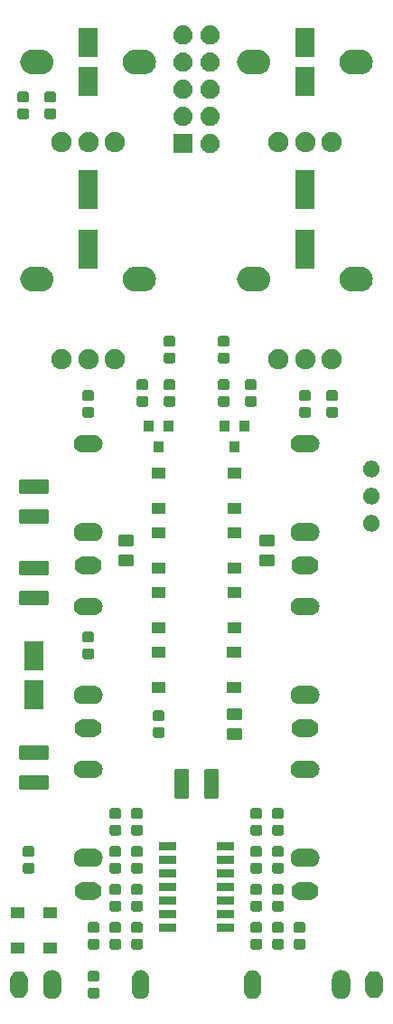
<source format=gbr>
G04 #@! TF.GenerationSoftware,KiCad,Pcbnew,(5.0.1-3-g963ef8bb5)*
G04 #@! TF.CreationDate,2018-11-04T18:34:46+08:00*
G04 #@! TF.ProjectId,SteinerVCF,537465696E65725643462E6B69636164,rev?*
G04 #@! TF.SameCoordinates,PX8d9ee20PY6422c40*
G04 #@! TF.FileFunction,Soldermask,Bot*
G04 #@! TF.FilePolarity,Negative*
%FSLAX46Y46*%
G04 Gerber Fmt 4.6, Leading zero omitted, Abs format (unit mm)*
G04 Created by KiCad (PCBNEW (5.0.1-3-g963ef8bb5)) date 2018 November 04, Sunday 18:34:46*
%MOMM*%
%LPD*%
G01*
G04 APERTURE LIST*
%ADD10C,0.100000*%
G04 APERTURE END LIST*
D10*
G36*
X-13373179Y-44381313D02*
X-13373176Y-44381314D01*
X-13373175Y-44381314D01*
X-13212761Y-44429975D01*
X-13212759Y-44429976D01*
X-13212756Y-44429977D01*
X-13064922Y-44508995D01*
X-12935341Y-44615341D01*
X-12828995Y-44744922D01*
X-12749977Y-44892756D01*
X-12749977Y-44892757D01*
X-12749975Y-44892761D01*
X-12713508Y-45012977D01*
X-12701313Y-45053179D01*
X-12689000Y-45178197D01*
X-12689000Y-46261804D01*
X-12701313Y-46386821D01*
X-12701314Y-46386824D01*
X-12701314Y-46386825D01*
X-12719640Y-46447239D01*
X-12749977Y-46547244D01*
X-12828995Y-46695078D01*
X-12935341Y-46824659D01*
X-13064922Y-46931005D01*
X-13212757Y-47010023D01*
X-13212760Y-47010024D01*
X-13212762Y-47010025D01*
X-13373176Y-47058686D01*
X-13373177Y-47058686D01*
X-13373180Y-47058687D01*
X-13540000Y-47075117D01*
X-13706821Y-47058687D01*
X-13706824Y-47058686D01*
X-13706825Y-47058686D01*
X-13867239Y-47010025D01*
X-13867241Y-47010024D01*
X-13867244Y-47010023D01*
X-14015078Y-46931005D01*
X-14144659Y-46824659D01*
X-14251005Y-46695078D01*
X-14330023Y-46547243D01*
X-14360357Y-46447244D01*
X-14378686Y-46386824D01*
X-14378686Y-46386823D01*
X-14378687Y-46386820D01*
X-14391000Y-46261803D01*
X-14390999Y-45178196D01*
X-14378686Y-45053179D01*
X-14366491Y-45012977D01*
X-14330024Y-44892761D01*
X-14330022Y-44892757D01*
X-14330022Y-44892756D01*
X-14251004Y-44744922D01*
X-14144658Y-44615341D01*
X-14015077Y-44508995D01*
X-13867243Y-44429977D01*
X-13867240Y-44429976D01*
X-13867238Y-44429975D01*
X-13706824Y-44381314D01*
X-13706823Y-44381314D01*
X-13706820Y-44381313D01*
X-13540000Y-44364883D01*
X-13373179Y-44381313D01*
X-13373179Y-44381313D01*
G37*
G36*
X13706820Y-44381313D02*
X13706823Y-44381314D01*
X13706824Y-44381314D01*
X13867238Y-44429975D01*
X13867240Y-44429976D01*
X13867243Y-44429977D01*
X14015078Y-44508995D01*
X14144659Y-44615341D01*
X14251005Y-44744922D01*
X14330023Y-44892756D01*
X14330023Y-44892757D01*
X14330025Y-44892761D01*
X14366492Y-45012977D01*
X14378687Y-45053179D01*
X14391000Y-45178196D01*
X14391000Y-46261803D01*
X14378687Y-46386821D01*
X14378686Y-46386824D01*
X14378686Y-46386825D01*
X14360360Y-46447239D01*
X14330023Y-46547244D01*
X14251005Y-46695078D01*
X14144659Y-46824659D01*
X14015078Y-46931005D01*
X13867244Y-47010023D01*
X13867241Y-47010024D01*
X13867239Y-47010025D01*
X13706825Y-47058686D01*
X13706824Y-47058686D01*
X13706821Y-47058687D01*
X13540000Y-47075117D01*
X13373180Y-47058687D01*
X13373177Y-47058686D01*
X13373176Y-47058686D01*
X13212762Y-47010025D01*
X13212760Y-47010024D01*
X13212757Y-47010023D01*
X13064923Y-46931005D01*
X12935342Y-46824659D01*
X12828996Y-46695078D01*
X12749978Y-46547244D01*
X12719642Y-46447239D01*
X12701315Y-46386825D01*
X12701315Y-46386824D01*
X12701314Y-46386821D01*
X12689001Y-46261804D01*
X12689000Y-45178197D01*
X12701313Y-45053180D01*
X12701314Y-45053176D01*
X12749975Y-44892762D01*
X12749976Y-44892760D01*
X12749977Y-44892757D01*
X12828995Y-44744922D01*
X12935341Y-44615341D01*
X13064922Y-44508995D01*
X13212756Y-44429977D01*
X13212759Y-44429976D01*
X13212761Y-44429975D01*
X13373175Y-44381314D01*
X13373176Y-44381314D01*
X13373179Y-44381313D01*
X13540000Y-44364883D01*
X13706820Y-44381313D01*
X13706820Y-44381313D01*
G37*
G36*
X-5082975Y-44380590D02*
X-4931988Y-44426392D01*
X-4792835Y-44500770D01*
X-4670867Y-44600867D01*
X-4570770Y-44722835D01*
X-4496392Y-44861988D01*
X-4450590Y-45012975D01*
X-4439000Y-45130654D01*
X-4439000Y-46309346D01*
X-4450590Y-46427025D01*
X-4496392Y-46578012D01*
X-4570770Y-46717165D01*
X-4670864Y-46839130D01*
X-4670866Y-46839131D01*
X-4670867Y-46839133D01*
X-4725013Y-46883569D01*
X-4792839Y-46939232D01*
X-4931989Y-47013608D01*
X-5082976Y-47059410D01*
X-5240000Y-47074875D01*
X-5397025Y-47059410D01*
X-5548012Y-47013608D01*
X-5687165Y-46939230D01*
X-5809130Y-46839136D01*
X-5809131Y-46839134D01*
X-5809133Y-46839133D01*
X-5859181Y-46778148D01*
X-5909232Y-46717161D01*
X-5983608Y-46578011D01*
X-6029410Y-46427024D01*
X-6041000Y-46309345D01*
X-6040999Y-45130654D01*
X-6029409Y-45012975D01*
X-5983607Y-44861988D01*
X-5909229Y-44722835D01*
X-5809132Y-44600867D01*
X-5687164Y-44500770D01*
X-5548011Y-44426392D01*
X-5397024Y-44380590D01*
X-5240000Y-44365125D01*
X-5082975Y-44380590D01*
X-5082975Y-44380590D01*
G37*
G36*
X5397024Y-44380590D02*
X5548011Y-44426392D01*
X5687161Y-44500768D01*
X5722750Y-44529975D01*
X5809133Y-44600867D01*
X5809134Y-44600869D01*
X5809136Y-44600870D01*
X5909230Y-44722835D01*
X5983608Y-44861988D01*
X6029410Y-45012975D01*
X6041000Y-45130654D01*
X6041000Y-46309346D01*
X6029410Y-46427025D01*
X5983608Y-46578012D01*
X5909230Y-46717165D01*
X5809133Y-46839133D01*
X5687165Y-46939230D01*
X5548012Y-47013608D01*
X5397025Y-47059410D01*
X5240000Y-47074875D01*
X5082976Y-47059410D01*
X4931989Y-47013608D01*
X4792836Y-46939230D01*
X4670868Y-46839133D01*
X4570771Y-46717165D01*
X4496393Y-46578012D01*
X4450591Y-46427025D01*
X4439001Y-46309346D01*
X4439000Y-45130655D01*
X4450590Y-45012976D01*
X4496392Y-44861989D01*
X4570768Y-44722839D01*
X4638260Y-44640599D01*
X4670867Y-44600867D01*
X4670869Y-44600866D01*
X4670870Y-44600864D01*
X4792835Y-44500770D01*
X4931988Y-44426392D01*
X5082975Y-44380590D01*
X5240000Y-44365125D01*
X5397024Y-44380590D01*
X5397024Y-44380590D01*
G37*
G36*
X-9272409Y-46023085D02*
X-9238431Y-46033393D01*
X-9207113Y-46050133D01*
X-9179661Y-46072661D01*
X-9157133Y-46100113D01*
X-9140393Y-46131431D01*
X-9130085Y-46165409D01*
X-9126000Y-46206890D01*
X-9126000Y-46808110D01*
X-9130085Y-46849591D01*
X-9140393Y-46883569D01*
X-9157133Y-46914887D01*
X-9179661Y-46942339D01*
X-9207113Y-46964867D01*
X-9238431Y-46981607D01*
X-9272409Y-46991915D01*
X-9313890Y-46996000D01*
X-9990110Y-46996000D01*
X-10031591Y-46991915D01*
X-10065569Y-46981607D01*
X-10096887Y-46964867D01*
X-10124339Y-46942339D01*
X-10146867Y-46914887D01*
X-10163607Y-46883569D01*
X-10173915Y-46849591D01*
X-10178000Y-46808110D01*
X-10178000Y-46206890D01*
X-10173915Y-46165409D01*
X-10163607Y-46131431D01*
X-10146867Y-46100113D01*
X-10124339Y-46072661D01*
X-10096887Y-46050133D01*
X-10065569Y-46033393D01*
X-10031591Y-46023085D01*
X-9990110Y-46019000D01*
X-9313890Y-46019000D01*
X-9272409Y-46023085D01*
X-9272409Y-46023085D01*
G37*
G36*
X-16473179Y-44481313D02*
X-16473176Y-44481314D01*
X-16473175Y-44481314D01*
X-16312761Y-44529975D01*
X-16312759Y-44529976D01*
X-16312756Y-44529977D01*
X-16164922Y-44608995D01*
X-16035341Y-44715341D01*
X-15928995Y-44844922D01*
X-15849977Y-44992756D01*
X-15849977Y-44992757D01*
X-15849975Y-44992761D01*
X-15801314Y-45153175D01*
X-15801314Y-45153176D01*
X-15801313Y-45153180D01*
X-15789000Y-45278197D01*
X-15789000Y-46161804D01*
X-15801313Y-46286821D01*
X-15801314Y-46286824D01*
X-15801314Y-46286825D01*
X-15843843Y-46427025D01*
X-15849977Y-46447244D01*
X-15928995Y-46595078D01*
X-16035341Y-46724659D01*
X-16164922Y-46831005D01*
X-16312757Y-46910023D01*
X-16312760Y-46910024D01*
X-16312762Y-46910025D01*
X-16473176Y-46958686D01*
X-16473177Y-46958686D01*
X-16473180Y-46958687D01*
X-16640000Y-46975117D01*
X-16806821Y-46958687D01*
X-16806824Y-46958686D01*
X-16806825Y-46958686D01*
X-16967239Y-46910025D01*
X-16967241Y-46910024D01*
X-16967244Y-46910023D01*
X-17115078Y-46831005D01*
X-17244659Y-46724659D01*
X-17351005Y-46595078D01*
X-17430023Y-46447243D01*
X-17436156Y-46427025D01*
X-17478686Y-46286824D01*
X-17478686Y-46286823D01*
X-17478687Y-46286820D01*
X-17491000Y-46161803D01*
X-17491000Y-45278197D01*
X-17478686Y-45153179D01*
X-17471854Y-45130656D01*
X-17430024Y-44992761D01*
X-17430022Y-44992757D01*
X-17430022Y-44992756D01*
X-17351004Y-44844922D01*
X-17244658Y-44715341D01*
X-17115077Y-44608995D01*
X-16967243Y-44529977D01*
X-16967240Y-44529976D01*
X-16967238Y-44529975D01*
X-16806824Y-44481314D01*
X-16806823Y-44481314D01*
X-16806820Y-44481313D01*
X-16640000Y-44464883D01*
X-16473179Y-44481313D01*
X-16473179Y-44481313D01*
G37*
G36*
X16806820Y-44481313D02*
X16806823Y-44481314D01*
X16806824Y-44481314D01*
X16967238Y-44529975D01*
X16967240Y-44529976D01*
X16967243Y-44529977D01*
X17115078Y-44608995D01*
X17244659Y-44715341D01*
X17351005Y-44844922D01*
X17430023Y-44992756D01*
X17430023Y-44992757D01*
X17430025Y-44992761D01*
X17471855Y-45130656D01*
X17478687Y-45153179D01*
X17491000Y-45278196D01*
X17491000Y-46161803D01*
X17478687Y-46286820D01*
X17478686Y-46286822D01*
X17478686Y-46286825D01*
X17430025Y-46447238D01*
X17430023Y-46447244D01*
X17351005Y-46595078D01*
X17244659Y-46724659D01*
X17115078Y-46831005D01*
X16967244Y-46910023D01*
X16967241Y-46910024D01*
X16967239Y-46910025D01*
X16806825Y-46958686D01*
X16806824Y-46958686D01*
X16806821Y-46958687D01*
X16640000Y-46975117D01*
X16473180Y-46958687D01*
X16473177Y-46958686D01*
X16473176Y-46958686D01*
X16312762Y-46910025D01*
X16312760Y-46910024D01*
X16312757Y-46910023D01*
X16164923Y-46831005D01*
X16035342Y-46724659D01*
X15928996Y-46595078D01*
X15849978Y-46447244D01*
X15843845Y-46427025D01*
X15801315Y-46286825D01*
X15801315Y-46286824D01*
X15801314Y-46286821D01*
X15789000Y-46161803D01*
X15789000Y-45278197D01*
X15801313Y-45153180D01*
X15801314Y-45153176D01*
X15849975Y-44992762D01*
X15849976Y-44992760D01*
X15849977Y-44992757D01*
X15928995Y-44844922D01*
X16035341Y-44715341D01*
X16164922Y-44608995D01*
X16312756Y-44529977D01*
X16312759Y-44529976D01*
X16312761Y-44529975D01*
X16473175Y-44481314D01*
X16473176Y-44481314D01*
X16473179Y-44481313D01*
X16640000Y-44464883D01*
X16806820Y-44481313D01*
X16806820Y-44481313D01*
G37*
G36*
X-9272409Y-44448085D02*
X-9238431Y-44458393D01*
X-9207113Y-44475133D01*
X-9179661Y-44497661D01*
X-9157133Y-44525113D01*
X-9140393Y-44556431D01*
X-9130085Y-44590409D01*
X-9126000Y-44631890D01*
X-9126000Y-45233110D01*
X-9130085Y-45274591D01*
X-9140393Y-45308569D01*
X-9157133Y-45339887D01*
X-9179661Y-45367339D01*
X-9207113Y-45389867D01*
X-9238431Y-45406607D01*
X-9272409Y-45416915D01*
X-9313890Y-45421000D01*
X-9990110Y-45421000D01*
X-10031591Y-45416915D01*
X-10065569Y-45406607D01*
X-10096887Y-45389867D01*
X-10124339Y-45367339D01*
X-10146867Y-45339887D01*
X-10163607Y-45308569D01*
X-10173915Y-45274591D01*
X-10178000Y-45233110D01*
X-10178000Y-44631890D01*
X-10173915Y-44590409D01*
X-10163607Y-44556431D01*
X-10146867Y-44525113D01*
X-10124339Y-44497661D01*
X-10096887Y-44475133D01*
X-10065569Y-44458393D01*
X-10031591Y-44448085D01*
X-9990110Y-44444000D01*
X-9313890Y-44444000D01*
X-9272409Y-44448085D01*
X-9272409Y-44448085D01*
G37*
G36*
X-13065000Y-42791000D02*
X-14367000Y-42791000D01*
X-14367000Y-41789000D01*
X-13065000Y-41789000D01*
X-13065000Y-42791000D01*
X-13065000Y-42791000D01*
G37*
G36*
X-16113000Y-42791000D02*
X-17415000Y-42791000D01*
X-17415000Y-41789000D01*
X-16113000Y-41789000D01*
X-16113000Y-42791000D01*
X-16113000Y-42791000D01*
G37*
G36*
X10031591Y-41451085D02*
X10065569Y-41461393D01*
X10096887Y-41478133D01*
X10124339Y-41500661D01*
X10146867Y-41528113D01*
X10163607Y-41559431D01*
X10173915Y-41593409D01*
X10178000Y-41634890D01*
X10178000Y-42236110D01*
X10173915Y-42277591D01*
X10163607Y-42311569D01*
X10146867Y-42342887D01*
X10124339Y-42370339D01*
X10096887Y-42392867D01*
X10065569Y-42409607D01*
X10031591Y-42419915D01*
X9990110Y-42424000D01*
X9313890Y-42424000D01*
X9272409Y-42419915D01*
X9238431Y-42409607D01*
X9207113Y-42392867D01*
X9179661Y-42370339D01*
X9157133Y-42342887D01*
X9140393Y-42311569D01*
X9130085Y-42277591D01*
X9126000Y-42236110D01*
X9126000Y-41634890D01*
X9130085Y-41593409D01*
X9140393Y-41559431D01*
X9157133Y-41528113D01*
X9179661Y-41500661D01*
X9207113Y-41478133D01*
X9238431Y-41461393D01*
X9272409Y-41451085D01*
X9313890Y-41447000D01*
X9990110Y-41447000D01*
X10031591Y-41451085D01*
X10031591Y-41451085D01*
G37*
G36*
X5967591Y-41451085D02*
X6001569Y-41461393D01*
X6032887Y-41478133D01*
X6060339Y-41500661D01*
X6082867Y-41528113D01*
X6099607Y-41559431D01*
X6109915Y-41593409D01*
X6114000Y-41634890D01*
X6114000Y-42236110D01*
X6109915Y-42277591D01*
X6099607Y-42311569D01*
X6082867Y-42342887D01*
X6060339Y-42370339D01*
X6032887Y-42392867D01*
X6001569Y-42409607D01*
X5967591Y-42419915D01*
X5926110Y-42424000D01*
X5249890Y-42424000D01*
X5208409Y-42419915D01*
X5174431Y-42409607D01*
X5143113Y-42392867D01*
X5115661Y-42370339D01*
X5093133Y-42342887D01*
X5076393Y-42311569D01*
X5066085Y-42277591D01*
X5062000Y-42236110D01*
X5062000Y-41634890D01*
X5066085Y-41593409D01*
X5076393Y-41559431D01*
X5093133Y-41528113D01*
X5115661Y-41500661D01*
X5143113Y-41478133D01*
X5174431Y-41461393D01*
X5208409Y-41451085D01*
X5249890Y-41447000D01*
X5926110Y-41447000D01*
X5967591Y-41451085D01*
X5967591Y-41451085D01*
G37*
G36*
X-9272409Y-41451085D02*
X-9238431Y-41461393D01*
X-9207113Y-41478133D01*
X-9179661Y-41500661D01*
X-9157133Y-41528113D01*
X-9140393Y-41559431D01*
X-9130085Y-41593409D01*
X-9126000Y-41634890D01*
X-9126000Y-42236110D01*
X-9130085Y-42277591D01*
X-9140393Y-42311569D01*
X-9157133Y-42342887D01*
X-9179661Y-42370339D01*
X-9207113Y-42392867D01*
X-9238431Y-42409607D01*
X-9272409Y-42419915D01*
X-9313890Y-42424000D01*
X-9990110Y-42424000D01*
X-10031591Y-42419915D01*
X-10065569Y-42409607D01*
X-10096887Y-42392867D01*
X-10124339Y-42370339D01*
X-10146867Y-42342887D01*
X-10163607Y-42311569D01*
X-10173915Y-42277591D01*
X-10178000Y-42236110D01*
X-10178000Y-41634890D01*
X-10173915Y-41593409D01*
X-10163607Y-41559431D01*
X-10146867Y-41528113D01*
X-10124339Y-41500661D01*
X-10096887Y-41478133D01*
X-10065569Y-41461393D01*
X-10031591Y-41451085D01*
X-9990110Y-41447000D01*
X-9313890Y-41447000D01*
X-9272409Y-41451085D01*
X-9272409Y-41451085D01*
G37*
G36*
X-5208409Y-41451085D02*
X-5174431Y-41461393D01*
X-5143113Y-41478133D01*
X-5115661Y-41500661D01*
X-5093133Y-41528113D01*
X-5076393Y-41559431D01*
X-5066085Y-41593409D01*
X-5062000Y-41634890D01*
X-5062000Y-42236110D01*
X-5066085Y-42277591D01*
X-5076393Y-42311569D01*
X-5093133Y-42342887D01*
X-5115661Y-42370339D01*
X-5143113Y-42392867D01*
X-5174431Y-42409607D01*
X-5208409Y-42419915D01*
X-5249890Y-42424000D01*
X-5926110Y-42424000D01*
X-5967591Y-42419915D01*
X-6001569Y-42409607D01*
X-6032887Y-42392867D01*
X-6060339Y-42370339D01*
X-6082867Y-42342887D01*
X-6099607Y-42311569D01*
X-6109915Y-42277591D01*
X-6114000Y-42236110D01*
X-6114000Y-41634890D01*
X-6109915Y-41593409D01*
X-6099607Y-41559431D01*
X-6082867Y-41528113D01*
X-6060339Y-41500661D01*
X-6032887Y-41478133D01*
X-6001569Y-41461393D01*
X-5967591Y-41451085D01*
X-5926110Y-41447000D01*
X-5249890Y-41447000D01*
X-5208409Y-41451085D01*
X-5208409Y-41451085D01*
G37*
G36*
X-7240409Y-41451085D02*
X-7206431Y-41461393D01*
X-7175113Y-41478133D01*
X-7147661Y-41500661D01*
X-7125133Y-41528113D01*
X-7108393Y-41559431D01*
X-7098085Y-41593409D01*
X-7094000Y-41634890D01*
X-7094000Y-42236110D01*
X-7098085Y-42277591D01*
X-7108393Y-42311569D01*
X-7125133Y-42342887D01*
X-7147661Y-42370339D01*
X-7175113Y-42392867D01*
X-7206431Y-42409607D01*
X-7240409Y-42419915D01*
X-7281890Y-42424000D01*
X-7958110Y-42424000D01*
X-7999591Y-42419915D01*
X-8033569Y-42409607D01*
X-8064887Y-42392867D01*
X-8092339Y-42370339D01*
X-8114867Y-42342887D01*
X-8131607Y-42311569D01*
X-8141915Y-42277591D01*
X-8146000Y-42236110D01*
X-8146000Y-41634890D01*
X-8141915Y-41593409D01*
X-8131607Y-41559431D01*
X-8114867Y-41528113D01*
X-8092339Y-41500661D01*
X-8064887Y-41478133D01*
X-8033569Y-41461393D01*
X-7999591Y-41451085D01*
X-7958110Y-41447000D01*
X-7281890Y-41447000D01*
X-7240409Y-41451085D01*
X-7240409Y-41451085D01*
G37*
G36*
X7999591Y-41451085D02*
X8033569Y-41461393D01*
X8064887Y-41478133D01*
X8092339Y-41500661D01*
X8114867Y-41528113D01*
X8131607Y-41559431D01*
X8141915Y-41593409D01*
X8146000Y-41634890D01*
X8146000Y-42236110D01*
X8141915Y-42277591D01*
X8131607Y-42311569D01*
X8114867Y-42342887D01*
X8092339Y-42370339D01*
X8064887Y-42392867D01*
X8033569Y-42409607D01*
X7999591Y-42419915D01*
X7958110Y-42424000D01*
X7281890Y-42424000D01*
X7240409Y-42419915D01*
X7206431Y-42409607D01*
X7175113Y-42392867D01*
X7147661Y-42370339D01*
X7125133Y-42342887D01*
X7108393Y-42311569D01*
X7098085Y-42277591D01*
X7094000Y-42236110D01*
X7094000Y-41634890D01*
X7098085Y-41593409D01*
X7108393Y-41559431D01*
X7125133Y-41528113D01*
X7147661Y-41500661D01*
X7175113Y-41478133D01*
X7206431Y-41461393D01*
X7240409Y-41451085D01*
X7281890Y-41447000D01*
X7958110Y-41447000D01*
X7999591Y-41451085D01*
X7999591Y-41451085D01*
G37*
G36*
X-9272409Y-39876085D02*
X-9238431Y-39886393D01*
X-9207113Y-39903133D01*
X-9179661Y-39925661D01*
X-9157133Y-39953113D01*
X-9140393Y-39984431D01*
X-9130085Y-40018409D01*
X-9126000Y-40059890D01*
X-9126000Y-40661110D01*
X-9130085Y-40702591D01*
X-9140393Y-40736569D01*
X-9157133Y-40767887D01*
X-9179661Y-40795339D01*
X-9207113Y-40817867D01*
X-9238431Y-40834607D01*
X-9272409Y-40844915D01*
X-9313890Y-40849000D01*
X-9990110Y-40849000D01*
X-10031591Y-40844915D01*
X-10065569Y-40834607D01*
X-10096887Y-40817867D01*
X-10124339Y-40795339D01*
X-10146867Y-40767887D01*
X-10163607Y-40736569D01*
X-10173915Y-40702591D01*
X-10178000Y-40661110D01*
X-10178000Y-40059890D01*
X-10173915Y-40018409D01*
X-10163607Y-39984431D01*
X-10146867Y-39953113D01*
X-10124339Y-39925661D01*
X-10096887Y-39903133D01*
X-10065569Y-39886393D01*
X-10031591Y-39876085D01*
X-9990110Y-39872000D01*
X-9313890Y-39872000D01*
X-9272409Y-39876085D01*
X-9272409Y-39876085D01*
G37*
G36*
X10031591Y-39876085D02*
X10065569Y-39886393D01*
X10096887Y-39903133D01*
X10124339Y-39925661D01*
X10146867Y-39953113D01*
X10163607Y-39984431D01*
X10173915Y-40018409D01*
X10178000Y-40059890D01*
X10178000Y-40661110D01*
X10173915Y-40702591D01*
X10163607Y-40736569D01*
X10146867Y-40767887D01*
X10124339Y-40795339D01*
X10096887Y-40817867D01*
X10065569Y-40834607D01*
X10031591Y-40844915D01*
X9990110Y-40849000D01*
X9313890Y-40849000D01*
X9272409Y-40844915D01*
X9238431Y-40834607D01*
X9207113Y-40817867D01*
X9179661Y-40795339D01*
X9157133Y-40767887D01*
X9140393Y-40736569D01*
X9130085Y-40702591D01*
X9126000Y-40661110D01*
X9126000Y-40059890D01*
X9130085Y-40018409D01*
X9140393Y-39984431D01*
X9157133Y-39953113D01*
X9179661Y-39925661D01*
X9207113Y-39903133D01*
X9238431Y-39886393D01*
X9272409Y-39876085D01*
X9313890Y-39872000D01*
X9990110Y-39872000D01*
X10031591Y-39876085D01*
X10031591Y-39876085D01*
G37*
G36*
X5967591Y-39876085D02*
X6001569Y-39886393D01*
X6032887Y-39903133D01*
X6060339Y-39925661D01*
X6082867Y-39953113D01*
X6099607Y-39984431D01*
X6109915Y-40018409D01*
X6114000Y-40059890D01*
X6114000Y-40661110D01*
X6109915Y-40702591D01*
X6099607Y-40736569D01*
X6082867Y-40767887D01*
X6060339Y-40795339D01*
X6032887Y-40817867D01*
X6001569Y-40834607D01*
X5967591Y-40844915D01*
X5926110Y-40849000D01*
X5249890Y-40849000D01*
X5208409Y-40844915D01*
X5174431Y-40834607D01*
X5143113Y-40817867D01*
X5115661Y-40795339D01*
X5093133Y-40767887D01*
X5076393Y-40736569D01*
X5066085Y-40702591D01*
X5062000Y-40661110D01*
X5062000Y-40059890D01*
X5066085Y-40018409D01*
X5076393Y-39984431D01*
X5093133Y-39953113D01*
X5115661Y-39925661D01*
X5143113Y-39903133D01*
X5174431Y-39886393D01*
X5208409Y-39876085D01*
X5249890Y-39872000D01*
X5926110Y-39872000D01*
X5967591Y-39876085D01*
X5967591Y-39876085D01*
G37*
G36*
X7999591Y-39876085D02*
X8033569Y-39886393D01*
X8064887Y-39903133D01*
X8092339Y-39925661D01*
X8114867Y-39953113D01*
X8131607Y-39984431D01*
X8141915Y-40018409D01*
X8146000Y-40059890D01*
X8146000Y-40661110D01*
X8141915Y-40702591D01*
X8131607Y-40736569D01*
X8114867Y-40767887D01*
X8092339Y-40795339D01*
X8064887Y-40817867D01*
X8033569Y-40834607D01*
X7999591Y-40844915D01*
X7958110Y-40849000D01*
X7281890Y-40849000D01*
X7240409Y-40844915D01*
X7206431Y-40834607D01*
X7175113Y-40817867D01*
X7147661Y-40795339D01*
X7125133Y-40767887D01*
X7108393Y-40736569D01*
X7098085Y-40702591D01*
X7094000Y-40661110D01*
X7094000Y-40059890D01*
X7098085Y-40018409D01*
X7108393Y-39984431D01*
X7125133Y-39953113D01*
X7147661Y-39925661D01*
X7175113Y-39903133D01*
X7206431Y-39886393D01*
X7240409Y-39876085D01*
X7281890Y-39872000D01*
X7958110Y-39872000D01*
X7999591Y-39876085D01*
X7999591Y-39876085D01*
G37*
G36*
X-5208409Y-39876085D02*
X-5174431Y-39886393D01*
X-5143113Y-39903133D01*
X-5115661Y-39925661D01*
X-5093133Y-39953113D01*
X-5076393Y-39984431D01*
X-5066085Y-40018409D01*
X-5062000Y-40059890D01*
X-5062000Y-40661110D01*
X-5066085Y-40702591D01*
X-5076393Y-40736569D01*
X-5093133Y-40767887D01*
X-5115661Y-40795339D01*
X-5143113Y-40817867D01*
X-5174431Y-40834607D01*
X-5208409Y-40844915D01*
X-5249890Y-40849000D01*
X-5926110Y-40849000D01*
X-5967591Y-40844915D01*
X-6001569Y-40834607D01*
X-6032887Y-40817867D01*
X-6060339Y-40795339D01*
X-6082867Y-40767887D01*
X-6099607Y-40736569D01*
X-6109915Y-40702591D01*
X-6114000Y-40661110D01*
X-6114000Y-40059890D01*
X-6109915Y-40018409D01*
X-6099607Y-39984431D01*
X-6082867Y-39953113D01*
X-6060339Y-39925661D01*
X-6032887Y-39903133D01*
X-6001569Y-39886393D01*
X-5967591Y-39876085D01*
X-5926110Y-39872000D01*
X-5249890Y-39872000D01*
X-5208409Y-39876085D01*
X-5208409Y-39876085D01*
G37*
G36*
X-7240409Y-39876085D02*
X-7206431Y-39886393D01*
X-7175113Y-39903133D01*
X-7147661Y-39925661D01*
X-7125133Y-39953113D01*
X-7108393Y-39984431D01*
X-7098085Y-40018409D01*
X-7094000Y-40059890D01*
X-7094000Y-40661110D01*
X-7098085Y-40702591D01*
X-7108393Y-40736569D01*
X-7125133Y-40767887D01*
X-7147661Y-40795339D01*
X-7175113Y-40817867D01*
X-7206431Y-40834607D01*
X-7240409Y-40844915D01*
X-7281890Y-40849000D01*
X-7958110Y-40849000D01*
X-7999591Y-40844915D01*
X-8033569Y-40834607D01*
X-8064887Y-40817867D01*
X-8092339Y-40795339D01*
X-8114867Y-40767887D01*
X-8131607Y-40736569D01*
X-8141915Y-40702591D01*
X-8146000Y-40661110D01*
X-8146000Y-40059890D01*
X-8141915Y-40018409D01*
X-8131607Y-39984431D01*
X-8114867Y-39953113D01*
X-8092339Y-39925661D01*
X-8064887Y-39903133D01*
X-8033569Y-39886393D01*
X-7999591Y-39876085D01*
X-7958110Y-39872000D01*
X-7281890Y-39872000D01*
X-7240409Y-39876085D01*
X-7240409Y-39876085D01*
G37*
G36*
X3501000Y-40737000D02*
X1899000Y-40737000D01*
X1899000Y-40035000D01*
X3501000Y-40035000D01*
X3501000Y-40737000D01*
X3501000Y-40737000D01*
G37*
G36*
X-1899000Y-40737000D02*
X-3501000Y-40737000D01*
X-3501000Y-40035000D01*
X-1899000Y-40035000D01*
X-1899000Y-40737000D01*
X-1899000Y-40737000D01*
G37*
G36*
X-13065000Y-39491000D02*
X-14367000Y-39491000D01*
X-14367000Y-38489000D01*
X-13065000Y-38489000D01*
X-13065000Y-39491000D01*
X-13065000Y-39491000D01*
G37*
G36*
X-16113000Y-39491000D02*
X-17415000Y-39491000D01*
X-17415000Y-38489000D01*
X-16113000Y-38489000D01*
X-16113000Y-39491000D01*
X-16113000Y-39491000D01*
G37*
G36*
X-1899000Y-39467000D02*
X-3501000Y-39467000D01*
X-3501000Y-38765000D01*
X-1899000Y-38765000D01*
X-1899000Y-39467000D01*
X-1899000Y-39467000D01*
G37*
G36*
X3501000Y-39467000D02*
X1899000Y-39467000D01*
X1899000Y-38765000D01*
X3501000Y-38765000D01*
X3501000Y-39467000D01*
X3501000Y-39467000D01*
G37*
G36*
X7999591Y-37895085D02*
X8033569Y-37905393D01*
X8064887Y-37922133D01*
X8092339Y-37944661D01*
X8114867Y-37972113D01*
X8131607Y-38003431D01*
X8141915Y-38037409D01*
X8146000Y-38078890D01*
X8146000Y-38680110D01*
X8141915Y-38721591D01*
X8131607Y-38755569D01*
X8114867Y-38786887D01*
X8092339Y-38814339D01*
X8064887Y-38836867D01*
X8033569Y-38853607D01*
X7999591Y-38863915D01*
X7958110Y-38868000D01*
X7281890Y-38868000D01*
X7240409Y-38863915D01*
X7206431Y-38853607D01*
X7175113Y-38836867D01*
X7147661Y-38814339D01*
X7125133Y-38786887D01*
X7108393Y-38755569D01*
X7098085Y-38721591D01*
X7094000Y-38680110D01*
X7094000Y-38078890D01*
X7098085Y-38037409D01*
X7108393Y-38003431D01*
X7125133Y-37972113D01*
X7147661Y-37944661D01*
X7175113Y-37922133D01*
X7206431Y-37905393D01*
X7240409Y-37895085D01*
X7281890Y-37891000D01*
X7958110Y-37891000D01*
X7999591Y-37895085D01*
X7999591Y-37895085D01*
G37*
G36*
X5967591Y-37895085D02*
X6001569Y-37905393D01*
X6032887Y-37922133D01*
X6060339Y-37944661D01*
X6082867Y-37972113D01*
X6099607Y-38003431D01*
X6109915Y-38037409D01*
X6114000Y-38078890D01*
X6114000Y-38680110D01*
X6109915Y-38721591D01*
X6099607Y-38755569D01*
X6082867Y-38786887D01*
X6060339Y-38814339D01*
X6032887Y-38836867D01*
X6001569Y-38853607D01*
X5967591Y-38863915D01*
X5926110Y-38868000D01*
X5249890Y-38868000D01*
X5208409Y-38863915D01*
X5174431Y-38853607D01*
X5143113Y-38836867D01*
X5115661Y-38814339D01*
X5093133Y-38786887D01*
X5076393Y-38755569D01*
X5066085Y-38721591D01*
X5062000Y-38680110D01*
X5062000Y-38078890D01*
X5066085Y-38037409D01*
X5076393Y-38003431D01*
X5093133Y-37972113D01*
X5115661Y-37944661D01*
X5143113Y-37922133D01*
X5174431Y-37905393D01*
X5208409Y-37895085D01*
X5249890Y-37891000D01*
X5926110Y-37891000D01*
X5967591Y-37895085D01*
X5967591Y-37895085D01*
G37*
G36*
X-5208409Y-37895085D02*
X-5174431Y-37905393D01*
X-5143113Y-37922133D01*
X-5115661Y-37944661D01*
X-5093133Y-37972113D01*
X-5076393Y-38003431D01*
X-5066085Y-38037409D01*
X-5062000Y-38078890D01*
X-5062000Y-38680110D01*
X-5066085Y-38721591D01*
X-5076393Y-38755569D01*
X-5093133Y-38786887D01*
X-5115661Y-38814339D01*
X-5143113Y-38836867D01*
X-5174431Y-38853607D01*
X-5208409Y-38863915D01*
X-5249890Y-38868000D01*
X-5926110Y-38868000D01*
X-5967591Y-38863915D01*
X-6001569Y-38853607D01*
X-6032887Y-38836867D01*
X-6060339Y-38814339D01*
X-6082867Y-38786887D01*
X-6099607Y-38755569D01*
X-6109915Y-38721591D01*
X-6114000Y-38680110D01*
X-6114000Y-38078890D01*
X-6109915Y-38037409D01*
X-6099607Y-38003431D01*
X-6082867Y-37972113D01*
X-6060339Y-37944661D01*
X-6032887Y-37922133D01*
X-6001569Y-37905393D01*
X-5967591Y-37895085D01*
X-5926110Y-37891000D01*
X-5249890Y-37891000D01*
X-5208409Y-37895085D01*
X-5208409Y-37895085D01*
G37*
G36*
X-7240409Y-37895085D02*
X-7206431Y-37905393D01*
X-7175113Y-37922133D01*
X-7147661Y-37944661D01*
X-7125133Y-37972113D01*
X-7108393Y-38003431D01*
X-7098085Y-38037409D01*
X-7094000Y-38078890D01*
X-7094000Y-38680110D01*
X-7098085Y-38721591D01*
X-7108393Y-38755569D01*
X-7125133Y-38786887D01*
X-7147661Y-38814339D01*
X-7175113Y-38836867D01*
X-7206431Y-38853607D01*
X-7240409Y-38863915D01*
X-7281890Y-38868000D01*
X-7958110Y-38868000D01*
X-7999591Y-38863915D01*
X-8033569Y-38853607D01*
X-8064887Y-38836867D01*
X-8092339Y-38814339D01*
X-8114867Y-38786887D01*
X-8131607Y-38755569D01*
X-8141915Y-38721591D01*
X-8146000Y-38680110D01*
X-8146000Y-38078890D01*
X-8141915Y-38037409D01*
X-8131607Y-38003431D01*
X-8114867Y-37972113D01*
X-8092339Y-37944661D01*
X-8064887Y-37922133D01*
X-8033569Y-37905393D01*
X-7999591Y-37895085D01*
X-7958110Y-37891000D01*
X-7281890Y-37891000D01*
X-7240409Y-37895085D01*
X-7240409Y-37895085D01*
G37*
G36*
X3501000Y-38197000D02*
X1899000Y-38197000D01*
X1899000Y-37495000D01*
X3501000Y-37495000D01*
X3501000Y-38197000D01*
X3501000Y-38197000D01*
G37*
G36*
X-1899000Y-38197000D02*
X-3501000Y-38197000D01*
X-3501000Y-37495000D01*
X-1899000Y-37495000D01*
X-1899000Y-38197000D01*
X-1899000Y-38197000D01*
G37*
G36*
X-9593179Y-36121313D02*
X-9593176Y-36121314D01*
X-9593175Y-36121314D01*
X-9432761Y-36169975D01*
X-9432759Y-36169976D01*
X-9432756Y-36169977D01*
X-9284922Y-36248995D01*
X-9155341Y-36355341D01*
X-9048995Y-36484922D01*
X-8969977Y-36632756D01*
X-8921313Y-36793179D01*
X-8904883Y-36960000D01*
X-8921313Y-37126821D01*
X-8921314Y-37126824D01*
X-8921314Y-37126825D01*
X-8962278Y-37261867D01*
X-8969977Y-37287244D01*
X-9048995Y-37435078D01*
X-9155341Y-37564659D01*
X-9284922Y-37671005D01*
X-9432756Y-37750023D01*
X-9432759Y-37750024D01*
X-9432761Y-37750025D01*
X-9593175Y-37798686D01*
X-9593176Y-37798686D01*
X-9593179Y-37798687D01*
X-9718196Y-37811000D01*
X-10601804Y-37811000D01*
X-10726821Y-37798687D01*
X-10726824Y-37798686D01*
X-10726825Y-37798686D01*
X-10887239Y-37750025D01*
X-10887241Y-37750024D01*
X-10887244Y-37750023D01*
X-11035078Y-37671005D01*
X-11164659Y-37564659D01*
X-11271005Y-37435078D01*
X-11350023Y-37287244D01*
X-11357721Y-37261867D01*
X-11398686Y-37126825D01*
X-11398686Y-37126824D01*
X-11398687Y-37126821D01*
X-11415117Y-36960000D01*
X-11398687Y-36793179D01*
X-11350023Y-36632756D01*
X-11271005Y-36484922D01*
X-11164659Y-36355341D01*
X-11035078Y-36248995D01*
X-10887244Y-36169977D01*
X-10887241Y-36169976D01*
X-10887239Y-36169975D01*
X-10726825Y-36121314D01*
X-10726824Y-36121314D01*
X-10726821Y-36121313D01*
X-10601804Y-36109000D01*
X-9718196Y-36109000D01*
X-9593179Y-36121313D01*
X-9593179Y-36121313D01*
G37*
G36*
X10726821Y-36121313D02*
X10726824Y-36121314D01*
X10726825Y-36121314D01*
X10887239Y-36169975D01*
X10887241Y-36169976D01*
X10887244Y-36169977D01*
X11035078Y-36248995D01*
X11164659Y-36355341D01*
X11271005Y-36484922D01*
X11350023Y-36632756D01*
X11398687Y-36793179D01*
X11415117Y-36960000D01*
X11398687Y-37126821D01*
X11398686Y-37126824D01*
X11398686Y-37126825D01*
X11357722Y-37261867D01*
X11350023Y-37287244D01*
X11271005Y-37435078D01*
X11164659Y-37564659D01*
X11035078Y-37671005D01*
X10887244Y-37750023D01*
X10887241Y-37750024D01*
X10887239Y-37750025D01*
X10726825Y-37798686D01*
X10726824Y-37798686D01*
X10726821Y-37798687D01*
X10601804Y-37811000D01*
X9718196Y-37811000D01*
X9593179Y-37798687D01*
X9593176Y-37798686D01*
X9593175Y-37798686D01*
X9432761Y-37750025D01*
X9432759Y-37750024D01*
X9432756Y-37750023D01*
X9284922Y-37671005D01*
X9155341Y-37564659D01*
X9048995Y-37435078D01*
X8969977Y-37287244D01*
X8962279Y-37261867D01*
X8921314Y-37126825D01*
X8921314Y-37126824D01*
X8921313Y-37126821D01*
X8904883Y-36960000D01*
X8921313Y-36793179D01*
X8969977Y-36632756D01*
X9048995Y-36484922D01*
X9155341Y-36355341D01*
X9284922Y-36248995D01*
X9432756Y-36169977D01*
X9432759Y-36169976D01*
X9432761Y-36169975D01*
X9593175Y-36121314D01*
X9593176Y-36121314D01*
X9593179Y-36121313D01*
X9718196Y-36109000D01*
X10601804Y-36109000D01*
X10726821Y-36121313D01*
X10726821Y-36121313D01*
G37*
G36*
X-7240409Y-36320085D02*
X-7206431Y-36330393D01*
X-7175113Y-36347133D01*
X-7147661Y-36369661D01*
X-7125133Y-36397113D01*
X-7108393Y-36428431D01*
X-7098085Y-36462409D01*
X-7094000Y-36503890D01*
X-7094000Y-37105110D01*
X-7098085Y-37146591D01*
X-7108393Y-37180569D01*
X-7125133Y-37211887D01*
X-7147661Y-37239339D01*
X-7175113Y-37261867D01*
X-7206431Y-37278607D01*
X-7240409Y-37288915D01*
X-7281890Y-37293000D01*
X-7958110Y-37293000D01*
X-7999591Y-37288915D01*
X-8033569Y-37278607D01*
X-8064887Y-37261867D01*
X-8092339Y-37239339D01*
X-8114867Y-37211887D01*
X-8131607Y-37180569D01*
X-8141915Y-37146591D01*
X-8146000Y-37105110D01*
X-8146000Y-36503890D01*
X-8141915Y-36462409D01*
X-8131607Y-36428431D01*
X-8114867Y-36397113D01*
X-8092339Y-36369661D01*
X-8064887Y-36347133D01*
X-8033569Y-36330393D01*
X-7999591Y-36320085D01*
X-7958110Y-36316000D01*
X-7281890Y-36316000D01*
X-7240409Y-36320085D01*
X-7240409Y-36320085D01*
G37*
G36*
X7999591Y-36320085D02*
X8033569Y-36330393D01*
X8064887Y-36347133D01*
X8092339Y-36369661D01*
X8114867Y-36397113D01*
X8131607Y-36428431D01*
X8141915Y-36462409D01*
X8146000Y-36503890D01*
X8146000Y-37105110D01*
X8141915Y-37146591D01*
X8131607Y-37180569D01*
X8114867Y-37211887D01*
X8092339Y-37239339D01*
X8064887Y-37261867D01*
X8033569Y-37278607D01*
X7999591Y-37288915D01*
X7958110Y-37293000D01*
X7281890Y-37293000D01*
X7240409Y-37288915D01*
X7206431Y-37278607D01*
X7175113Y-37261867D01*
X7147661Y-37239339D01*
X7125133Y-37211887D01*
X7108393Y-37180569D01*
X7098085Y-37146591D01*
X7094000Y-37105110D01*
X7094000Y-36503890D01*
X7098085Y-36462409D01*
X7108393Y-36428431D01*
X7125133Y-36397113D01*
X7147661Y-36369661D01*
X7175113Y-36347133D01*
X7206431Y-36330393D01*
X7240409Y-36320085D01*
X7281890Y-36316000D01*
X7958110Y-36316000D01*
X7999591Y-36320085D01*
X7999591Y-36320085D01*
G37*
G36*
X5967591Y-36320085D02*
X6001569Y-36330393D01*
X6032887Y-36347133D01*
X6060339Y-36369661D01*
X6082867Y-36397113D01*
X6099607Y-36428431D01*
X6109915Y-36462409D01*
X6114000Y-36503890D01*
X6114000Y-37105110D01*
X6109915Y-37146591D01*
X6099607Y-37180569D01*
X6082867Y-37211887D01*
X6060339Y-37239339D01*
X6032887Y-37261867D01*
X6001569Y-37278607D01*
X5967591Y-37288915D01*
X5926110Y-37293000D01*
X5249890Y-37293000D01*
X5208409Y-37288915D01*
X5174431Y-37278607D01*
X5143113Y-37261867D01*
X5115661Y-37239339D01*
X5093133Y-37211887D01*
X5076393Y-37180569D01*
X5066085Y-37146591D01*
X5062000Y-37105110D01*
X5062000Y-36503890D01*
X5066085Y-36462409D01*
X5076393Y-36428431D01*
X5093133Y-36397113D01*
X5115661Y-36369661D01*
X5143113Y-36347133D01*
X5174431Y-36330393D01*
X5208409Y-36320085D01*
X5249890Y-36316000D01*
X5926110Y-36316000D01*
X5967591Y-36320085D01*
X5967591Y-36320085D01*
G37*
G36*
X-5208409Y-36320085D02*
X-5174431Y-36330393D01*
X-5143113Y-36347133D01*
X-5115661Y-36369661D01*
X-5093133Y-36397113D01*
X-5076393Y-36428431D01*
X-5066085Y-36462409D01*
X-5062000Y-36503890D01*
X-5062000Y-37105110D01*
X-5066085Y-37146591D01*
X-5076393Y-37180569D01*
X-5093133Y-37211887D01*
X-5115661Y-37239339D01*
X-5143113Y-37261867D01*
X-5174431Y-37278607D01*
X-5208409Y-37288915D01*
X-5249890Y-37293000D01*
X-5926110Y-37293000D01*
X-5967591Y-37288915D01*
X-6001569Y-37278607D01*
X-6032887Y-37261867D01*
X-6060339Y-37239339D01*
X-6082867Y-37211887D01*
X-6099607Y-37180569D01*
X-6109915Y-37146591D01*
X-6114000Y-37105110D01*
X-6114000Y-36503890D01*
X-6109915Y-36462409D01*
X-6099607Y-36428431D01*
X-6082867Y-36397113D01*
X-6060339Y-36369661D01*
X-6032887Y-36347133D01*
X-6001569Y-36330393D01*
X-5967591Y-36320085D01*
X-5926110Y-36316000D01*
X-5249890Y-36316000D01*
X-5208409Y-36320085D01*
X-5208409Y-36320085D01*
G37*
G36*
X3501000Y-36927000D02*
X1899000Y-36927000D01*
X1899000Y-36225000D01*
X3501000Y-36225000D01*
X3501000Y-36927000D01*
X3501000Y-36927000D01*
G37*
G36*
X-1899000Y-36927000D02*
X-3501000Y-36927000D01*
X-3501000Y-36225000D01*
X-1899000Y-36225000D01*
X-1899000Y-36927000D01*
X-1899000Y-36927000D01*
G37*
G36*
X-1899000Y-35657000D02*
X-3501000Y-35657000D01*
X-3501000Y-34955000D01*
X-1899000Y-34955000D01*
X-1899000Y-35657000D01*
X-1899000Y-35657000D01*
G37*
G36*
X3501000Y-35657000D02*
X1899000Y-35657000D01*
X1899000Y-34955000D01*
X3501000Y-34955000D01*
X3501000Y-35657000D01*
X3501000Y-35657000D01*
G37*
G36*
X-7240409Y-34339085D02*
X-7206431Y-34349393D01*
X-7175113Y-34366133D01*
X-7147661Y-34388661D01*
X-7125133Y-34416113D01*
X-7108393Y-34447431D01*
X-7098085Y-34481409D01*
X-7094000Y-34522890D01*
X-7094000Y-35124110D01*
X-7098085Y-35165591D01*
X-7108393Y-35199569D01*
X-7125133Y-35230887D01*
X-7147661Y-35258339D01*
X-7175113Y-35280867D01*
X-7206431Y-35297607D01*
X-7240409Y-35307915D01*
X-7281890Y-35312000D01*
X-7958110Y-35312000D01*
X-7999591Y-35307915D01*
X-8033569Y-35297607D01*
X-8064887Y-35280867D01*
X-8092339Y-35258339D01*
X-8114867Y-35230887D01*
X-8131607Y-35199569D01*
X-8141915Y-35165591D01*
X-8146000Y-35124110D01*
X-8146000Y-34522890D01*
X-8141915Y-34481409D01*
X-8131607Y-34447431D01*
X-8114867Y-34416113D01*
X-8092339Y-34388661D01*
X-8064887Y-34366133D01*
X-8033569Y-34349393D01*
X-7999591Y-34339085D01*
X-7958110Y-34335000D01*
X-7281890Y-34335000D01*
X-7240409Y-34339085D01*
X-7240409Y-34339085D01*
G37*
G36*
X-15368409Y-34339085D02*
X-15334431Y-34349393D01*
X-15303113Y-34366133D01*
X-15275661Y-34388661D01*
X-15253133Y-34416113D01*
X-15236393Y-34447431D01*
X-15226085Y-34481409D01*
X-15222000Y-34522890D01*
X-15222000Y-35124110D01*
X-15226085Y-35165591D01*
X-15236393Y-35199569D01*
X-15253133Y-35230887D01*
X-15275661Y-35258339D01*
X-15303113Y-35280867D01*
X-15334431Y-35297607D01*
X-15368409Y-35307915D01*
X-15409890Y-35312000D01*
X-16086110Y-35312000D01*
X-16127591Y-35307915D01*
X-16161569Y-35297607D01*
X-16192887Y-35280867D01*
X-16220339Y-35258339D01*
X-16242867Y-35230887D01*
X-16259607Y-35199569D01*
X-16269915Y-35165591D01*
X-16274000Y-35124110D01*
X-16274000Y-34522890D01*
X-16269915Y-34481409D01*
X-16259607Y-34447431D01*
X-16242867Y-34416113D01*
X-16220339Y-34388661D01*
X-16192887Y-34366133D01*
X-16161569Y-34349393D01*
X-16127591Y-34339085D01*
X-16086110Y-34335000D01*
X-15409890Y-34335000D01*
X-15368409Y-34339085D01*
X-15368409Y-34339085D01*
G37*
G36*
X7999591Y-34339085D02*
X8033569Y-34349393D01*
X8064887Y-34366133D01*
X8092339Y-34388661D01*
X8114867Y-34416113D01*
X8131607Y-34447431D01*
X8141915Y-34481409D01*
X8146000Y-34522890D01*
X8146000Y-35124110D01*
X8141915Y-35165591D01*
X8131607Y-35199569D01*
X8114867Y-35230887D01*
X8092339Y-35258339D01*
X8064887Y-35280867D01*
X8033569Y-35297607D01*
X7999591Y-35307915D01*
X7958110Y-35312000D01*
X7281890Y-35312000D01*
X7240409Y-35307915D01*
X7206431Y-35297607D01*
X7175113Y-35280867D01*
X7147661Y-35258339D01*
X7125133Y-35230887D01*
X7108393Y-35199569D01*
X7098085Y-35165591D01*
X7094000Y-35124110D01*
X7094000Y-34522890D01*
X7098085Y-34481409D01*
X7108393Y-34447431D01*
X7125133Y-34416113D01*
X7147661Y-34388661D01*
X7175113Y-34366133D01*
X7206431Y-34349393D01*
X7240409Y-34339085D01*
X7281890Y-34335000D01*
X7958110Y-34335000D01*
X7999591Y-34339085D01*
X7999591Y-34339085D01*
G37*
G36*
X-5208409Y-34339085D02*
X-5174431Y-34349393D01*
X-5143113Y-34366133D01*
X-5115661Y-34388661D01*
X-5093133Y-34416113D01*
X-5076393Y-34447431D01*
X-5066085Y-34481409D01*
X-5062000Y-34522890D01*
X-5062000Y-35124110D01*
X-5066085Y-35165591D01*
X-5076393Y-35199569D01*
X-5093133Y-35230887D01*
X-5115661Y-35258339D01*
X-5143113Y-35280867D01*
X-5174431Y-35297607D01*
X-5208409Y-35307915D01*
X-5249890Y-35312000D01*
X-5926110Y-35312000D01*
X-5967591Y-35307915D01*
X-6001569Y-35297607D01*
X-6032887Y-35280867D01*
X-6060339Y-35258339D01*
X-6082867Y-35230887D01*
X-6099607Y-35199569D01*
X-6109915Y-35165591D01*
X-6114000Y-35124110D01*
X-6114000Y-34522890D01*
X-6109915Y-34481409D01*
X-6099607Y-34447431D01*
X-6082867Y-34416113D01*
X-6060339Y-34388661D01*
X-6032887Y-34366133D01*
X-6001569Y-34349393D01*
X-5967591Y-34339085D01*
X-5926110Y-34335000D01*
X-5249890Y-34335000D01*
X-5208409Y-34339085D01*
X-5208409Y-34339085D01*
G37*
G36*
X5967591Y-34339085D02*
X6001569Y-34349393D01*
X6032887Y-34366133D01*
X6060339Y-34388661D01*
X6082867Y-34416113D01*
X6099607Y-34447431D01*
X6109915Y-34481409D01*
X6114000Y-34522890D01*
X6114000Y-35124110D01*
X6109915Y-35165591D01*
X6099607Y-35199569D01*
X6082867Y-35230887D01*
X6060339Y-35258339D01*
X6032887Y-35280867D01*
X6001569Y-35297607D01*
X5967591Y-35307915D01*
X5926110Y-35312000D01*
X5249890Y-35312000D01*
X5208409Y-35307915D01*
X5174431Y-35297607D01*
X5143113Y-35280867D01*
X5115661Y-35258339D01*
X5093133Y-35230887D01*
X5076393Y-35199569D01*
X5066085Y-35165591D01*
X5062000Y-35124110D01*
X5062000Y-34522890D01*
X5066085Y-34481409D01*
X5076393Y-34447431D01*
X5093133Y-34416113D01*
X5115661Y-34388661D01*
X5143113Y-34366133D01*
X5174431Y-34349393D01*
X5208409Y-34339085D01*
X5249890Y-34335000D01*
X5926110Y-34335000D01*
X5967591Y-34339085D01*
X5967591Y-34339085D01*
G37*
G36*
X10826821Y-33021313D02*
X10826824Y-33021314D01*
X10826825Y-33021314D01*
X10987239Y-33069975D01*
X10987241Y-33069976D01*
X10987244Y-33069977D01*
X11135078Y-33148995D01*
X11264659Y-33255341D01*
X11371005Y-33384922D01*
X11450023Y-33532756D01*
X11450024Y-33532759D01*
X11450025Y-33532761D01*
X11479051Y-33628448D01*
X11498687Y-33693179D01*
X11515117Y-33860000D01*
X11498687Y-34026821D01*
X11450023Y-34187244D01*
X11371005Y-34335078D01*
X11264659Y-34464659D01*
X11135078Y-34571005D01*
X10987244Y-34650023D01*
X10987241Y-34650024D01*
X10987239Y-34650025D01*
X10826825Y-34698686D01*
X10826824Y-34698686D01*
X10826821Y-34698687D01*
X10701804Y-34711000D01*
X9618196Y-34711000D01*
X9493179Y-34698687D01*
X9493176Y-34698686D01*
X9493175Y-34698686D01*
X9332761Y-34650025D01*
X9332759Y-34650024D01*
X9332756Y-34650023D01*
X9184922Y-34571005D01*
X9055341Y-34464659D01*
X8948995Y-34335078D01*
X8869977Y-34187244D01*
X8821313Y-34026821D01*
X8804883Y-33860000D01*
X8821313Y-33693179D01*
X8840949Y-33628448D01*
X8869975Y-33532761D01*
X8869976Y-33532759D01*
X8869977Y-33532756D01*
X8948995Y-33384922D01*
X9055341Y-33255341D01*
X9184922Y-33148995D01*
X9332756Y-33069977D01*
X9332759Y-33069976D01*
X9332761Y-33069975D01*
X9493175Y-33021314D01*
X9493176Y-33021314D01*
X9493179Y-33021313D01*
X9618196Y-33009000D01*
X10701804Y-33009000D01*
X10826821Y-33021313D01*
X10826821Y-33021313D01*
G37*
G36*
X-9493179Y-33021313D02*
X-9493176Y-33021314D01*
X-9493175Y-33021314D01*
X-9332761Y-33069975D01*
X-9332759Y-33069976D01*
X-9332756Y-33069977D01*
X-9184922Y-33148995D01*
X-9055341Y-33255341D01*
X-8948995Y-33384922D01*
X-8869977Y-33532756D01*
X-8869976Y-33532759D01*
X-8869975Y-33532761D01*
X-8840949Y-33628448D01*
X-8821313Y-33693179D01*
X-8804883Y-33860000D01*
X-8821313Y-34026821D01*
X-8869977Y-34187244D01*
X-8948995Y-34335078D01*
X-9055341Y-34464659D01*
X-9184922Y-34571005D01*
X-9332756Y-34650023D01*
X-9332759Y-34650024D01*
X-9332761Y-34650025D01*
X-9493175Y-34698686D01*
X-9493176Y-34698686D01*
X-9493179Y-34698687D01*
X-9618196Y-34711000D01*
X-10701804Y-34711000D01*
X-10826821Y-34698687D01*
X-10826824Y-34698686D01*
X-10826825Y-34698686D01*
X-10987239Y-34650025D01*
X-10987241Y-34650024D01*
X-10987244Y-34650023D01*
X-11135078Y-34571005D01*
X-11264659Y-34464659D01*
X-11371005Y-34335078D01*
X-11450023Y-34187244D01*
X-11498687Y-34026821D01*
X-11515117Y-33860000D01*
X-11498687Y-33693179D01*
X-11479051Y-33628448D01*
X-11450025Y-33532761D01*
X-11450024Y-33532759D01*
X-11450023Y-33532756D01*
X-11371005Y-33384922D01*
X-11264659Y-33255341D01*
X-11135078Y-33148995D01*
X-10987244Y-33069977D01*
X-10987241Y-33069976D01*
X-10987239Y-33069975D01*
X-10826825Y-33021314D01*
X-10826824Y-33021314D01*
X-10826821Y-33021313D01*
X-10701804Y-33009000D01*
X-9618196Y-33009000D01*
X-9493179Y-33021313D01*
X-9493179Y-33021313D01*
G37*
G36*
X-1899000Y-34387000D02*
X-3501000Y-34387000D01*
X-3501000Y-33685000D01*
X-1899000Y-33685000D01*
X-1899000Y-34387000D01*
X-1899000Y-34387000D01*
G37*
G36*
X3501000Y-34387000D02*
X1899000Y-34387000D01*
X1899000Y-33685000D01*
X3501000Y-33685000D01*
X3501000Y-34387000D01*
X3501000Y-34387000D01*
G37*
G36*
X-15368409Y-32764085D02*
X-15334431Y-32774393D01*
X-15303113Y-32791133D01*
X-15275661Y-32813661D01*
X-15253133Y-32841113D01*
X-15236393Y-32872431D01*
X-15226085Y-32906409D01*
X-15222000Y-32947890D01*
X-15222000Y-33549110D01*
X-15226085Y-33590591D01*
X-15236393Y-33624569D01*
X-15253133Y-33655887D01*
X-15275661Y-33683339D01*
X-15303113Y-33705867D01*
X-15334431Y-33722607D01*
X-15368409Y-33732915D01*
X-15409890Y-33737000D01*
X-16086110Y-33737000D01*
X-16127591Y-33732915D01*
X-16161569Y-33722607D01*
X-16192887Y-33705867D01*
X-16220339Y-33683339D01*
X-16242867Y-33655887D01*
X-16259607Y-33624569D01*
X-16269915Y-33590591D01*
X-16274000Y-33549110D01*
X-16274000Y-32947890D01*
X-16269915Y-32906409D01*
X-16259607Y-32872431D01*
X-16242867Y-32841113D01*
X-16220339Y-32813661D01*
X-16192887Y-32791133D01*
X-16161569Y-32774393D01*
X-16127591Y-32764085D01*
X-16086110Y-32760000D01*
X-15409890Y-32760000D01*
X-15368409Y-32764085D01*
X-15368409Y-32764085D01*
G37*
G36*
X7999591Y-32764085D02*
X8033569Y-32774393D01*
X8064887Y-32791133D01*
X8092339Y-32813661D01*
X8114867Y-32841113D01*
X8131607Y-32872431D01*
X8141915Y-32906409D01*
X8146000Y-32947890D01*
X8146000Y-33549110D01*
X8141915Y-33590591D01*
X8131607Y-33624569D01*
X8114867Y-33655887D01*
X8092339Y-33683339D01*
X8064887Y-33705867D01*
X8033569Y-33722607D01*
X7999591Y-33732915D01*
X7958110Y-33737000D01*
X7281890Y-33737000D01*
X7240409Y-33732915D01*
X7206431Y-33722607D01*
X7175113Y-33705867D01*
X7147661Y-33683339D01*
X7125133Y-33655887D01*
X7108393Y-33624569D01*
X7098085Y-33590591D01*
X7094000Y-33549110D01*
X7094000Y-32947890D01*
X7098085Y-32906409D01*
X7108393Y-32872431D01*
X7125133Y-32841113D01*
X7147661Y-32813661D01*
X7175113Y-32791133D01*
X7206431Y-32774393D01*
X7240409Y-32764085D01*
X7281890Y-32760000D01*
X7958110Y-32760000D01*
X7999591Y-32764085D01*
X7999591Y-32764085D01*
G37*
G36*
X5967591Y-32764085D02*
X6001569Y-32774393D01*
X6032887Y-32791133D01*
X6060339Y-32813661D01*
X6082867Y-32841113D01*
X6099607Y-32872431D01*
X6109915Y-32906409D01*
X6114000Y-32947890D01*
X6114000Y-33549110D01*
X6109915Y-33590591D01*
X6099607Y-33624569D01*
X6082867Y-33655887D01*
X6060339Y-33683339D01*
X6032887Y-33705867D01*
X6001569Y-33722607D01*
X5967591Y-33732915D01*
X5926110Y-33737000D01*
X5249890Y-33737000D01*
X5208409Y-33732915D01*
X5174431Y-33722607D01*
X5143113Y-33705867D01*
X5115661Y-33683339D01*
X5093133Y-33655887D01*
X5076393Y-33624569D01*
X5066085Y-33590591D01*
X5062000Y-33549110D01*
X5062000Y-32947890D01*
X5066085Y-32906409D01*
X5076393Y-32872431D01*
X5093133Y-32841113D01*
X5115661Y-32813661D01*
X5143113Y-32791133D01*
X5174431Y-32774393D01*
X5208409Y-32764085D01*
X5249890Y-32760000D01*
X5926110Y-32760000D01*
X5967591Y-32764085D01*
X5967591Y-32764085D01*
G37*
G36*
X-5208409Y-32764085D02*
X-5174431Y-32774393D01*
X-5143113Y-32791133D01*
X-5115661Y-32813661D01*
X-5093133Y-32841113D01*
X-5076393Y-32872431D01*
X-5066085Y-32906409D01*
X-5062000Y-32947890D01*
X-5062000Y-33549110D01*
X-5066085Y-33590591D01*
X-5076393Y-33624569D01*
X-5093133Y-33655887D01*
X-5115661Y-33683339D01*
X-5143113Y-33705867D01*
X-5174431Y-33722607D01*
X-5208409Y-33732915D01*
X-5249890Y-33737000D01*
X-5926110Y-33737000D01*
X-5967591Y-33732915D01*
X-6001569Y-33722607D01*
X-6032887Y-33705867D01*
X-6060339Y-33683339D01*
X-6082867Y-33655887D01*
X-6099607Y-33624569D01*
X-6109915Y-33590591D01*
X-6114000Y-33549110D01*
X-6114000Y-32947890D01*
X-6109915Y-32906409D01*
X-6099607Y-32872431D01*
X-6082867Y-32841113D01*
X-6060339Y-32813661D01*
X-6032887Y-32791133D01*
X-6001569Y-32774393D01*
X-5967591Y-32764085D01*
X-5926110Y-32760000D01*
X-5249890Y-32760000D01*
X-5208409Y-32764085D01*
X-5208409Y-32764085D01*
G37*
G36*
X-7240409Y-32764085D02*
X-7206431Y-32774393D01*
X-7175113Y-32791133D01*
X-7147661Y-32813661D01*
X-7125133Y-32841113D01*
X-7108393Y-32872431D01*
X-7098085Y-32906409D01*
X-7094000Y-32947890D01*
X-7094000Y-33549110D01*
X-7098085Y-33590591D01*
X-7108393Y-33624569D01*
X-7125133Y-33655887D01*
X-7147661Y-33683339D01*
X-7175113Y-33705867D01*
X-7206431Y-33722607D01*
X-7240409Y-33732915D01*
X-7281890Y-33737000D01*
X-7958110Y-33737000D01*
X-7999591Y-33732915D01*
X-8033569Y-33722607D01*
X-8064887Y-33705867D01*
X-8092339Y-33683339D01*
X-8114867Y-33655887D01*
X-8131607Y-33624569D01*
X-8141915Y-33590591D01*
X-8146000Y-33549110D01*
X-8146000Y-32947890D01*
X-8141915Y-32906409D01*
X-8131607Y-32872431D01*
X-8114867Y-32841113D01*
X-8092339Y-32813661D01*
X-8064887Y-32791133D01*
X-8033569Y-32774393D01*
X-7999591Y-32764085D01*
X-7958110Y-32760000D01*
X-7281890Y-32760000D01*
X-7240409Y-32764085D01*
X-7240409Y-32764085D01*
G37*
G36*
X3501000Y-33117000D02*
X1899000Y-33117000D01*
X1899000Y-32415000D01*
X3501000Y-32415000D01*
X3501000Y-33117000D01*
X3501000Y-33117000D01*
G37*
G36*
X-1899000Y-33117000D02*
X-3501000Y-33117000D01*
X-3501000Y-32415000D01*
X-1899000Y-32415000D01*
X-1899000Y-33117000D01*
X-1899000Y-33117000D01*
G37*
G36*
X7999591Y-30783085D02*
X8033569Y-30793393D01*
X8064887Y-30810133D01*
X8092339Y-30832661D01*
X8114867Y-30860113D01*
X8131607Y-30891431D01*
X8141915Y-30925409D01*
X8146000Y-30966890D01*
X8146000Y-31568110D01*
X8141915Y-31609591D01*
X8131607Y-31643569D01*
X8114867Y-31674887D01*
X8092339Y-31702339D01*
X8064887Y-31724867D01*
X8033569Y-31741607D01*
X7999591Y-31751915D01*
X7958110Y-31756000D01*
X7281890Y-31756000D01*
X7240409Y-31751915D01*
X7206431Y-31741607D01*
X7175113Y-31724867D01*
X7147661Y-31702339D01*
X7125133Y-31674887D01*
X7108393Y-31643569D01*
X7098085Y-31609591D01*
X7094000Y-31568110D01*
X7094000Y-30966890D01*
X7098085Y-30925409D01*
X7108393Y-30891431D01*
X7125133Y-30860113D01*
X7147661Y-30832661D01*
X7175113Y-30810133D01*
X7206431Y-30793393D01*
X7240409Y-30783085D01*
X7281890Y-30779000D01*
X7958110Y-30779000D01*
X7999591Y-30783085D01*
X7999591Y-30783085D01*
G37*
G36*
X5967591Y-30783085D02*
X6001569Y-30793393D01*
X6032887Y-30810133D01*
X6060339Y-30832661D01*
X6082867Y-30860113D01*
X6099607Y-30891431D01*
X6109915Y-30925409D01*
X6114000Y-30966890D01*
X6114000Y-31568110D01*
X6109915Y-31609591D01*
X6099607Y-31643569D01*
X6082867Y-31674887D01*
X6060339Y-31702339D01*
X6032887Y-31724867D01*
X6001569Y-31741607D01*
X5967591Y-31751915D01*
X5926110Y-31756000D01*
X5249890Y-31756000D01*
X5208409Y-31751915D01*
X5174431Y-31741607D01*
X5143113Y-31724867D01*
X5115661Y-31702339D01*
X5093133Y-31674887D01*
X5076393Y-31643569D01*
X5066085Y-31609591D01*
X5062000Y-31568110D01*
X5062000Y-30966890D01*
X5066085Y-30925409D01*
X5076393Y-30891431D01*
X5093133Y-30860113D01*
X5115661Y-30832661D01*
X5143113Y-30810133D01*
X5174431Y-30793393D01*
X5208409Y-30783085D01*
X5249890Y-30779000D01*
X5926110Y-30779000D01*
X5967591Y-30783085D01*
X5967591Y-30783085D01*
G37*
G36*
X-7240409Y-30783085D02*
X-7206431Y-30793393D01*
X-7175113Y-30810133D01*
X-7147661Y-30832661D01*
X-7125133Y-30860113D01*
X-7108393Y-30891431D01*
X-7098085Y-30925409D01*
X-7094000Y-30966890D01*
X-7094000Y-31568110D01*
X-7098085Y-31609591D01*
X-7108393Y-31643569D01*
X-7125133Y-31674887D01*
X-7147661Y-31702339D01*
X-7175113Y-31724867D01*
X-7206431Y-31741607D01*
X-7240409Y-31751915D01*
X-7281890Y-31756000D01*
X-7958110Y-31756000D01*
X-7999591Y-31751915D01*
X-8033569Y-31741607D01*
X-8064887Y-31724867D01*
X-8092339Y-31702339D01*
X-8114867Y-31674887D01*
X-8131607Y-31643569D01*
X-8141915Y-31609591D01*
X-8146000Y-31568110D01*
X-8146000Y-30966890D01*
X-8141915Y-30925409D01*
X-8131607Y-30891431D01*
X-8114867Y-30860113D01*
X-8092339Y-30832661D01*
X-8064887Y-30810133D01*
X-8033569Y-30793393D01*
X-7999591Y-30783085D01*
X-7958110Y-30779000D01*
X-7281890Y-30779000D01*
X-7240409Y-30783085D01*
X-7240409Y-30783085D01*
G37*
G36*
X-5208409Y-30783085D02*
X-5174431Y-30793393D01*
X-5143113Y-30810133D01*
X-5115661Y-30832661D01*
X-5093133Y-30860113D01*
X-5076393Y-30891431D01*
X-5066085Y-30925409D01*
X-5062000Y-30966890D01*
X-5062000Y-31568110D01*
X-5066085Y-31609591D01*
X-5076393Y-31643569D01*
X-5093133Y-31674887D01*
X-5115661Y-31702339D01*
X-5143113Y-31724867D01*
X-5174431Y-31741607D01*
X-5208409Y-31751915D01*
X-5249890Y-31756000D01*
X-5926110Y-31756000D01*
X-5967591Y-31751915D01*
X-6001569Y-31741607D01*
X-6032887Y-31724867D01*
X-6060339Y-31702339D01*
X-6082867Y-31674887D01*
X-6099607Y-31643569D01*
X-6109915Y-31609591D01*
X-6114000Y-31568110D01*
X-6114000Y-30966890D01*
X-6109915Y-30925409D01*
X-6099607Y-30891431D01*
X-6082867Y-30860113D01*
X-6060339Y-30832661D01*
X-6032887Y-30810133D01*
X-6001569Y-30793393D01*
X-5967591Y-30783085D01*
X-5926110Y-30779000D01*
X-5249890Y-30779000D01*
X-5208409Y-30783085D01*
X-5208409Y-30783085D01*
G37*
G36*
X-7240409Y-29208085D02*
X-7206431Y-29218393D01*
X-7175113Y-29235133D01*
X-7147661Y-29257661D01*
X-7125133Y-29285113D01*
X-7108393Y-29316431D01*
X-7098085Y-29350409D01*
X-7094000Y-29391890D01*
X-7094000Y-29993110D01*
X-7098085Y-30034591D01*
X-7108393Y-30068569D01*
X-7125133Y-30099887D01*
X-7147661Y-30127339D01*
X-7175113Y-30149867D01*
X-7206431Y-30166607D01*
X-7240409Y-30176915D01*
X-7281890Y-30181000D01*
X-7958110Y-30181000D01*
X-7999591Y-30176915D01*
X-8033569Y-30166607D01*
X-8064887Y-30149867D01*
X-8092339Y-30127339D01*
X-8114867Y-30099887D01*
X-8131607Y-30068569D01*
X-8141915Y-30034591D01*
X-8146000Y-29993110D01*
X-8146000Y-29391890D01*
X-8141915Y-29350409D01*
X-8131607Y-29316431D01*
X-8114867Y-29285113D01*
X-8092339Y-29257661D01*
X-8064887Y-29235133D01*
X-8033569Y-29218393D01*
X-7999591Y-29208085D01*
X-7958110Y-29204000D01*
X-7281890Y-29204000D01*
X-7240409Y-29208085D01*
X-7240409Y-29208085D01*
G37*
G36*
X7999591Y-29208085D02*
X8033569Y-29218393D01*
X8064887Y-29235133D01*
X8092339Y-29257661D01*
X8114867Y-29285113D01*
X8131607Y-29316431D01*
X8141915Y-29350409D01*
X8146000Y-29391890D01*
X8146000Y-29993110D01*
X8141915Y-30034591D01*
X8131607Y-30068569D01*
X8114867Y-30099887D01*
X8092339Y-30127339D01*
X8064887Y-30149867D01*
X8033569Y-30166607D01*
X7999591Y-30176915D01*
X7958110Y-30181000D01*
X7281890Y-30181000D01*
X7240409Y-30176915D01*
X7206431Y-30166607D01*
X7175113Y-30149867D01*
X7147661Y-30127339D01*
X7125133Y-30099887D01*
X7108393Y-30068569D01*
X7098085Y-30034591D01*
X7094000Y-29993110D01*
X7094000Y-29391890D01*
X7098085Y-29350409D01*
X7108393Y-29316431D01*
X7125133Y-29285113D01*
X7147661Y-29257661D01*
X7175113Y-29235133D01*
X7206431Y-29218393D01*
X7240409Y-29208085D01*
X7281890Y-29204000D01*
X7958110Y-29204000D01*
X7999591Y-29208085D01*
X7999591Y-29208085D01*
G37*
G36*
X5967591Y-29208085D02*
X6001569Y-29218393D01*
X6032887Y-29235133D01*
X6060339Y-29257661D01*
X6082867Y-29285113D01*
X6099607Y-29316431D01*
X6109915Y-29350409D01*
X6114000Y-29391890D01*
X6114000Y-29993110D01*
X6109915Y-30034591D01*
X6099607Y-30068569D01*
X6082867Y-30099887D01*
X6060339Y-30127339D01*
X6032887Y-30149867D01*
X6001569Y-30166607D01*
X5967591Y-30176915D01*
X5926110Y-30181000D01*
X5249890Y-30181000D01*
X5208409Y-30176915D01*
X5174431Y-30166607D01*
X5143113Y-30149867D01*
X5115661Y-30127339D01*
X5093133Y-30099887D01*
X5076393Y-30068569D01*
X5066085Y-30034591D01*
X5062000Y-29993110D01*
X5062000Y-29391890D01*
X5066085Y-29350409D01*
X5076393Y-29316431D01*
X5093133Y-29285113D01*
X5115661Y-29257661D01*
X5143113Y-29235133D01*
X5174431Y-29218393D01*
X5208409Y-29208085D01*
X5249890Y-29204000D01*
X5926110Y-29204000D01*
X5967591Y-29208085D01*
X5967591Y-29208085D01*
G37*
G36*
X-5208409Y-29208085D02*
X-5174431Y-29218393D01*
X-5143113Y-29235133D01*
X-5115661Y-29257661D01*
X-5093133Y-29285113D01*
X-5076393Y-29316431D01*
X-5066085Y-29350409D01*
X-5062000Y-29391890D01*
X-5062000Y-29993110D01*
X-5066085Y-30034591D01*
X-5076393Y-30068569D01*
X-5093133Y-30099887D01*
X-5115661Y-30127339D01*
X-5143113Y-30149867D01*
X-5174431Y-30166607D01*
X-5208409Y-30176915D01*
X-5249890Y-30181000D01*
X-5926110Y-30181000D01*
X-5967591Y-30176915D01*
X-6001569Y-30166607D01*
X-6032887Y-30149867D01*
X-6060339Y-30127339D01*
X-6082867Y-30099887D01*
X-6099607Y-30068569D01*
X-6109915Y-30034591D01*
X-6114000Y-29993110D01*
X-6114000Y-29391890D01*
X-6109915Y-29350409D01*
X-6099607Y-29316431D01*
X-6082867Y-29285113D01*
X-6060339Y-29257661D01*
X-6032887Y-29235133D01*
X-6001569Y-29218393D01*
X-5967591Y-29208085D01*
X-5926110Y-29204000D01*
X-5249890Y-29204000D01*
X-5208409Y-29208085D01*
X-5208409Y-29208085D01*
G37*
G36*
X-881396Y-25552347D02*
X-844855Y-25563432D01*
X-811180Y-25581431D01*
X-781659Y-25605659D01*
X-757431Y-25635180D01*
X-739432Y-25668855D01*
X-728347Y-25705396D01*
X-724000Y-25749538D01*
X-724000Y-28098462D01*
X-728347Y-28142604D01*
X-739432Y-28179145D01*
X-757431Y-28212820D01*
X-781659Y-28242341D01*
X-811180Y-28266569D01*
X-844855Y-28284568D01*
X-881396Y-28295653D01*
X-925538Y-28300000D01*
X-1874462Y-28300000D01*
X-1918604Y-28295653D01*
X-1955145Y-28284568D01*
X-1988820Y-28266569D01*
X-2018341Y-28242341D01*
X-2042569Y-28212820D01*
X-2060568Y-28179145D01*
X-2071653Y-28142604D01*
X-2076000Y-28098462D01*
X-2076000Y-25749538D01*
X-2071653Y-25705396D01*
X-2060568Y-25668855D01*
X-2042569Y-25635180D01*
X-2018341Y-25605659D01*
X-1988820Y-25581431D01*
X-1955145Y-25563432D01*
X-1918604Y-25552347D01*
X-1874462Y-25548000D01*
X-925538Y-25548000D01*
X-881396Y-25552347D01*
X-881396Y-25552347D01*
G37*
G36*
X1918604Y-25552347D02*
X1955145Y-25563432D01*
X1988820Y-25581431D01*
X2018341Y-25605659D01*
X2042569Y-25635180D01*
X2060568Y-25668855D01*
X2071653Y-25705396D01*
X2076000Y-25749538D01*
X2076000Y-28098462D01*
X2071653Y-28142604D01*
X2060568Y-28179145D01*
X2042569Y-28212820D01*
X2018341Y-28242341D01*
X1988820Y-28266569D01*
X1955145Y-28284568D01*
X1918604Y-28295653D01*
X1874462Y-28300000D01*
X925538Y-28300000D01*
X881396Y-28295653D01*
X844855Y-28284568D01*
X811180Y-28266569D01*
X781659Y-28242341D01*
X757431Y-28212820D01*
X739432Y-28179145D01*
X728347Y-28142604D01*
X724000Y-28098462D01*
X724000Y-25749538D01*
X728347Y-25705396D01*
X739432Y-25668855D01*
X757431Y-25635180D01*
X781659Y-25605659D01*
X811180Y-25581431D01*
X844855Y-25563432D01*
X881396Y-25552347D01*
X925538Y-25548000D01*
X1874462Y-25548000D01*
X1918604Y-25552347D01*
X1918604Y-25552347D01*
G37*
G36*
X-14021396Y-26128347D02*
X-13984855Y-26139432D01*
X-13951180Y-26157431D01*
X-13921659Y-26181659D01*
X-13897431Y-26211180D01*
X-13879432Y-26244855D01*
X-13868347Y-26281396D01*
X-13864000Y-26325538D01*
X-13864000Y-27274462D01*
X-13868347Y-27318604D01*
X-13879432Y-27355145D01*
X-13897431Y-27388820D01*
X-13921659Y-27418341D01*
X-13951180Y-27442569D01*
X-13984855Y-27460568D01*
X-14021396Y-27471653D01*
X-14065538Y-27476000D01*
X-16414462Y-27476000D01*
X-16458604Y-27471653D01*
X-16495145Y-27460568D01*
X-16528820Y-27442569D01*
X-16558341Y-27418341D01*
X-16582569Y-27388820D01*
X-16600568Y-27355145D01*
X-16611653Y-27318604D01*
X-16616000Y-27274462D01*
X-16616000Y-26325538D01*
X-16611653Y-26281396D01*
X-16600568Y-26244855D01*
X-16582569Y-26211180D01*
X-16558341Y-26181659D01*
X-16528820Y-26157431D01*
X-16495145Y-26139432D01*
X-16458604Y-26128347D01*
X-16414462Y-26124000D01*
X-14065538Y-26124000D01*
X-14021396Y-26128347D01*
X-14021396Y-26128347D01*
G37*
G36*
X10867025Y-24770590D02*
X11018012Y-24816392D01*
X11157165Y-24890770D01*
X11279133Y-24990867D01*
X11379230Y-25112835D01*
X11453608Y-25251988D01*
X11499410Y-25402975D01*
X11514875Y-25560000D01*
X11499410Y-25717025D01*
X11453608Y-25868012D01*
X11379230Y-26007165D01*
X11279133Y-26129133D01*
X11157165Y-26229230D01*
X11018012Y-26303608D01*
X10867025Y-26349410D01*
X10749346Y-26361000D01*
X9570654Y-26361000D01*
X9452975Y-26349410D01*
X9301988Y-26303608D01*
X9162835Y-26229230D01*
X9040867Y-26129133D01*
X8940770Y-26007165D01*
X8866392Y-25868012D01*
X8820590Y-25717025D01*
X8805125Y-25560000D01*
X8820590Y-25402975D01*
X8866392Y-25251988D01*
X8940770Y-25112835D01*
X9040867Y-24990867D01*
X9162835Y-24890770D01*
X9301988Y-24816392D01*
X9452975Y-24770590D01*
X9570654Y-24759000D01*
X10749346Y-24759000D01*
X10867025Y-24770590D01*
X10867025Y-24770590D01*
G37*
G36*
X-9452975Y-24770590D02*
X-9301988Y-24816392D01*
X-9162835Y-24890770D01*
X-9040867Y-24990867D01*
X-8940770Y-25112835D01*
X-8866392Y-25251988D01*
X-8820590Y-25402975D01*
X-8805125Y-25560000D01*
X-8820590Y-25717025D01*
X-8866392Y-25868012D01*
X-8940770Y-26007165D01*
X-9040867Y-26129133D01*
X-9162835Y-26229230D01*
X-9301988Y-26303608D01*
X-9452975Y-26349410D01*
X-9570654Y-26361000D01*
X-10749346Y-26361000D01*
X-10867025Y-26349410D01*
X-11018012Y-26303608D01*
X-11157165Y-26229230D01*
X-11279133Y-26129133D01*
X-11379230Y-26007165D01*
X-11453608Y-25868012D01*
X-11499410Y-25717025D01*
X-11514875Y-25560000D01*
X-11499410Y-25402975D01*
X-11453608Y-25251988D01*
X-11379230Y-25112835D01*
X-11279133Y-24990867D01*
X-11157165Y-24890770D01*
X-11018012Y-24816392D01*
X-10867025Y-24770590D01*
X-10749346Y-24759000D01*
X-9570654Y-24759000D01*
X-9452975Y-24770590D01*
X-9452975Y-24770590D01*
G37*
G36*
X-14021396Y-23328347D02*
X-13984855Y-23339432D01*
X-13951180Y-23357431D01*
X-13921659Y-23381659D01*
X-13897431Y-23411180D01*
X-13879432Y-23444855D01*
X-13868347Y-23481396D01*
X-13864000Y-23525538D01*
X-13864000Y-24474462D01*
X-13868347Y-24518604D01*
X-13879432Y-24555145D01*
X-13897431Y-24588820D01*
X-13921659Y-24618341D01*
X-13951180Y-24642569D01*
X-13984855Y-24660568D01*
X-14021396Y-24671653D01*
X-14065538Y-24676000D01*
X-16414462Y-24676000D01*
X-16458604Y-24671653D01*
X-16495145Y-24660568D01*
X-16528820Y-24642569D01*
X-16558341Y-24618341D01*
X-16582569Y-24588820D01*
X-16600568Y-24555145D01*
X-16611653Y-24518604D01*
X-16616000Y-24474462D01*
X-16616000Y-23525538D01*
X-16611653Y-23481396D01*
X-16600568Y-23444855D01*
X-16582569Y-23411180D01*
X-16558341Y-23381659D01*
X-16528820Y-23357431D01*
X-16495145Y-23339432D01*
X-16458604Y-23328347D01*
X-16414462Y-23324000D01*
X-14065538Y-23324000D01*
X-14021396Y-23328347D01*
X-14021396Y-23328347D01*
G37*
G36*
X4140466Y-21739565D02*
X4179137Y-21751296D01*
X4214779Y-21770348D01*
X4246017Y-21795983D01*
X4271652Y-21827221D01*
X4290704Y-21862863D01*
X4302435Y-21901534D01*
X4307000Y-21947888D01*
X4307000Y-22599112D01*
X4302435Y-22645466D01*
X4290704Y-22684137D01*
X4271652Y-22719779D01*
X4246017Y-22751017D01*
X4214779Y-22776652D01*
X4179137Y-22795704D01*
X4140466Y-22807435D01*
X4094112Y-22812000D01*
X3017888Y-22812000D01*
X2971534Y-22807435D01*
X2932863Y-22795704D01*
X2897221Y-22776652D01*
X2865983Y-22751017D01*
X2840348Y-22719779D01*
X2821296Y-22684137D01*
X2809565Y-22645466D01*
X2805000Y-22599112D01*
X2805000Y-21947888D01*
X2809565Y-21901534D01*
X2821296Y-21862863D01*
X2840348Y-21827221D01*
X2865983Y-21795983D01*
X2897221Y-21770348D01*
X2932863Y-21751296D01*
X2971534Y-21739565D01*
X3017888Y-21735000D01*
X4094112Y-21735000D01*
X4140466Y-21739565D01*
X4140466Y-21739565D01*
G37*
G36*
X-3176409Y-21639085D02*
X-3142431Y-21649393D01*
X-3111113Y-21666133D01*
X-3083661Y-21688661D01*
X-3061133Y-21716113D01*
X-3044393Y-21747431D01*
X-3034085Y-21781409D01*
X-3030000Y-21822890D01*
X-3030000Y-22424110D01*
X-3034085Y-22465591D01*
X-3044393Y-22499569D01*
X-3061133Y-22530887D01*
X-3083661Y-22558339D01*
X-3111113Y-22580867D01*
X-3142431Y-22597607D01*
X-3176409Y-22607915D01*
X-3217890Y-22612000D01*
X-3894110Y-22612000D01*
X-3935591Y-22607915D01*
X-3969569Y-22597607D01*
X-4000887Y-22580867D01*
X-4028339Y-22558339D01*
X-4050867Y-22530887D01*
X-4067607Y-22499569D01*
X-4077915Y-22465591D01*
X-4082000Y-22424110D01*
X-4082000Y-21822890D01*
X-4077915Y-21781409D01*
X-4067607Y-21747431D01*
X-4050867Y-21716113D01*
X-4028339Y-21688661D01*
X-4000887Y-21666133D01*
X-3969569Y-21649393D01*
X-3935591Y-21639085D01*
X-3894110Y-21635000D01*
X-3217890Y-21635000D01*
X-3176409Y-21639085D01*
X-3176409Y-21639085D01*
G37*
G36*
X10726821Y-20881313D02*
X10726824Y-20881314D01*
X10726825Y-20881314D01*
X10887239Y-20929975D01*
X10887241Y-20929976D01*
X10887244Y-20929977D01*
X11035078Y-21008995D01*
X11164659Y-21115341D01*
X11271005Y-21244922D01*
X11350023Y-21392756D01*
X11398687Y-21553179D01*
X11415117Y-21720000D01*
X11398687Y-21886821D01*
X11398686Y-21886824D01*
X11398686Y-21886825D01*
X11363066Y-22004250D01*
X11350023Y-22047244D01*
X11271005Y-22195078D01*
X11164659Y-22324659D01*
X11035078Y-22431005D01*
X10887244Y-22510023D01*
X10887241Y-22510024D01*
X10887239Y-22510025D01*
X10726825Y-22558686D01*
X10726824Y-22558686D01*
X10726821Y-22558687D01*
X10601804Y-22571000D01*
X9718196Y-22571000D01*
X9593179Y-22558687D01*
X9593176Y-22558686D01*
X9593175Y-22558686D01*
X9432761Y-22510025D01*
X9432759Y-22510024D01*
X9432756Y-22510023D01*
X9284922Y-22431005D01*
X9155341Y-22324659D01*
X9048995Y-22195078D01*
X8969977Y-22047244D01*
X8956935Y-22004250D01*
X8921314Y-21886825D01*
X8921314Y-21886824D01*
X8921313Y-21886821D01*
X8904883Y-21720000D01*
X8921313Y-21553179D01*
X8969977Y-21392756D01*
X9048995Y-21244922D01*
X9155341Y-21115341D01*
X9284922Y-21008995D01*
X9432756Y-20929977D01*
X9432759Y-20929976D01*
X9432761Y-20929975D01*
X9593175Y-20881314D01*
X9593176Y-20881314D01*
X9593179Y-20881313D01*
X9718196Y-20869000D01*
X10601804Y-20869000D01*
X10726821Y-20881313D01*
X10726821Y-20881313D01*
G37*
G36*
X-9593179Y-20881313D02*
X-9593176Y-20881314D01*
X-9593175Y-20881314D01*
X-9432761Y-20929975D01*
X-9432759Y-20929976D01*
X-9432756Y-20929977D01*
X-9284922Y-21008995D01*
X-9155341Y-21115341D01*
X-9048995Y-21244922D01*
X-8969977Y-21392756D01*
X-8921313Y-21553179D01*
X-8904883Y-21720000D01*
X-8921313Y-21886821D01*
X-8921314Y-21886824D01*
X-8921314Y-21886825D01*
X-8956934Y-22004250D01*
X-8969977Y-22047244D01*
X-9048995Y-22195078D01*
X-9155341Y-22324659D01*
X-9284922Y-22431005D01*
X-9432756Y-22510023D01*
X-9432759Y-22510024D01*
X-9432761Y-22510025D01*
X-9593175Y-22558686D01*
X-9593176Y-22558686D01*
X-9593179Y-22558687D01*
X-9718196Y-22571000D01*
X-10601804Y-22571000D01*
X-10726821Y-22558687D01*
X-10726824Y-22558686D01*
X-10726825Y-22558686D01*
X-10887239Y-22510025D01*
X-10887241Y-22510024D01*
X-10887244Y-22510023D01*
X-11035078Y-22431005D01*
X-11164659Y-22324659D01*
X-11271005Y-22195078D01*
X-11350023Y-22047244D01*
X-11363065Y-22004250D01*
X-11398686Y-21886825D01*
X-11398686Y-21886824D01*
X-11398687Y-21886821D01*
X-11415117Y-21720000D01*
X-11398687Y-21553179D01*
X-11350023Y-21392756D01*
X-11271005Y-21244922D01*
X-11164659Y-21115341D01*
X-11035078Y-21008995D01*
X-10887244Y-20929977D01*
X-10887241Y-20929976D01*
X-10887239Y-20929975D01*
X-10726825Y-20881314D01*
X-10726824Y-20881314D01*
X-10726821Y-20881313D01*
X-10601804Y-20869000D01*
X-9718196Y-20869000D01*
X-9593179Y-20881313D01*
X-9593179Y-20881313D01*
G37*
G36*
X-3176409Y-20064085D02*
X-3142431Y-20074393D01*
X-3111113Y-20091133D01*
X-3083661Y-20113661D01*
X-3061133Y-20141113D01*
X-3044393Y-20172431D01*
X-3034085Y-20206409D01*
X-3030000Y-20247890D01*
X-3030000Y-20849110D01*
X-3034085Y-20890591D01*
X-3044393Y-20924569D01*
X-3061133Y-20955887D01*
X-3083661Y-20983339D01*
X-3111113Y-21005867D01*
X-3142431Y-21022607D01*
X-3176409Y-21032915D01*
X-3217890Y-21037000D01*
X-3894110Y-21037000D01*
X-3935591Y-21032915D01*
X-3969569Y-21022607D01*
X-4000887Y-21005867D01*
X-4028339Y-20983339D01*
X-4050867Y-20955887D01*
X-4067607Y-20924569D01*
X-4077915Y-20890591D01*
X-4082000Y-20849110D01*
X-4082000Y-20247890D01*
X-4077915Y-20206409D01*
X-4067607Y-20172431D01*
X-4050867Y-20141113D01*
X-4028339Y-20113661D01*
X-4000887Y-20091133D01*
X-3969569Y-20074393D01*
X-3935591Y-20064085D01*
X-3894110Y-20060000D01*
X-3217890Y-20060000D01*
X-3176409Y-20064085D01*
X-3176409Y-20064085D01*
G37*
G36*
X4140466Y-19864565D02*
X4179137Y-19876296D01*
X4214779Y-19895348D01*
X4246017Y-19920983D01*
X4271652Y-19952221D01*
X4290704Y-19987863D01*
X4302435Y-20026534D01*
X4307000Y-20072888D01*
X4307000Y-20724112D01*
X4302435Y-20770466D01*
X4290704Y-20809137D01*
X4271652Y-20844779D01*
X4246017Y-20876017D01*
X4214779Y-20901652D01*
X4179137Y-20920704D01*
X4140466Y-20932435D01*
X4094112Y-20937000D01*
X3017888Y-20937000D01*
X2971534Y-20932435D01*
X2932863Y-20920704D01*
X2897221Y-20901652D01*
X2865983Y-20876017D01*
X2840348Y-20844779D01*
X2821296Y-20809137D01*
X2809565Y-20770466D01*
X2805000Y-20724112D01*
X2805000Y-20072888D01*
X2809565Y-20026534D01*
X2821296Y-19987863D01*
X2840348Y-19952221D01*
X2865983Y-19920983D01*
X2897221Y-19895348D01*
X2932863Y-19876296D01*
X2971534Y-19864565D01*
X3017888Y-19860000D01*
X4094112Y-19860000D01*
X4140466Y-19864565D01*
X4140466Y-19864565D01*
G37*
G36*
X-14389000Y-19915000D02*
X-16091000Y-19915000D01*
X-16091000Y-17213000D01*
X-14389000Y-17213000D01*
X-14389000Y-19915000D01*
X-14389000Y-19915000D01*
G37*
G36*
X10826821Y-17781313D02*
X10826824Y-17781314D01*
X10826825Y-17781314D01*
X10987239Y-17829975D01*
X10987241Y-17829976D01*
X10987244Y-17829977D01*
X11135078Y-17908995D01*
X11264659Y-18015341D01*
X11371005Y-18144922D01*
X11450023Y-18292756D01*
X11498687Y-18453179D01*
X11515117Y-18620000D01*
X11498687Y-18786821D01*
X11450023Y-18947244D01*
X11371005Y-19095078D01*
X11264659Y-19224659D01*
X11135078Y-19331005D01*
X10987244Y-19410023D01*
X10987241Y-19410024D01*
X10987239Y-19410025D01*
X10826825Y-19458686D01*
X10826824Y-19458686D01*
X10826821Y-19458687D01*
X10701804Y-19471000D01*
X9618196Y-19471000D01*
X9493179Y-19458687D01*
X9493176Y-19458686D01*
X9493175Y-19458686D01*
X9332761Y-19410025D01*
X9332759Y-19410024D01*
X9332756Y-19410023D01*
X9184922Y-19331005D01*
X9055341Y-19224659D01*
X8948995Y-19095078D01*
X8869977Y-18947244D01*
X8821313Y-18786821D01*
X8804883Y-18620000D01*
X8821313Y-18453179D01*
X8869977Y-18292756D01*
X8948995Y-18144922D01*
X9055341Y-18015341D01*
X9184922Y-17908995D01*
X9332756Y-17829977D01*
X9332759Y-17829976D01*
X9332761Y-17829975D01*
X9493175Y-17781314D01*
X9493176Y-17781314D01*
X9493179Y-17781313D01*
X9618196Y-17769000D01*
X10701804Y-17769000D01*
X10826821Y-17781313D01*
X10826821Y-17781313D01*
G37*
G36*
X-9493179Y-17781313D02*
X-9493176Y-17781314D01*
X-9493175Y-17781314D01*
X-9332761Y-17829975D01*
X-9332759Y-17829976D01*
X-9332756Y-17829977D01*
X-9184922Y-17908995D01*
X-9055341Y-18015341D01*
X-8948995Y-18144922D01*
X-8869977Y-18292756D01*
X-8821313Y-18453179D01*
X-8804883Y-18620000D01*
X-8821313Y-18786821D01*
X-8869977Y-18947244D01*
X-8948995Y-19095078D01*
X-9055341Y-19224659D01*
X-9184922Y-19331005D01*
X-9332756Y-19410023D01*
X-9332759Y-19410024D01*
X-9332761Y-19410025D01*
X-9493175Y-19458686D01*
X-9493176Y-19458686D01*
X-9493179Y-19458687D01*
X-9618196Y-19471000D01*
X-10701804Y-19471000D01*
X-10826821Y-19458687D01*
X-10826824Y-19458686D01*
X-10826825Y-19458686D01*
X-10987239Y-19410025D01*
X-10987241Y-19410024D01*
X-10987244Y-19410023D01*
X-11135078Y-19331005D01*
X-11264659Y-19224659D01*
X-11371005Y-19095078D01*
X-11450023Y-18947244D01*
X-11498687Y-18786821D01*
X-11515117Y-18620000D01*
X-11498687Y-18453179D01*
X-11450023Y-18292756D01*
X-11371005Y-18144922D01*
X-11264659Y-18015341D01*
X-11135078Y-17908995D01*
X-10987244Y-17829977D01*
X-10987241Y-17829976D01*
X-10987239Y-17829975D01*
X-10826825Y-17781314D01*
X-10826824Y-17781314D01*
X-10826821Y-17781313D01*
X-10701804Y-17769000D01*
X-9618196Y-17769000D01*
X-9493179Y-17781313D01*
X-9493179Y-17781313D01*
G37*
G36*
X4176683Y-18407000D02*
X2874683Y-18407000D01*
X2874683Y-17405000D01*
X4176683Y-17405000D01*
X4176683Y-18407000D01*
X4176683Y-18407000D01*
G37*
G36*
X-2905000Y-18407000D02*
X-4207000Y-18407000D01*
X-4207000Y-17405000D01*
X-2905000Y-17405000D01*
X-2905000Y-18407000D01*
X-2905000Y-18407000D01*
G37*
G36*
X-14389000Y-16315000D02*
X-16091000Y-16315000D01*
X-16091000Y-13613000D01*
X-14389000Y-13613000D01*
X-14389000Y-16315000D01*
X-14389000Y-16315000D01*
G37*
G36*
X-9780409Y-14273085D02*
X-9746431Y-14283393D01*
X-9715113Y-14300133D01*
X-9687661Y-14322661D01*
X-9665133Y-14350113D01*
X-9648393Y-14381431D01*
X-9638085Y-14415409D01*
X-9634000Y-14456890D01*
X-9634000Y-15058110D01*
X-9638085Y-15099591D01*
X-9648393Y-15133569D01*
X-9665133Y-15164887D01*
X-9687661Y-15192339D01*
X-9715113Y-15214867D01*
X-9746431Y-15231607D01*
X-9780409Y-15241915D01*
X-9821890Y-15246000D01*
X-10498110Y-15246000D01*
X-10539591Y-15241915D01*
X-10573569Y-15231607D01*
X-10604887Y-15214867D01*
X-10632339Y-15192339D01*
X-10654867Y-15164887D01*
X-10671607Y-15133569D01*
X-10681915Y-15099591D01*
X-10686000Y-15058110D01*
X-10686000Y-14456890D01*
X-10681915Y-14415409D01*
X-10671607Y-14381431D01*
X-10654867Y-14350113D01*
X-10632339Y-14322661D01*
X-10604887Y-14300133D01*
X-10573569Y-14283393D01*
X-10539591Y-14273085D01*
X-10498110Y-14269000D01*
X-9821890Y-14269000D01*
X-9780409Y-14273085D01*
X-9780409Y-14273085D01*
G37*
G36*
X4176683Y-15107000D02*
X2874683Y-15107000D01*
X2874683Y-14105000D01*
X4176683Y-14105000D01*
X4176683Y-15107000D01*
X4176683Y-15107000D01*
G37*
G36*
X-2905000Y-15107000D02*
X-4207000Y-15107000D01*
X-4207000Y-14105000D01*
X-2905000Y-14105000D01*
X-2905000Y-15107000D01*
X-2905000Y-15107000D01*
G37*
G36*
X-9780409Y-12698085D02*
X-9746431Y-12708393D01*
X-9715113Y-12725133D01*
X-9687661Y-12747661D01*
X-9665133Y-12775113D01*
X-9648393Y-12806431D01*
X-9638085Y-12840409D01*
X-9634000Y-12881890D01*
X-9634000Y-13483110D01*
X-9638085Y-13524591D01*
X-9648393Y-13558569D01*
X-9665133Y-13589887D01*
X-9687661Y-13617339D01*
X-9715113Y-13639867D01*
X-9746431Y-13656607D01*
X-9780409Y-13666915D01*
X-9821890Y-13671000D01*
X-10498110Y-13671000D01*
X-10539591Y-13666915D01*
X-10573569Y-13656607D01*
X-10604887Y-13639867D01*
X-10632339Y-13617339D01*
X-10654867Y-13589887D01*
X-10671607Y-13558569D01*
X-10681915Y-13524591D01*
X-10686000Y-13483110D01*
X-10686000Y-12881890D01*
X-10681915Y-12840409D01*
X-10671607Y-12806431D01*
X-10654867Y-12775113D01*
X-10632339Y-12747661D01*
X-10604887Y-12725133D01*
X-10573569Y-12708393D01*
X-10539591Y-12698085D01*
X-10498110Y-12694000D01*
X-9821890Y-12694000D01*
X-9780409Y-12698085D01*
X-9780409Y-12698085D01*
G37*
G36*
X4207000Y-12819000D02*
X2905000Y-12819000D01*
X2905000Y-11817000D01*
X4207000Y-11817000D01*
X4207000Y-12819000D01*
X4207000Y-12819000D01*
G37*
G36*
X-2905000Y-12819000D02*
X-4207000Y-12819000D01*
X-4207000Y-11817000D01*
X-2905000Y-11817000D01*
X-2905000Y-12819000D01*
X-2905000Y-12819000D01*
G37*
G36*
X10867025Y-9530590D02*
X11018012Y-9576392D01*
X11157165Y-9650770D01*
X11279133Y-9750867D01*
X11379230Y-9872835D01*
X11453608Y-10011988D01*
X11499410Y-10162975D01*
X11514875Y-10320000D01*
X11499410Y-10477025D01*
X11453608Y-10628012D01*
X11379230Y-10767165D01*
X11279133Y-10889133D01*
X11157165Y-10989230D01*
X11018012Y-11063608D01*
X10867025Y-11109410D01*
X10749346Y-11121000D01*
X9570654Y-11121000D01*
X9452975Y-11109410D01*
X9301988Y-11063608D01*
X9162835Y-10989230D01*
X9040867Y-10889133D01*
X8940770Y-10767165D01*
X8866392Y-10628012D01*
X8820590Y-10477025D01*
X8805125Y-10320000D01*
X8820590Y-10162975D01*
X8866392Y-10011988D01*
X8940770Y-9872835D01*
X9040867Y-9750867D01*
X9162835Y-9650770D01*
X9301988Y-9576392D01*
X9452975Y-9530590D01*
X9570654Y-9519000D01*
X10749346Y-9519000D01*
X10867025Y-9530590D01*
X10867025Y-9530590D01*
G37*
G36*
X-9452975Y-9530590D02*
X-9301988Y-9576392D01*
X-9162835Y-9650770D01*
X-9040867Y-9750867D01*
X-8940770Y-9872835D01*
X-8866392Y-10011988D01*
X-8820590Y-10162975D01*
X-8805125Y-10320000D01*
X-8820590Y-10477025D01*
X-8866392Y-10628012D01*
X-8940770Y-10767165D01*
X-9040867Y-10889133D01*
X-9162835Y-10989230D01*
X-9301988Y-11063608D01*
X-9452975Y-11109410D01*
X-9570654Y-11121000D01*
X-10749346Y-11121000D01*
X-10867025Y-11109410D01*
X-11018012Y-11063608D01*
X-11157165Y-10989230D01*
X-11279133Y-10889133D01*
X-11379230Y-10767165D01*
X-11453608Y-10628012D01*
X-11499410Y-10477025D01*
X-11514875Y-10320000D01*
X-11499410Y-10162975D01*
X-11453608Y-10011988D01*
X-11379230Y-9872835D01*
X-11279133Y-9750867D01*
X-11157165Y-9650770D01*
X-11018012Y-9576392D01*
X-10867025Y-9530590D01*
X-10749346Y-9519000D01*
X-9570654Y-9519000D01*
X-9452975Y-9530590D01*
X-9452975Y-9530590D01*
G37*
G36*
X-14021396Y-8856347D02*
X-13984855Y-8867432D01*
X-13951180Y-8885431D01*
X-13921659Y-8909659D01*
X-13897431Y-8939180D01*
X-13879432Y-8972855D01*
X-13868347Y-9009396D01*
X-13864000Y-9053538D01*
X-13864000Y-10002462D01*
X-13868347Y-10046604D01*
X-13879432Y-10083145D01*
X-13897431Y-10116820D01*
X-13921659Y-10146341D01*
X-13951180Y-10170569D01*
X-13984855Y-10188568D01*
X-14021396Y-10199653D01*
X-14065538Y-10204000D01*
X-16414462Y-10204000D01*
X-16458604Y-10199653D01*
X-16495145Y-10188568D01*
X-16528820Y-10170569D01*
X-16558341Y-10146341D01*
X-16582569Y-10116820D01*
X-16600568Y-10083145D01*
X-16611653Y-10046604D01*
X-16616000Y-10002462D01*
X-16616000Y-9053538D01*
X-16611653Y-9009396D01*
X-16600568Y-8972855D01*
X-16582569Y-8939180D01*
X-16558341Y-8909659D01*
X-16528820Y-8885431D01*
X-16495145Y-8867432D01*
X-16458604Y-8856347D01*
X-16414462Y-8852000D01*
X-14065538Y-8852000D01*
X-14021396Y-8856347D01*
X-14021396Y-8856347D01*
G37*
G36*
X4207000Y-9519000D02*
X2905000Y-9519000D01*
X2905000Y-8517000D01*
X4207000Y-8517000D01*
X4207000Y-9519000D01*
X4207000Y-9519000D01*
G37*
G36*
X-2905000Y-9519000D02*
X-4207000Y-9519000D01*
X-4207000Y-8517000D01*
X-2905000Y-8517000D01*
X-2905000Y-9519000D01*
X-2905000Y-9519000D01*
G37*
G36*
X-14021396Y-6056347D02*
X-13984855Y-6067432D01*
X-13951180Y-6085431D01*
X-13921659Y-6109659D01*
X-13897431Y-6139180D01*
X-13879432Y-6172855D01*
X-13868347Y-6209396D01*
X-13864000Y-6253538D01*
X-13864000Y-7202462D01*
X-13868347Y-7246604D01*
X-13879432Y-7283145D01*
X-13897431Y-7316820D01*
X-13921659Y-7346341D01*
X-13951180Y-7370569D01*
X-13984855Y-7388568D01*
X-14021396Y-7399653D01*
X-14065538Y-7404000D01*
X-16414462Y-7404000D01*
X-16458604Y-7399653D01*
X-16495145Y-7388568D01*
X-16528820Y-7370569D01*
X-16558341Y-7346341D01*
X-16582569Y-7316820D01*
X-16600568Y-7283145D01*
X-16611653Y-7246604D01*
X-16616000Y-7202462D01*
X-16616000Y-6253538D01*
X-16611653Y-6209396D01*
X-16600568Y-6172855D01*
X-16582569Y-6139180D01*
X-16558341Y-6109659D01*
X-16528820Y-6085431D01*
X-16495145Y-6067432D01*
X-16458604Y-6056347D01*
X-16414462Y-6052000D01*
X-14065538Y-6052000D01*
X-14021396Y-6056347D01*
X-14021396Y-6056347D01*
G37*
G36*
X10726821Y-5641313D02*
X10726824Y-5641314D01*
X10726825Y-5641314D01*
X10887239Y-5689975D01*
X10887241Y-5689976D01*
X10887244Y-5689977D01*
X11035078Y-5768995D01*
X11164659Y-5875341D01*
X11271005Y-6004922D01*
X11350023Y-6152756D01*
X11350024Y-6152759D01*
X11350025Y-6152761D01*
X11380595Y-6253538D01*
X11398687Y-6313179D01*
X11415117Y-6480000D01*
X11398687Y-6646821D01*
X11350023Y-6807244D01*
X11271005Y-6955078D01*
X11164659Y-7084659D01*
X11035078Y-7191005D01*
X10887244Y-7270023D01*
X10887241Y-7270024D01*
X10887239Y-7270025D01*
X10726825Y-7318686D01*
X10726824Y-7318686D01*
X10726821Y-7318687D01*
X10601804Y-7331000D01*
X9718196Y-7331000D01*
X9593179Y-7318687D01*
X9593176Y-7318686D01*
X9593175Y-7318686D01*
X9432761Y-7270025D01*
X9432759Y-7270024D01*
X9432756Y-7270023D01*
X9284922Y-7191005D01*
X9155341Y-7084659D01*
X9048995Y-6955078D01*
X8969977Y-6807244D01*
X8921313Y-6646821D01*
X8904883Y-6480000D01*
X8921313Y-6313179D01*
X8939405Y-6253538D01*
X8969975Y-6152761D01*
X8969976Y-6152759D01*
X8969977Y-6152756D01*
X9048995Y-6004922D01*
X9155341Y-5875341D01*
X9284922Y-5768995D01*
X9432756Y-5689977D01*
X9432759Y-5689976D01*
X9432761Y-5689975D01*
X9593175Y-5641314D01*
X9593176Y-5641314D01*
X9593179Y-5641313D01*
X9718196Y-5629000D01*
X10601804Y-5629000D01*
X10726821Y-5641313D01*
X10726821Y-5641313D01*
G37*
G36*
X-9593179Y-5641313D02*
X-9593176Y-5641314D01*
X-9593175Y-5641314D01*
X-9432761Y-5689975D01*
X-9432759Y-5689976D01*
X-9432756Y-5689977D01*
X-9284922Y-5768995D01*
X-9155341Y-5875341D01*
X-9048995Y-6004922D01*
X-8969977Y-6152756D01*
X-8969976Y-6152759D01*
X-8969975Y-6152761D01*
X-8939405Y-6253538D01*
X-8921313Y-6313179D01*
X-8904883Y-6480000D01*
X-8921313Y-6646821D01*
X-8969977Y-6807244D01*
X-9048995Y-6955078D01*
X-9155341Y-7084659D01*
X-9284922Y-7191005D01*
X-9432756Y-7270023D01*
X-9432759Y-7270024D01*
X-9432761Y-7270025D01*
X-9593175Y-7318686D01*
X-9593176Y-7318686D01*
X-9593179Y-7318687D01*
X-9718196Y-7331000D01*
X-10601804Y-7331000D01*
X-10726821Y-7318687D01*
X-10726824Y-7318686D01*
X-10726825Y-7318686D01*
X-10887239Y-7270025D01*
X-10887241Y-7270024D01*
X-10887244Y-7270023D01*
X-11035078Y-7191005D01*
X-11164659Y-7084659D01*
X-11271005Y-6955078D01*
X-11350023Y-6807244D01*
X-11398687Y-6646821D01*
X-11415117Y-6480000D01*
X-11398687Y-6313179D01*
X-11380595Y-6253538D01*
X-11350025Y-6152761D01*
X-11350024Y-6152759D01*
X-11350023Y-6152756D01*
X-11271005Y-6004922D01*
X-11164659Y-5875341D01*
X-11035078Y-5768995D01*
X-10887244Y-5689977D01*
X-10887241Y-5689976D01*
X-10887239Y-5689975D01*
X-10726825Y-5641314D01*
X-10726824Y-5641314D01*
X-10726821Y-5641313D01*
X-10601804Y-5629000D01*
X-9718196Y-5629000D01*
X-9593179Y-5641313D01*
X-9593179Y-5641313D01*
G37*
G36*
X-2905000Y-7231000D02*
X-4207000Y-7231000D01*
X-4207000Y-6229000D01*
X-2905000Y-6229000D01*
X-2905000Y-7231000D01*
X-2905000Y-7231000D01*
G37*
G36*
X4207000Y-7231000D02*
X2905000Y-7231000D01*
X2905000Y-6229000D01*
X4207000Y-6229000D01*
X4207000Y-7231000D01*
X4207000Y-7231000D01*
G37*
G36*
X7188466Y-5483565D02*
X7227137Y-5495296D01*
X7262779Y-5514348D01*
X7294017Y-5539983D01*
X7319652Y-5571221D01*
X7338704Y-5606863D01*
X7350435Y-5645534D01*
X7355000Y-5691888D01*
X7355000Y-6343112D01*
X7350435Y-6389466D01*
X7338704Y-6428137D01*
X7319652Y-6463779D01*
X7294017Y-6495017D01*
X7262779Y-6520652D01*
X7227137Y-6539704D01*
X7188466Y-6551435D01*
X7142112Y-6556000D01*
X6065888Y-6556000D01*
X6019534Y-6551435D01*
X5980863Y-6539704D01*
X5945221Y-6520652D01*
X5913983Y-6495017D01*
X5888348Y-6463779D01*
X5869296Y-6428137D01*
X5857565Y-6389466D01*
X5853000Y-6343112D01*
X5853000Y-5691888D01*
X5857565Y-5645534D01*
X5869296Y-5606863D01*
X5888348Y-5571221D01*
X5913983Y-5539983D01*
X5945221Y-5514348D01*
X5980863Y-5495296D01*
X6019534Y-5483565D01*
X6065888Y-5479000D01*
X7142112Y-5479000D01*
X7188466Y-5483565D01*
X7188466Y-5483565D01*
G37*
G36*
X-6019534Y-5483565D02*
X-5980863Y-5495296D01*
X-5945221Y-5514348D01*
X-5913983Y-5539983D01*
X-5888348Y-5571221D01*
X-5869296Y-5606863D01*
X-5857565Y-5645534D01*
X-5853000Y-5691888D01*
X-5853000Y-6343112D01*
X-5857565Y-6389466D01*
X-5869296Y-6428137D01*
X-5888348Y-6463779D01*
X-5913983Y-6495017D01*
X-5945221Y-6520652D01*
X-5980863Y-6539704D01*
X-6019534Y-6551435D01*
X-6065888Y-6556000D01*
X-7142112Y-6556000D01*
X-7188466Y-6551435D01*
X-7227137Y-6539704D01*
X-7262779Y-6520652D01*
X-7294017Y-6495017D01*
X-7319652Y-6463779D01*
X-7338704Y-6428137D01*
X-7350435Y-6389466D01*
X-7355000Y-6343112D01*
X-7355000Y-5691888D01*
X-7350435Y-5645534D01*
X-7338704Y-5606863D01*
X-7319652Y-5571221D01*
X-7294017Y-5539983D01*
X-7262779Y-5514348D01*
X-7227137Y-5495296D01*
X-7188466Y-5483565D01*
X-7142112Y-5479000D01*
X-6065888Y-5479000D01*
X-6019534Y-5483565D01*
X-6019534Y-5483565D01*
G37*
G36*
X-6019534Y-3608565D02*
X-5980863Y-3620296D01*
X-5945221Y-3639348D01*
X-5913983Y-3664983D01*
X-5888348Y-3696221D01*
X-5869296Y-3731863D01*
X-5857565Y-3770534D01*
X-5853000Y-3816888D01*
X-5853000Y-4468112D01*
X-5857565Y-4514466D01*
X-5869296Y-4553137D01*
X-5888348Y-4588779D01*
X-5913983Y-4620017D01*
X-5945221Y-4645652D01*
X-5980863Y-4664704D01*
X-6019534Y-4676435D01*
X-6065888Y-4681000D01*
X-7142112Y-4681000D01*
X-7188466Y-4676435D01*
X-7227137Y-4664704D01*
X-7262779Y-4645652D01*
X-7294017Y-4620017D01*
X-7319652Y-4588779D01*
X-7338704Y-4553137D01*
X-7350435Y-4514466D01*
X-7355000Y-4468112D01*
X-7355000Y-3816888D01*
X-7350435Y-3770534D01*
X-7338704Y-3731863D01*
X-7319652Y-3696221D01*
X-7294017Y-3664983D01*
X-7262779Y-3639348D01*
X-7227137Y-3620296D01*
X-7188466Y-3608565D01*
X-7142112Y-3604000D01*
X-6065888Y-3604000D01*
X-6019534Y-3608565D01*
X-6019534Y-3608565D01*
G37*
G36*
X7188466Y-3608565D02*
X7227137Y-3620296D01*
X7262779Y-3639348D01*
X7294017Y-3664983D01*
X7319652Y-3696221D01*
X7338704Y-3731863D01*
X7350435Y-3770534D01*
X7355000Y-3816888D01*
X7355000Y-4468112D01*
X7350435Y-4514466D01*
X7338704Y-4553137D01*
X7319652Y-4588779D01*
X7294017Y-4620017D01*
X7262779Y-4645652D01*
X7227137Y-4664704D01*
X7188466Y-4676435D01*
X7142112Y-4681000D01*
X6065888Y-4681000D01*
X6019534Y-4676435D01*
X5980863Y-4664704D01*
X5945221Y-4645652D01*
X5913983Y-4620017D01*
X5888348Y-4588779D01*
X5869296Y-4553137D01*
X5857565Y-4514466D01*
X5853000Y-4468112D01*
X5853000Y-3816888D01*
X5857565Y-3770534D01*
X5869296Y-3731863D01*
X5888348Y-3696221D01*
X5913983Y-3664983D01*
X5945221Y-3639348D01*
X5980863Y-3620296D01*
X6019534Y-3608565D01*
X6065888Y-3604000D01*
X7142112Y-3604000D01*
X7188466Y-3608565D01*
X7188466Y-3608565D01*
G37*
G36*
X-9493179Y-2541313D02*
X-9493176Y-2541314D01*
X-9493175Y-2541314D01*
X-9332761Y-2589975D01*
X-9332759Y-2589976D01*
X-9332756Y-2589977D01*
X-9184922Y-2668995D01*
X-9055341Y-2775341D01*
X-8948995Y-2904922D01*
X-8869977Y-3052756D01*
X-8821313Y-3213179D01*
X-8804883Y-3380000D01*
X-8821313Y-3546821D01*
X-8821314Y-3546824D01*
X-8821314Y-3546825D01*
X-8840227Y-3609174D01*
X-8869977Y-3707244D01*
X-8948995Y-3855078D01*
X-9055341Y-3984659D01*
X-9184922Y-4091005D01*
X-9332756Y-4170023D01*
X-9332759Y-4170024D01*
X-9332761Y-4170025D01*
X-9493175Y-4218686D01*
X-9493176Y-4218686D01*
X-9493179Y-4218687D01*
X-9618196Y-4231000D01*
X-10701804Y-4231000D01*
X-10826821Y-4218687D01*
X-10826824Y-4218686D01*
X-10826825Y-4218686D01*
X-10987239Y-4170025D01*
X-10987241Y-4170024D01*
X-10987244Y-4170023D01*
X-11135078Y-4091005D01*
X-11264659Y-3984659D01*
X-11371005Y-3855078D01*
X-11450023Y-3707244D01*
X-11479772Y-3609174D01*
X-11498686Y-3546825D01*
X-11498686Y-3546824D01*
X-11498687Y-3546821D01*
X-11515117Y-3380000D01*
X-11498687Y-3213179D01*
X-11450023Y-3052756D01*
X-11371005Y-2904922D01*
X-11264659Y-2775341D01*
X-11135078Y-2668995D01*
X-10987244Y-2589977D01*
X-10987241Y-2589976D01*
X-10987239Y-2589975D01*
X-10826825Y-2541314D01*
X-10826824Y-2541314D01*
X-10826821Y-2541313D01*
X-10701804Y-2529000D01*
X-9618196Y-2529000D01*
X-9493179Y-2541313D01*
X-9493179Y-2541313D01*
G37*
G36*
X10826821Y-2541313D02*
X10826824Y-2541314D01*
X10826825Y-2541314D01*
X10987239Y-2589975D01*
X10987241Y-2589976D01*
X10987244Y-2589977D01*
X11135078Y-2668995D01*
X11264659Y-2775341D01*
X11371005Y-2904922D01*
X11450023Y-3052756D01*
X11498687Y-3213179D01*
X11515117Y-3380000D01*
X11498687Y-3546821D01*
X11498686Y-3546824D01*
X11498686Y-3546825D01*
X11479773Y-3609174D01*
X11450023Y-3707244D01*
X11371005Y-3855078D01*
X11264659Y-3984659D01*
X11135078Y-4091005D01*
X10987244Y-4170023D01*
X10987241Y-4170024D01*
X10987239Y-4170025D01*
X10826825Y-4218686D01*
X10826824Y-4218686D01*
X10826821Y-4218687D01*
X10701804Y-4231000D01*
X9618196Y-4231000D01*
X9493179Y-4218687D01*
X9493176Y-4218686D01*
X9493175Y-4218686D01*
X9332761Y-4170025D01*
X9332759Y-4170024D01*
X9332756Y-4170023D01*
X9184922Y-4091005D01*
X9055341Y-3984659D01*
X8948995Y-3855078D01*
X8869977Y-3707244D01*
X8840228Y-3609174D01*
X8821314Y-3546825D01*
X8821314Y-3546824D01*
X8821313Y-3546821D01*
X8804883Y-3380000D01*
X8821313Y-3213179D01*
X8869977Y-3052756D01*
X8948995Y-2904922D01*
X9055341Y-2775341D01*
X9184922Y-2668995D01*
X9332756Y-2589977D01*
X9332759Y-2589976D01*
X9332761Y-2589975D01*
X9493175Y-2541314D01*
X9493176Y-2541314D01*
X9493179Y-2541313D01*
X9618196Y-2529000D01*
X10701804Y-2529000D01*
X10826821Y-2541313D01*
X10826821Y-2541313D01*
G37*
G36*
X-2905000Y-3931000D02*
X-4207000Y-3931000D01*
X-4207000Y-2929000D01*
X-2905000Y-2929000D01*
X-2905000Y-3931000D01*
X-2905000Y-3931000D01*
G37*
G36*
X4207000Y-3931000D02*
X2905000Y-3931000D01*
X2905000Y-2929000D01*
X4207000Y-2929000D01*
X4207000Y-3931000D01*
X4207000Y-3931000D01*
G37*
G36*
X16508589Y-1778876D02*
X16607893Y-1798629D01*
X16748206Y-1856748D01*
X16874484Y-1941125D01*
X16981875Y-2048516D01*
X17066252Y-2174794D01*
X17124371Y-2315107D01*
X17124371Y-2315109D01*
X17153818Y-2463145D01*
X17154000Y-2464063D01*
X17154000Y-2615937D01*
X17124371Y-2764893D01*
X17066252Y-2905206D01*
X16981875Y-3031484D01*
X16874484Y-3138875D01*
X16748206Y-3223252D01*
X16607893Y-3281371D01*
X16508589Y-3301124D01*
X16458938Y-3311000D01*
X16307062Y-3311000D01*
X16257411Y-3301124D01*
X16158107Y-3281371D01*
X16017794Y-3223252D01*
X15891516Y-3138875D01*
X15784125Y-3031484D01*
X15699748Y-2905206D01*
X15641629Y-2764893D01*
X15612000Y-2615937D01*
X15612000Y-2464063D01*
X15612183Y-2463145D01*
X15641629Y-2315109D01*
X15641629Y-2315107D01*
X15699748Y-2174794D01*
X15784125Y-2048516D01*
X15891516Y-1941125D01*
X16017794Y-1856748D01*
X16158107Y-1798629D01*
X16257411Y-1778876D01*
X16307062Y-1769000D01*
X16458938Y-1769000D01*
X16508589Y-1778876D01*
X16508589Y-1778876D01*
G37*
G36*
X-14021396Y-1236347D02*
X-13984855Y-1247432D01*
X-13951180Y-1265431D01*
X-13921659Y-1289659D01*
X-13897431Y-1319180D01*
X-13879432Y-1352855D01*
X-13868347Y-1389396D01*
X-13864000Y-1433538D01*
X-13864000Y-2382462D01*
X-13868347Y-2426604D01*
X-13879432Y-2463145D01*
X-13897431Y-2496820D01*
X-13921659Y-2526341D01*
X-13951180Y-2550569D01*
X-13984855Y-2568568D01*
X-14021396Y-2579653D01*
X-14065538Y-2584000D01*
X-16414462Y-2584000D01*
X-16458604Y-2579653D01*
X-16495145Y-2568568D01*
X-16528820Y-2550569D01*
X-16558341Y-2526341D01*
X-16582569Y-2496820D01*
X-16600568Y-2463145D01*
X-16611653Y-2426604D01*
X-16616000Y-2382462D01*
X-16616000Y-1433538D01*
X-16611653Y-1389396D01*
X-16600568Y-1352855D01*
X-16582569Y-1319180D01*
X-16558341Y-1289659D01*
X-16528820Y-1265431D01*
X-16495145Y-1247432D01*
X-16458604Y-1236347D01*
X-16414462Y-1232000D01*
X-14065538Y-1232000D01*
X-14021396Y-1236347D01*
X-14021396Y-1236347D01*
G37*
G36*
X4207000Y-1643000D02*
X2905000Y-1643000D01*
X2905000Y-641000D01*
X4207000Y-641000D01*
X4207000Y-1643000D01*
X4207000Y-1643000D01*
G37*
G36*
X-2905000Y-1643000D02*
X-4207000Y-1643000D01*
X-4207000Y-641000D01*
X-2905000Y-641000D01*
X-2905000Y-1643000D01*
X-2905000Y-1643000D01*
G37*
G36*
X16508589Y761124D02*
X16607893Y741371D01*
X16748206Y683252D01*
X16874484Y598875D01*
X16981875Y491484D01*
X17066252Y365206D01*
X17124371Y224893D01*
X17154000Y75937D01*
X17154000Y-75937D01*
X17124371Y-224893D01*
X17066252Y-365206D01*
X16981875Y-491484D01*
X16874484Y-598875D01*
X16748206Y-683252D01*
X16607893Y-741371D01*
X16508589Y-761124D01*
X16458938Y-771000D01*
X16307062Y-771000D01*
X16257411Y-761124D01*
X16158107Y-741371D01*
X16017794Y-683252D01*
X15891516Y-598875D01*
X15784125Y-491484D01*
X15699748Y-365206D01*
X15641629Y-224893D01*
X15612000Y-75937D01*
X15612000Y75937D01*
X15641629Y224893D01*
X15699748Y365206D01*
X15784125Y491484D01*
X15891516Y598875D01*
X16017794Y683252D01*
X16158107Y741371D01*
X16257411Y761124D01*
X16307062Y771000D01*
X16458938Y771000D01*
X16508589Y761124D01*
X16508589Y761124D01*
G37*
G36*
X-14021396Y1563653D02*
X-13984855Y1552568D01*
X-13951180Y1534569D01*
X-13921659Y1510341D01*
X-13897431Y1480820D01*
X-13879432Y1447145D01*
X-13868347Y1410604D01*
X-13864000Y1366462D01*
X-13864000Y417538D01*
X-13868347Y373396D01*
X-13879432Y336855D01*
X-13897431Y303180D01*
X-13921659Y273659D01*
X-13951180Y249431D01*
X-13984855Y231432D01*
X-14021396Y220347D01*
X-14065538Y216000D01*
X-16414462Y216000D01*
X-16458604Y220347D01*
X-16495145Y231432D01*
X-16528820Y249431D01*
X-16558341Y273659D01*
X-16582569Y303180D01*
X-16600568Y336855D01*
X-16611653Y373396D01*
X-16616000Y417538D01*
X-16616000Y1366462D01*
X-16611653Y1410604D01*
X-16600568Y1447145D01*
X-16582569Y1480820D01*
X-16558341Y1510341D01*
X-16528820Y1534569D01*
X-16495145Y1552568D01*
X-16458604Y1563653D01*
X-16414462Y1568000D01*
X-14065538Y1568000D01*
X-14021396Y1563653D01*
X-14021396Y1563653D01*
G37*
G36*
X-2905000Y1657000D02*
X-4207000Y1657000D01*
X-4207000Y2659000D01*
X-2905000Y2659000D01*
X-2905000Y1657000D01*
X-2905000Y1657000D01*
G37*
G36*
X4207000Y1657000D02*
X2905000Y1657000D01*
X2905000Y2659000D01*
X4207000Y2659000D01*
X4207000Y1657000D01*
X4207000Y1657000D01*
G37*
G36*
X16508589Y3301124D02*
X16607893Y3281371D01*
X16748206Y3223252D01*
X16874484Y3138875D01*
X16981875Y3031484D01*
X17066252Y2905206D01*
X17124371Y2764893D01*
X17154000Y2615937D01*
X17154000Y2464063D01*
X17124371Y2315107D01*
X17066252Y2174794D01*
X16981875Y2048516D01*
X16874484Y1941125D01*
X16748206Y1856748D01*
X16607893Y1798629D01*
X16508589Y1778876D01*
X16458938Y1769000D01*
X16307062Y1769000D01*
X16257411Y1778876D01*
X16158107Y1798629D01*
X16017794Y1856748D01*
X15891516Y1941125D01*
X15784125Y2048516D01*
X15699748Y2174794D01*
X15641629Y2315107D01*
X15612000Y2464063D01*
X15612000Y2615937D01*
X15641629Y2764893D01*
X15699748Y2905206D01*
X15784125Y3031484D01*
X15891516Y3138875D01*
X16017794Y3223252D01*
X16158107Y3281371D01*
X16257411Y3301124D01*
X16307062Y3311000D01*
X16458938Y3311000D01*
X16508589Y3301124D01*
X16508589Y3301124D01*
G37*
G36*
X-3105000Y4087000D02*
X-4007000Y4087000D01*
X-4007000Y5089000D01*
X-3105000Y5089000D01*
X-3105000Y4087000D01*
X-3105000Y4087000D01*
G37*
G36*
X4007000Y4087000D02*
X3105000Y4087000D01*
X3105000Y5089000D01*
X4007000Y5089000D01*
X4007000Y4087000D01*
X4007000Y4087000D01*
G37*
G36*
X-9452975Y5709410D02*
X-9301988Y5663608D01*
X-9162835Y5589230D01*
X-9040867Y5489133D01*
X-8940770Y5367165D01*
X-8866392Y5228012D01*
X-8820590Y5077025D01*
X-8805125Y4920000D01*
X-8820590Y4762975D01*
X-8866392Y4611988D01*
X-8940770Y4472835D01*
X-9040867Y4350867D01*
X-9162835Y4250770D01*
X-9301988Y4176392D01*
X-9452975Y4130590D01*
X-9570654Y4119000D01*
X-10749346Y4119000D01*
X-10867025Y4130590D01*
X-11018012Y4176392D01*
X-11157165Y4250770D01*
X-11279133Y4350867D01*
X-11379230Y4472835D01*
X-11453608Y4611988D01*
X-11499410Y4762975D01*
X-11514875Y4920000D01*
X-11499410Y5077025D01*
X-11453608Y5228012D01*
X-11379230Y5367165D01*
X-11279133Y5489133D01*
X-11157165Y5589230D01*
X-11018012Y5663608D01*
X-10867025Y5709410D01*
X-10749346Y5721000D01*
X-9570654Y5721000D01*
X-9452975Y5709410D01*
X-9452975Y5709410D01*
G37*
G36*
X10867025Y5709410D02*
X11018012Y5663608D01*
X11157165Y5589230D01*
X11279133Y5489133D01*
X11379230Y5367165D01*
X11453608Y5228012D01*
X11499410Y5077025D01*
X11514875Y4920000D01*
X11499410Y4762975D01*
X11453608Y4611988D01*
X11379230Y4472835D01*
X11279133Y4350867D01*
X11157165Y4250770D01*
X11018012Y4176392D01*
X10867025Y4130590D01*
X10749346Y4119000D01*
X9570654Y4119000D01*
X9452975Y4130590D01*
X9301988Y4176392D01*
X9162835Y4250770D01*
X9040867Y4350867D01*
X8940770Y4472835D01*
X8866392Y4611988D01*
X8820590Y4762975D01*
X8805125Y4920000D01*
X8820590Y5077025D01*
X8866392Y5228012D01*
X8940770Y5367165D01*
X9040867Y5489133D01*
X9162835Y5589230D01*
X9301988Y5663608D01*
X9452975Y5709410D01*
X9570654Y5721000D01*
X10749346Y5721000D01*
X10867025Y5709410D01*
X10867025Y5709410D01*
G37*
G36*
X4957000Y6087000D02*
X4055000Y6087000D01*
X4055000Y7089000D01*
X4957000Y7089000D01*
X4957000Y6087000D01*
X4957000Y6087000D01*
G37*
G36*
X3057000Y6087000D02*
X2155000Y6087000D01*
X2155000Y7089000D01*
X3057000Y7089000D01*
X3057000Y6087000D01*
X3057000Y6087000D01*
G37*
G36*
X-2155000Y6087000D02*
X-3057000Y6087000D01*
X-3057000Y7089000D01*
X-2155000Y7089000D01*
X-2155000Y6087000D01*
X-2155000Y6087000D01*
G37*
G36*
X-4055000Y6087000D02*
X-4957000Y6087000D01*
X-4957000Y7089000D01*
X-4055000Y7089000D01*
X-4055000Y6087000D01*
X-4055000Y6087000D01*
G37*
G36*
X10539591Y8332915D02*
X10573569Y8322607D01*
X10604887Y8305867D01*
X10632339Y8283339D01*
X10654867Y8255887D01*
X10671607Y8224569D01*
X10681915Y8190591D01*
X10686000Y8149110D01*
X10686000Y7547890D01*
X10681915Y7506409D01*
X10671607Y7472431D01*
X10654867Y7441113D01*
X10632339Y7413661D01*
X10604887Y7391133D01*
X10573569Y7374393D01*
X10539591Y7364085D01*
X10498110Y7360000D01*
X9821890Y7360000D01*
X9780409Y7364085D01*
X9746431Y7374393D01*
X9715113Y7391133D01*
X9687661Y7413661D01*
X9665133Y7441113D01*
X9648393Y7472431D01*
X9638085Y7506409D01*
X9634000Y7547890D01*
X9634000Y8149110D01*
X9638085Y8190591D01*
X9648393Y8224569D01*
X9665133Y8255887D01*
X9687661Y8283339D01*
X9715113Y8305867D01*
X9746431Y8322607D01*
X9780409Y8332915D01*
X9821890Y8337000D01*
X10498110Y8337000D01*
X10539591Y8332915D01*
X10539591Y8332915D01*
G37*
G36*
X-9780409Y8332915D02*
X-9746431Y8322607D01*
X-9715113Y8305867D01*
X-9687661Y8283339D01*
X-9665133Y8255887D01*
X-9648393Y8224569D01*
X-9638085Y8190591D01*
X-9634000Y8149110D01*
X-9634000Y7547890D01*
X-9638085Y7506409D01*
X-9648393Y7472431D01*
X-9665133Y7441113D01*
X-9687661Y7413661D01*
X-9715113Y7391133D01*
X-9746431Y7374393D01*
X-9780409Y7364085D01*
X-9821890Y7360000D01*
X-10498110Y7360000D01*
X-10539591Y7364085D01*
X-10573569Y7374393D01*
X-10604887Y7391133D01*
X-10632339Y7413661D01*
X-10654867Y7441113D01*
X-10671607Y7472431D01*
X-10681915Y7506409D01*
X-10686000Y7547890D01*
X-10686000Y8149110D01*
X-10681915Y8190591D01*
X-10671607Y8224569D01*
X-10654867Y8255887D01*
X-10632339Y8283339D01*
X-10604887Y8305867D01*
X-10573569Y8322607D01*
X-10539591Y8332915D01*
X-10498110Y8337000D01*
X-9821890Y8337000D01*
X-9780409Y8332915D01*
X-9780409Y8332915D01*
G37*
G36*
X13079591Y8332915D02*
X13113569Y8322607D01*
X13144887Y8305867D01*
X13172339Y8283339D01*
X13194867Y8255887D01*
X13211607Y8224569D01*
X13221915Y8190591D01*
X13226000Y8149110D01*
X13226000Y7547890D01*
X13221915Y7506409D01*
X13211607Y7472431D01*
X13194867Y7441113D01*
X13172339Y7413661D01*
X13144887Y7391133D01*
X13113569Y7374393D01*
X13079591Y7364085D01*
X13038110Y7360000D01*
X12361890Y7360000D01*
X12320409Y7364085D01*
X12286431Y7374393D01*
X12255113Y7391133D01*
X12227661Y7413661D01*
X12205133Y7441113D01*
X12188393Y7472431D01*
X12178085Y7506409D01*
X12174000Y7547890D01*
X12174000Y8149110D01*
X12178085Y8190591D01*
X12188393Y8224569D01*
X12205133Y8255887D01*
X12227661Y8283339D01*
X12255113Y8305867D01*
X12286431Y8322607D01*
X12320409Y8332915D01*
X12361890Y8337000D01*
X13038110Y8337000D01*
X13079591Y8332915D01*
X13079591Y8332915D01*
G37*
G36*
X-4700409Y9348915D02*
X-4666431Y9338607D01*
X-4635113Y9321867D01*
X-4607661Y9299339D01*
X-4585133Y9271887D01*
X-4568393Y9240569D01*
X-4558085Y9206591D01*
X-4554000Y9165110D01*
X-4554000Y8563890D01*
X-4558085Y8522409D01*
X-4568393Y8488431D01*
X-4585133Y8457113D01*
X-4607661Y8429661D01*
X-4635113Y8407133D01*
X-4666431Y8390393D01*
X-4700409Y8380085D01*
X-4741890Y8376000D01*
X-5418110Y8376000D01*
X-5459591Y8380085D01*
X-5493569Y8390393D01*
X-5524887Y8407133D01*
X-5552339Y8429661D01*
X-5574867Y8457113D01*
X-5591607Y8488431D01*
X-5601915Y8522409D01*
X-5606000Y8563890D01*
X-5606000Y9165110D01*
X-5601915Y9206591D01*
X-5591607Y9240569D01*
X-5574867Y9271887D01*
X-5552339Y9299339D01*
X-5524887Y9321867D01*
X-5493569Y9338607D01*
X-5459591Y9348915D01*
X-5418110Y9353000D01*
X-4741890Y9353000D01*
X-4700409Y9348915D01*
X-4700409Y9348915D01*
G37*
G36*
X5459591Y9348915D02*
X5493569Y9338607D01*
X5524887Y9321867D01*
X5552339Y9299339D01*
X5574867Y9271887D01*
X5591607Y9240569D01*
X5601915Y9206591D01*
X5606000Y9165110D01*
X5606000Y8563890D01*
X5601915Y8522409D01*
X5591607Y8488431D01*
X5574867Y8457113D01*
X5552339Y8429661D01*
X5524887Y8407133D01*
X5493569Y8390393D01*
X5459591Y8380085D01*
X5418110Y8376000D01*
X4741890Y8376000D01*
X4700409Y8380085D01*
X4666431Y8390393D01*
X4635113Y8407133D01*
X4607661Y8429661D01*
X4585133Y8457113D01*
X4568393Y8488431D01*
X4558085Y8522409D01*
X4554000Y8563890D01*
X4554000Y9165110D01*
X4558085Y9206591D01*
X4568393Y9240569D01*
X4585133Y9271887D01*
X4607661Y9299339D01*
X4635113Y9321867D01*
X4666431Y9338607D01*
X4700409Y9348915D01*
X4741890Y9353000D01*
X5418110Y9353000D01*
X5459591Y9348915D01*
X5459591Y9348915D01*
G37*
G36*
X2919591Y9348915D02*
X2953569Y9338607D01*
X2984887Y9321867D01*
X3012339Y9299339D01*
X3034867Y9271887D01*
X3051607Y9240569D01*
X3061915Y9206591D01*
X3066000Y9165110D01*
X3066000Y8563890D01*
X3061915Y8522409D01*
X3051607Y8488431D01*
X3034867Y8457113D01*
X3012339Y8429661D01*
X2984887Y8407133D01*
X2953569Y8390393D01*
X2919591Y8380085D01*
X2878110Y8376000D01*
X2201890Y8376000D01*
X2160409Y8380085D01*
X2126431Y8390393D01*
X2095113Y8407133D01*
X2067661Y8429661D01*
X2045133Y8457113D01*
X2028393Y8488431D01*
X2018085Y8522409D01*
X2014000Y8563890D01*
X2014000Y9165110D01*
X2018085Y9206591D01*
X2028393Y9240569D01*
X2045133Y9271887D01*
X2067661Y9299339D01*
X2095113Y9321867D01*
X2126431Y9338607D01*
X2160409Y9348915D01*
X2201890Y9353000D01*
X2878110Y9353000D01*
X2919591Y9348915D01*
X2919591Y9348915D01*
G37*
G36*
X-2160409Y9348915D02*
X-2126431Y9338607D01*
X-2095113Y9321867D01*
X-2067661Y9299339D01*
X-2045133Y9271887D01*
X-2028393Y9240569D01*
X-2018085Y9206591D01*
X-2014000Y9165110D01*
X-2014000Y8563890D01*
X-2018085Y8522409D01*
X-2028393Y8488431D01*
X-2045133Y8457113D01*
X-2067661Y8429661D01*
X-2095113Y8407133D01*
X-2126431Y8390393D01*
X-2160409Y8380085D01*
X-2201890Y8376000D01*
X-2878110Y8376000D01*
X-2919591Y8380085D01*
X-2953569Y8390393D01*
X-2984887Y8407133D01*
X-3012339Y8429661D01*
X-3034867Y8457113D01*
X-3051607Y8488431D01*
X-3061915Y8522409D01*
X-3066000Y8563890D01*
X-3066000Y9165110D01*
X-3061915Y9206591D01*
X-3051607Y9240569D01*
X-3034867Y9271887D01*
X-3012339Y9299339D01*
X-2984887Y9321867D01*
X-2953569Y9338607D01*
X-2919591Y9348915D01*
X-2878110Y9353000D01*
X-2201890Y9353000D01*
X-2160409Y9348915D01*
X-2160409Y9348915D01*
G37*
G36*
X-9780409Y9907915D02*
X-9746431Y9897607D01*
X-9715113Y9880867D01*
X-9687661Y9858339D01*
X-9665133Y9830887D01*
X-9648393Y9799569D01*
X-9638085Y9765591D01*
X-9634000Y9724110D01*
X-9634000Y9122890D01*
X-9638085Y9081409D01*
X-9648393Y9047431D01*
X-9665133Y9016113D01*
X-9687661Y8988661D01*
X-9715113Y8966133D01*
X-9746431Y8949393D01*
X-9780409Y8939085D01*
X-9821890Y8935000D01*
X-10498110Y8935000D01*
X-10539591Y8939085D01*
X-10573569Y8949393D01*
X-10604887Y8966133D01*
X-10632339Y8988661D01*
X-10654867Y9016113D01*
X-10671607Y9047431D01*
X-10681915Y9081409D01*
X-10686000Y9122890D01*
X-10686000Y9724110D01*
X-10681915Y9765591D01*
X-10671607Y9799569D01*
X-10654867Y9830887D01*
X-10632339Y9858339D01*
X-10604887Y9880867D01*
X-10573569Y9897607D01*
X-10539591Y9907915D01*
X-10498110Y9912000D01*
X-9821890Y9912000D01*
X-9780409Y9907915D01*
X-9780409Y9907915D01*
G37*
G36*
X10539591Y9907915D02*
X10573569Y9897607D01*
X10604887Y9880867D01*
X10632339Y9858339D01*
X10654867Y9830887D01*
X10671607Y9799569D01*
X10681915Y9765591D01*
X10686000Y9724110D01*
X10686000Y9122890D01*
X10681915Y9081409D01*
X10671607Y9047431D01*
X10654867Y9016113D01*
X10632339Y8988661D01*
X10604887Y8966133D01*
X10573569Y8949393D01*
X10539591Y8939085D01*
X10498110Y8935000D01*
X9821890Y8935000D01*
X9780409Y8939085D01*
X9746431Y8949393D01*
X9715113Y8966133D01*
X9687661Y8988661D01*
X9665133Y9016113D01*
X9648393Y9047431D01*
X9638085Y9081409D01*
X9634000Y9122890D01*
X9634000Y9724110D01*
X9638085Y9765591D01*
X9648393Y9799569D01*
X9665133Y9830887D01*
X9687661Y9858339D01*
X9715113Y9880867D01*
X9746431Y9897607D01*
X9780409Y9907915D01*
X9821890Y9912000D01*
X10498110Y9912000D01*
X10539591Y9907915D01*
X10539591Y9907915D01*
G37*
G36*
X13079591Y9907915D02*
X13113569Y9897607D01*
X13144887Y9880867D01*
X13172339Y9858339D01*
X13194867Y9830887D01*
X13211607Y9799569D01*
X13221915Y9765591D01*
X13226000Y9724110D01*
X13226000Y9122890D01*
X13221915Y9081409D01*
X13211607Y9047431D01*
X13194867Y9016113D01*
X13172339Y8988661D01*
X13144887Y8966133D01*
X13113569Y8949393D01*
X13079591Y8939085D01*
X13038110Y8935000D01*
X12361890Y8935000D01*
X12320409Y8939085D01*
X12286431Y8949393D01*
X12255113Y8966133D01*
X12227661Y8988661D01*
X12205133Y9016113D01*
X12188393Y9047431D01*
X12178085Y9081409D01*
X12174000Y9122890D01*
X12174000Y9724110D01*
X12178085Y9765591D01*
X12188393Y9799569D01*
X12205133Y9830887D01*
X12227661Y9858339D01*
X12255113Y9880867D01*
X12286431Y9897607D01*
X12320409Y9907915D01*
X12361890Y9912000D01*
X13038110Y9912000D01*
X13079591Y9907915D01*
X13079591Y9907915D01*
G37*
G36*
X-4700409Y10923915D02*
X-4666431Y10913607D01*
X-4635113Y10896867D01*
X-4607661Y10874339D01*
X-4585133Y10846887D01*
X-4568393Y10815569D01*
X-4558085Y10781591D01*
X-4554000Y10740110D01*
X-4554000Y10138890D01*
X-4558085Y10097409D01*
X-4568393Y10063431D01*
X-4585133Y10032113D01*
X-4607661Y10004661D01*
X-4635113Y9982133D01*
X-4666431Y9965393D01*
X-4700409Y9955085D01*
X-4741890Y9951000D01*
X-5418110Y9951000D01*
X-5459591Y9955085D01*
X-5493569Y9965393D01*
X-5524887Y9982133D01*
X-5552339Y10004661D01*
X-5574867Y10032113D01*
X-5591607Y10063431D01*
X-5601915Y10097409D01*
X-5606000Y10138890D01*
X-5606000Y10740110D01*
X-5601915Y10781591D01*
X-5591607Y10815569D01*
X-5574867Y10846887D01*
X-5552339Y10874339D01*
X-5524887Y10896867D01*
X-5493569Y10913607D01*
X-5459591Y10923915D01*
X-5418110Y10928000D01*
X-4741890Y10928000D01*
X-4700409Y10923915D01*
X-4700409Y10923915D01*
G37*
G36*
X5459591Y10923915D02*
X5493569Y10913607D01*
X5524887Y10896867D01*
X5552339Y10874339D01*
X5574867Y10846887D01*
X5591607Y10815569D01*
X5601915Y10781591D01*
X5606000Y10740110D01*
X5606000Y10138890D01*
X5601915Y10097409D01*
X5591607Y10063431D01*
X5574867Y10032113D01*
X5552339Y10004661D01*
X5524887Y9982133D01*
X5493569Y9965393D01*
X5459591Y9955085D01*
X5418110Y9951000D01*
X4741890Y9951000D01*
X4700409Y9955085D01*
X4666431Y9965393D01*
X4635113Y9982133D01*
X4607661Y10004661D01*
X4585133Y10032113D01*
X4568393Y10063431D01*
X4558085Y10097409D01*
X4554000Y10138890D01*
X4554000Y10740110D01*
X4558085Y10781591D01*
X4568393Y10815569D01*
X4585133Y10846887D01*
X4607661Y10874339D01*
X4635113Y10896867D01*
X4666431Y10913607D01*
X4700409Y10923915D01*
X4741890Y10928000D01*
X5418110Y10928000D01*
X5459591Y10923915D01*
X5459591Y10923915D01*
G37*
G36*
X2919591Y10923915D02*
X2953569Y10913607D01*
X2984887Y10896867D01*
X3012339Y10874339D01*
X3034867Y10846887D01*
X3051607Y10815569D01*
X3061915Y10781591D01*
X3066000Y10740110D01*
X3066000Y10138890D01*
X3061915Y10097409D01*
X3051607Y10063431D01*
X3034867Y10032113D01*
X3012339Y10004661D01*
X2984887Y9982133D01*
X2953569Y9965393D01*
X2919591Y9955085D01*
X2878110Y9951000D01*
X2201890Y9951000D01*
X2160409Y9955085D01*
X2126431Y9965393D01*
X2095113Y9982133D01*
X2067661Y10004661D01*
X2045133Y10032113D01*
X2028393Y10063431D01*
X2018085Y10097409D01*
X2014000Y10138890D01*
X2014000Y10740110D01*
X2018085Y10781591D01*
X2028393Y10815569D01*
X2045133Y10846887D01*
X2067661Y10874339D01*
X2095113Y10896867D01*
X2126431Y10913607D01*
X2160409Y10923915D01*
X2201890Y10928000D01*
X2878110Y10928000D01*
X2919591Y10923915D01*
X2919591Y10923915D01*
G37*
G36*
X-2160409Y10923915D02*
X-2126431Y10913607D01*
X-2095113Y10896867D01*
X-2067661Y10874339D01*
X-2045133Y10846887D01*
X-2028393Y10815569D01*
X-2018085Y10781591D01*
X-2014000Y10740110D01*
X-2014000Y10138890D01*
X-2018085Y10097409D01*
X-2028393Y10063431D01*
X-2045133Y10032113D01*
X-2067661Y10004661D01*
X-2095113Y9982133D01*
X-2126431Y9965393D01*
X-2160409Y9955085D01*
X-2201890Y9951000D01*
X-2878110Y9951000D01*
X-2919591Y9955085D01*
X-2953569Y9965393D01*
X-2984887Y9982133D01*
X-3012339Y10004661D01*
X-3034867Y10032113D01*
X-3051607Y10063431D01*
X-3061915Y10097409D01*
X-3066000Y10138890D01*
X-3066000Y10740110D01*
X-3061915Y10781591D01*
X-3051607Y10815569D01*
X-3034867Y10846887D01*
X-3012339Y10874339D01*
X-2984887Y10896867D01*
X-2953569Y10913607D01*
X-2919591Y10923915D01*
X-2878110Y10928000D01*
X-2201890Y10928000D01*
X-2160409Y10923915D01*
X-2160409Y10923915D01*
G37*
G36*
X12937396Y13734444D02*
X13110466Y13662756D01*
X13266230Y13558678D01*
X13398688Y13426220D01*
X13502766Y13270456D01*
X13574454Y13097386D01*
X13611000Y12913657D01*
X13611000Y12726323D01*
X13574454Y12542594D01*
X13502766Y12369524D01*
X13398688Y12213760D01*
X13266230Y12081302D01*
X13110466Y11977224D01*
X12937396Y11905536D01*
X12753667Y11868990D01*
X12566333Y11868990D01*
X12382604Y11905536D01*
X12209534Y11977224D01*
X12053770Y12081302D01*
X11921312Y12213760D01*
X11817234Y12369524D01*
X11745546Y12542594D01*
X11709000Y12726323D01*
X11709000Y12913657D01*
X11745546Y13097386D01*
X11817234Y13270456D01*
X11921312Y13426220D01*
X12053770Y13558678D01*
X12209534Y13662756D01*
X12382604Y13734444D01*
X12566333Y13770990D01*
X12753667Y13770990D01*
X12937396Y13734444D01*
X12937396Y13734444D01*
G37*
G36*
X10477396Y13734444D02*
X10650466Y13662756D01*
X10806230Y13558678D01*
X10938688Y13426220D01*
X11042766Y13270456D01*
X11114454Y13097386D01*
X11151000Y12913657D01*
X11151000Y12726323D01*
X11114454Y12542594D01*
X11042766Y12369524D01*
X10938688Y12213760D01*
X10806230Y12081302D01*
X10650466Y11977224D01*
X10477396Y11905536D01*
X10293667Y11868990D01*
X10106333Y11868990D01*
X9922604Y11905536D01*
X9749534Y11977224D01*
X9593770Y12081302D01*
X9461312Y12213760D01*
X9357234Y12369524D01*
X9285546Y12542594D01*
X9249000Y12726323D01*
X9249000Y12913657D01*
X9285546Y13097386D01*
X9357234Y13270456D01*
X9461312Y13426220D01*
X9593770Y13558678D01*
X9749534Y13662756D01*
X9922604Y13734444D01*
X10106333Y13770990D01*
X10293667Y13770990D01*
X10477396Y13734444D01*
X10477396Y13734444D01*
G37*
G36*
X7937396Y13734444D02*
X8110466Y13662756D01*
X8266230Y13558678D01*
X8398688Y13426220D01*
X8502766Y13270456D01*
X8574454Y13097386D01*
X8611000Y12913657D01*
X8611000Y12726323D01*
X8574454Y12542594D01*
X8502766Y12369524D01*
X8398688Y12213760D01*
X8266230Y12081302D01*
X8110466Y11977224D01*
X7937396Y11905536D01*
X7753667Y11868990D01*
X7566333Y11868990D01*
X7382604Y11905536D01*
X7209534Y11977224D01*
X7053770Y12081302D01*
X6921312Y12213760D01*
X6817234Y12369524D01*
X6745546Y12542594D01*
X6709000Y12726323D01*
X6709000Y12913657D01*
X6745546Y13097386D01*
X6817234Y13270456D01*
X6921312Y13426220D01*
X7053770Y13558678D01*
X7209534Y13662756D01*
X7382604Y13734444D01*
X7566333Y13770990D01*
X7753667Y13770990D01*
X7937396Y13734444D01*
X7937396Y13734444D01*
G37*
G36*
X-7382604Y13734444D02*
X-7209534Y13662756D01*
X-7053770Y13558678D01*
X-6921312Y13426220D01*
X-6817234Y13270456D01*
X-6745546Y13097386D01*
X-6709000Y12913657D01*
X-6709000Y12726323D01*
X-6745546Y12542594D01*
X-6817234Y12369524D01*
X-6921312Y12213760D01*
X-7053770Y12081302D01*
X-7209534Y11977224D01*
X-7382604Y11905536D01*
X-7566333Y11868990D01*
X-7753667Y11868990D01*
X-7937396Y11905536D01*
X-8110466Y11977224D01*
X-8266230Y12081302D01*
X-8398688Y12213760D01*
X-8502766Y12369524D01*
X-8574454Y12542594D01*
X-8611000Y12726323D01*
X-8611000Y12913657D01*
X-8574454Y13097386D01*
X-8502766Y13270456D01*
X-8398688Y13426220D01*
X-8266230Y13558678D01*
X-8110466Y13662756D01*
X-7937396Y13734444D01*
X-7753667Y13770990D01*
X-7566333Y13770990D01*
X-7382604Y13734444D01*
X-7382604Y13734444D01*
G37*
G36*
X-9842604Y13734444D02*
X-9669534Y13662756D01*
X-9513770Y13558678D01*
X-9381312Y13426220D01*
X-9277234Y13270456D01*
X-9205546Y13097386D01*
X-9169000Y12913657D01*
X-9169000Y12726323D01*
X-9205546Y12542594D01*
X-9277234Y12369524D01*
X-9381312Y12213760D01*
X-9513770Y12081302D01*
X-9669534Y11977224D01*
X-9842604Y11905536D01*
X-10026333Y11868990D01*
X-10213667Y11868990D01*
X-10397396Y11905536D01*
X-10570466Y11977224D01*
X-10726230Y12081302D01*
X-10858688Y12213760D01*
X-10962766Y12369524D01*
X-11034454Y12542594D01*
X-11071000Y12726323D01*
X-11071000Y12913657D01*
X-11034454Y13097386D01*
X-10962766Y13270456D01*
X-10858688Y13426220D01*
X-10726230Y13558678D01*
X-10570466Y13662756D01*
X-10397396Y13734444D01*
X-10213667Y13770990D01*
X-10026333Y13770990D01*
X-9842604Y13734444D01*
X-9842604Y13734444D01*
G37*
G36*
X-12382604Y13734444D02*
X-12209534Y13662756D01*
X-12053770Y13558678D01*
X-11921312Y13426220D01*
X-11817234Y13270456D01*
X-11745546Y13097386D01*
X-11709000Y12913657D01*
X-11709000Y12726323D01*
X-11745546Y12542594D01*
X-11817234Y12369524D01*
X-11921312Y12213760D01*
X-12053770Y12081302D01*
X-12209534Y11977224D01*
X-12382604Y11905536D01*
X-12566333Y11868990D01*
X-12753667Y11868990D01*
X-12937396Y11905536D01*
X-13110466Y11977224D01*
X-13266230Y12081302D01*
X-13398688Y12213760D01*
X-13502766Y12369524D01*
X-13574454Y12542594D01*
X-13611000Y12726323D01*
X-13611000Y12913657D01*
X-13574454Y13097386D01*
X-13502766Y13270456D01*
X-13398688Y13426220D01*
X-13266230Y13558678D01*
X-13110466Y13662756D01*
X-12937396Y13734444D01*
X-12753667Y13770990D01*
X-12566333Y13770990D01*
X-12382604Y13734444D01*
X-12382604Y13734444D01*
G37*
G36*
X2919591Y13412915D02*
X2953569Y13402607D01*
X2984887Y13385867D01*
X3012339Y13363339D01*
X3034867Y13335887D01*
X3051607Y13304569D01*
X3061915Y13270591D01*
X3066000Y13229110D01*
X3066000Y12627890D01*
X3061915Y12586409D01*
X3051607Y12552431D01*
X3034867Y12521113D01*
X3012339Y12493661D01*
X2984887Y12471133D01*
X2953569Y12454393D01*
X2919591Y12444085D01*
X2878110Y12440000D01*
X2201890Y12440000D01*
X2160409Y12444085D01*
X2126431Y12454393D01*
X2095113Y12471133D01*
X2067661Y12493661D01*
X2045133Y12521113D01*
X2028393Y12552431D01*
X2018085Y12586409D01*
X2014000Y12627890D01*
X2014000Y13229110D01*
X2018085Y13270591D01*
X2028393Y13304569D01*
X2045133Y13335887D01*
X2067661Y13363339D01*
X2095113Y13385867D01*
X2126431Y13402607D01*
X2160409Y13412915D01*
X2201890Y13417000D01*
X2878110Y13417000D01*
X2919591Y13412915D01*
X2919591Y13412915D01*
G37*
G36*
X-2160409Y13412915D02*
X-2126431Y13402607D01*
X-2095113Y13385867D01*
X-2067661Y13363339D01*
X-2045133Y13335887D01*
X-2028393Y13304569D01*
X-2018085Y13270591D01*
X-2014000Y13229110D01*
X-2014000Y12627890D01*
X-2018085Y12586409D01*
X-2028393Y12552431D01*
X-2045133Y12521113D01*
X-2067661Y12493661D01*
X-2095113Y12471133D01*
X-2126431Y12454393D01*
X-2160409Y12444085D01*
X-2201890Y12440000D01*
X-2878110Y12440000D01*
X-2919591Y12444085D01*
X-2953569Y12454393D01*
X-2984887Y12471133D01*
X-3012339Y12493661D01*
X-3034867Y12521113D01*
X-3051607Y12552431D01*
X-3061915Y12586409D01*
X-3066000Y12627890D01*
X-3066000Y13229110D01*
X-3061915Y13270591D01*
X-3051607Y13304569D01*
X-3034867Y13335887D01*
X-3012339Y13363339D01*
X-2984887Y13385867D01*
X-2953569Y13402607D01*
X-2919591Y13412915D01*
X-2878110Y13417000D01*
X-2201890Y13417000D01*
X-2160409Y13412915D01*
X-2160409Y13412915D01*
G37*
G36*
X-2160409Y14987915D02*
X-2126431Y14977607D01*
X-2095113Y14960867D01*
X-2067661Y14938339D01*
X-2045133Y14910887D01*
X-2028393Y14879569D01*
X-2018085Y14845591D01*
X-2014000Y14804110D01*
X-2014000Y14202890D01*
X-2018085Y14161409D01*
X-2028393Y14127431D01*
X-2045133Y14096113D01*
X-2067661Y14068661D01*
X-2095113Y14046133D01*
X-2126431Y14029393D01*
X-2160409Y14019085D01*
X-2201890Y14015000D01*
X-2878110Y14015000D01*
X-2919591Y14019085D01*
X-2953569Y14029393D01*
X-2984887Y14046133D01*
X-3012339Y14068661D01*
X-3034867Y14096113D01*
X-3051607Y14127431D01*
X-3061915Y14161409D01*
X-3066000Y14202890D01*
X-3066000Y14804110D01*
X-3061915Y14845591D01*
X-3051607Y14879569D01*
X-3034867Y14910887D01*
X-3012339Y14938339D01*
X-2984887Y14960867D01*
X-2953569Y14977607D01*
X-2919591Y14987915D01*
X-2878110Y14992000D01*
X-2201890Y14992000D01*
X-2160409Y14987915D01*
X-2160409Y14987915D01*
G37*
G36*
X2919591Y14987915D02*
X2953569Y14977607D01*
X2984887Y14960867D01*
X3012339Y14938339D01*
X3034867Y14910887D01*
X3051607Y14879569D01*
X3061915Y14845591D01*
X3066000Y14804110D01*
X3066000Y14202890D01*
X3061915Y14161409D01*
X3051607Y14127431D01*
X3034867Y14096113D01*
X3012339Y14068661D01*
X2984887Y14046133D01*
X2953569Y14029393D01*
X2919591Y14019085D01*
X2878110Y14015000D01*
X2201890Y14015000D01*
X2160409Y14019085D01*
X2126431Y14029393D01*
X2095113Y14046133D01*
X2067661Y14068661D01*
X2045133Y14096113D01*
X2028393Y14127431D01*
X2018085Y14161409D01*
X2014000Y14202890D01*
X2014000Y14804110D01*
X2018085Y14845591D01*
X2028393Y14879569D01*
X2045133Y14910887D01*
X2067661Y14938339D01*
X2095113Y14960867D01*
X2126431Y14977607D01*
X2160409Y14987915D01*
X2201890Y14992000D01*
X2878110Y14992000D01*
X2919591Y14987915D01*
X2919591Y14987915D01*
G37*
G36*
X-14435820Y21464338D02*
X-14334365Y21454346D01*
X-14117400Y21388530D01*
X-14117398Y21388529D01*
X-14117395Y21388528D01*
X-13917444Y21281653D01*
X-13742182Y21137818D01*
X-13598347Y20962556D01*
X-13491472Y20762605D01*
X-13491471Y20762602D01*
X-13491470Y20762600D01*
X-13425654Y20545635D01*
X-13403431Y20320000D01*
X-13425654Y20094365D01*
X-13491470Y19877400D01*
X-13491472Y19877395D01*
X-13598347Y19677444D01*
X-13742182Y19502182D01*
X-13917444Y19358347D01*
X-14117395Y19251472D01*
X-14117398Y19251471D01*
X-14117400Y19251470D01*
X-14334365Y19185654D01*
X-14435820Y19175662D01*
X-14503455Y19169000D01*
X-15416545Y19169000D01*
X-15484180Y19175662D01*
X-15585635Y19185654D01*
X-15802600Y19251470D01*
X-15802602Y19251471D01*
X-15802605Y19251472D01*
X-16002556Y19358347D01*
X-16177818Y19502182D01*
X-16321653Y19677444D01*
X-16428528Y19877395D01*
X-16428530Y19877400D01*
X-16494346Y20094365D01*
X-16516569Y20320000D01*
X-16494346Y20545635D01*
X-16428530Y20762600D01*
X-16428529Y20762602D01*
X-16428528Y20762605D01*
X-16321653Y20962556D01*
X-16177818Y21137818D01*
X-16002556Y21281653D01*
X-15802605Y21388528D01*
X-15802602Y21388529D01*
X-15802600Y21388530D01*
X-15585635Y21454346D01*
X-15484180Y21464338D01*
X-15416545Y21471000D01*
X-14503455Y21471000D01*
X-14435820Y21464338D01*
X-14435820Y21464338D01*
G37*
G36*
X5884180Y21464338D02*
X5985635Y21454346D01*
X6202600Y21388530D01*
X6202602Y21388529D01*
X6202605Y21388528D01*
X6402556Y21281653D01*
X6577818Y21137818D01*
X6721653Y20962556D01*
X6828528Y20762605D01*
X6828529Y20762602D01*
X6828530Y20762600D01*
X6894346Y20545635D01*
X6916569Y20320000D01*
X6894346Y20094365D01*
X6828530Y19877400D01*
X6828528Y19877395D01*
X6721653Y19677444D01*
X6577818Y19502182D01*
X6402556Y19358347D01*
X6202605Y19251472D01*
X6202602Y19251471D01*
X6202600Y19251470D01*
X5985635Y19185654D01*
X5884180Y19175662D01*
X5816545Y19169000D01*
X4903455Y19169000D01*
X4835820Y19175662D01*
X4734365Y19185654D01*
X4517400Y19251470D01*
X4517398Y19251471D01*
X4517395Y19251472D01*
X4317444Y19358347D01*
X4142182Y19502182D01*
X3998347Y19677444D01*
X3891472Y19877395D01*
X3891470Y19877400D01*
X3825654Y20094365D01*
X3803431Y20320000D01*
X3825654Y20545635D01*
X3891470Y20762600D01*
X3891471Y20762602D01*
X3891472Y20762605D01*
X3998347Y20962556D01*
X4142182Y21137818D01*
X4317444Y21281653D01*
X4517395Y21388528D01*
X4517398Y21388529D01*
X4517400Y21388530D01*
X4734365Y21454346D01*
X4835820Y21464338D01*
X4903455Y21471000D01*
X5816545Y21471000D01*
X5884180Y21464338D01*
X5884180Y21464338D01*
G37*
G36*
X15484180Y21464338D02*
X15585635Y21454346D01*
X15802600Y21388530D01*
X15802602Y21388529D01*
X15802605Y21388528D01*
X16002556Y21281653D01*
X16177818Y21137818D01*
X16321653Y20962556D01*
X16428528Y20762605D01*
X16428529Y20762602D01*
X16428530Y20762600D01*
X16494346Y20545635D01*
X16516569Y20320000D01*
X16494346Y20094365D01*
X16428530Y19877400D01*
X16428528Y19877395D01*
X16321653Y19677444D01*
X16177818Y19502182D01*
X16002556Y19358347D01*
X15802605Y19251472D01*
X15802602Y19251471D01*
X15802600Y19251470D01*
X15585635Y19185654D01*
X15484180Y19175662D01*
X15416545Y19169000D01*
X14503455Y19169000D01*
X14435820Y19175662D01*
X14334365Y19185654D01*
X14117400Y19251470D01*
X14117398Y19251471D01*
X14117395Y19251472D01*
X13917444Y19358347D01*
X13742182Y19502182D01*
X13598347Y19677444D01*
X13491472Y19877395D01*
X13491470Y19877400D01*
X13425654Y20094365D01*
X13403431Y20320000D01*
X13425654Y20545635D01*
X13491470Y20762600D01*
X13491471Y20762602D01*
X13491472Y20762605D01*
X13598347Y20962556D01*
X13742182Y21137818D01*
X13917444Y21281653D01*
X14117395Y21388528D01*
X14117398Y21388529D01*
X14117400Y21388530D01*
X14334365Y21454346D01*
X14435820Y21464338D01*
X14503455Y21471000D01*
X15416545Y21471000D01*
X15484180Y21464338D01*
X15484180Y21464338D01*
G37*
G36*
X-4835820Y21464338D02*
X-4734365Y21454346D01*
X-4517400Y21388530D01*
X-4517398Y21388529D01*
X-4517395Y21388528D01*
X-4317444Y21281653D01*
X-4142182Y21137818D01*
X-3998347Y20962556D01*
X-3891472Y20762605D01*
X-3891471Y20762602D01*
X-3891470Y20762600D01*
X-3825654Y20545635D01*
X-3803431Y20320000D01*
X-3825654Y20094365D01*
X-3891470Y19877400D01*
X-3891472Y19877395D01*
X-3998347Y19677444D01*
X-4142182Y19502182D01*
X-4317444Y19358347D01*
X-4517395Y19251472D01*
X-4517398Y19251471D01*
X-4517400Y19251470D01*
X-4734365Y19185654D01*
X-4835820Y19175662D01*
X-4903455Y19169000D01*
X-5816545Y19169000D01*
X-5884180Y19175662D01*
X-5985635Y19185654D01*
X-6202600Y19251470D01*
X-6202602Y19251471D01*
X-6202605Y19251472D01*
X-6402556Y19358347D01*
X-6577818Y19502182D01*
X-6721653Y19677444D01*
X-6828528Y19877395D01*
X-6828530Y19877400D01*
X-6894346Y20094365D01*
X-6916569Y20320000D01*
X-6894346Y20545635D01*
X-6828530Y20762600D01*
X-6828529Y20762602D01*
X-6828528Y20762605D01*
X-6721653Y20962556D01*
X-6577818Y21137818D01*
X-6402556Y21281653D01*
X-6202605Y21388528D01*
X-6202602Y21388529D01*
X-6202600Y21388530D01*
X-5985635Y21454346D01*
X-5884180Y21464338D01*
X-5816545Y21471000D01*
X-4903455Y21471000D01*
X-4835820Y21464338D01*
X-4835820Y21464338D01*
G37*
G36*
X11011000Y21307000D02*
X9309000Y21307000D01*
X9309000Y24909000D01*
X11011000Y24909000D01*
X11011000Y21307000D01*
X11011000Y21307000D01*
G37*
G36*
X-9309000Y21307000D02*
X-11011000Y21307000D01*
X-11011000Y24909000D01*
X-9309000Y24909000D01*
X-9309000Y21307000D01*
X-9309000Y21307000D01*
G37*
G36*
X-9309000Y26907000D02*
X-11011000Y26907000D01*
X-11011000Y30509000D01*
X-9309000Y30509000D01*
X-9309000Y26907000D01*
X-9309000Y26907000D01*
G37*
G36*
X11011000Y26907000D02*
X9309000Y26907000D01*
X9309000Y30509000D01*
X11011000Y30509000D01*
X11011000Y26907000D01*
X11011000Y26907000D01*
G37*
G36*
X1380442Y33914482D02*
X1446627Y33907963D01*
X1543160Y33878680D01*
X1616467Y33856443D01*
X1755087Y33782348D01*
X1772991Y33772778D01*
X1805352Y33746220D01*
X1910186Y33660186D01*
X1967410Y33590457D01*
X2022778Y33522991D01*
X2022779Y33522989D01*
X2106443Y33366467D01*
X2106443Y33366466D01*
X2157963Y33196627D01*
X2175359Y33020000D01*
X2157963Y32843373D01*
X2123616Y32730147D01*
X2106443Y32673533D01*
X2032348Y32534913D01*
X2022778Y32517009D01*
X1993448Y32481271D01*
X1910186Y32379814D01*
X1809550Y32297225D01*
X1772991Y32267222D01*
X1772989Y32267221D01*
X1616467Y32183557D01*
X1559853Y32166384D01*
X1446627Y32132037D01*
X1380442Y32125518D01*
X1314260Y32119000D01*
X1225740Y32119000D01*
X1159558Y32125518D01*
X1093373Y32132037D01*
X980147Y32166384D01*
X923533Y32183557D01*
X767011Y32267221D01*
X767009Y32267222D01*
X730450Y32297225D01*
X629814Y32379814D01*
X546552Y32481271D01*
X517222Y32517009D01*
X507652Y32534913D01*
X433557Y32673533D01*
X416384Y32730147D01*
X382037Y32843373D01*
X364641Y33020000D01*
X382037Y33196627D01*
X433557Y33366466D01*
X433557Y33366467D01*
X517221Y33522989D01*
X517222Y33522991D01*
X572590Y33590457D01*
X629814Y33660186D01*
X734648Y33746220D01*
X767009Y33772778D01*
X784913Y33782348D01*
X923533Y33856443D01*
X996840Y33878680D01*
X1093373Y33907963D01*
X1159558Y33914482D01*
X1225740Y33921000D01*
X1314260Y33921000D01*
X1380442Y33914482D01*
X1380442Y33914482D01*
G37*
G36*
X-369000Y32119000D02*
X-2171000Y32119000D01*
X-2171000Y33921000D01*
X-369000Y33921000D01*
X-369000Y32119000D01*
X-369000Y32119000D01*
G37*
G36*
X-12382604Y34054444D02*
X-12209534Y33982756D01*
X-12053770Y33878678D01*
X-11921312Y33746220D01*
X-11817234Y33590456D01*
X-11745546Y33417386D01*
X-11709000Y33233657D01*
X-11709000Y33046323D01*
X-11745546Y32862594D01*
X-11817234Y32689524D01*
X-11921312Y32533760D01*
X-12053770Y32401302D01*
X-12209534Y32297224D01*
X-12382604Y32225536D01*
X-12566333Y32188990D01*
X-12753667Y32188990D01*
X-12937396Y32225536D01*
X-13110466Y32297224D01*
X-13266230Y32401302D01*
X-13398688Y32533760D01*
X-13502766Y32689524D01*
X-13574454Y32862594D01*
X-13611000Y33046323D01*
X-13611000Y33233657D01*
X-13574454Y33417386D01*
X-13502766Y33590456D01*
X-13398688Y33746220D01*
X-13266230Y33878678D01*
X-13110466Y33982756D01*
X-12937396Y34054444D01*
X-12753667Y34090990D01*
X-12566333Y34090990D01*
X-12382604Y34054444D01*
X-12382604Y34054444D01*
G37*
G36*
X-9842604Y34054444D02*
X-9669534Y33982756D01*
X-9513770Y33878678D01*
X-9381312Y33746220D01*
X-9277234Y33590456D01*
X-9205546Y33417386D01*
X-9169000Y33233657D01*
X-9169000Y33046323D01*
X-9205546Y32862594D01*
X-9277234Y32689524D01*
X-9381312Y32533760D01*
X-9513770Y32401302D01*
X-9669534Y32297224D01*
X-9842604Y32225536D01*
X-10026333Y32188990D01*
X-10213667Y32188990D01*
X-10397396Y32225536D01*
X-10570466Y32297224D01*
X-10726230Y32401302D01*
X-10858688Y32533760D01*
X-10962766Y32689524D01*
X-11034454Y32862594D01*
X-11071000Y33046323D01*
X-11071000Y33233657D01*
X-11034454Y33417386D01*
X-10962766Y33590456D01*
X-10858688Y33746220D01*
X-10726230Y33878678D01*
X-10570466Y33982756D01*
X-10397396Y34054444D01*
X-10213667Y34090990D01*
X-10026333Y34090990D01*
X-9842604Y34054444D01*
X-9842604Y34054444D01*
G37*
G36*
X12937396Y34054444D02*
X13110466Y33982756D01*
X13266230Y33878678D01*
X13398688Y33746220D01*
X13502766Y33590456D01*
X13574454Y33417386D01*
X13611000Y33233657D01*
X13611000Y33046323D01*
X13574454Y32862594D01*
X13502766Y32689524D01*
X13398688Y32533760D01*
X13266230Y32401302D01*
X13110466Y32297224D01*
X12937396Y32225536D01*
X12753667Y32188990D01*
X12566333Y32188990D01*
X12382604Y32225536D01*
X12209534Y32297224D01*
X12053770Y32401302D01*
X11921312Y32533760D01*
X11817234Y32689524D01*
X11745546Y32862594D01*
X11709000Y33046323D01*
X11709000Y33233657D01*
X11745546Y33417386D01*
X11817234Y33590456D01*
X11921312Y33746220D01*
X12053770Y33878678D01*
X12209534Y33982756D01*
X12382604Y34054444D01*
X12566333Y34090990D01*
X12753667Y34090990D01*
X12937396Y34054444D01*
X12937396Y34054444D01*
G37*
G36*
X10477396Y34054444D02*
X10650466Y33982756D01*
X10806230Y33878678D01*
X10938688Y33746220D01*
X11042766Y33590456D01*
X11114454Y33417386D01*
X11151000Y33233657D01*
X11151000Y33046323D01*
X11114454Y32862594D01*
X11042766Y32689524D01*
X10938688Y32533760D01*
X10806230Y32401302D01*
X10650466Y32297224D01*
X10477396Y32225536D01*
X10293667Y32188990D01*
X10106333Y32188990D01*
X9922604Y32225536D01*
X9749534Y32297224D01*
X9593770Y32401302D01*
X9461312Y32533760D01*
X9357234Y32689524D01*
X9285546Y32862594D01*
X9249000Y33046323D01*
X9249000Y33233657D01*
X9285546Y33417386D01*
X9357234Y33590456D01*
X9461312Y33746220D01*
X9593770Y33878678D01*
X9749534Y33982756D01*
X9922604Y34054444D01*
X10106333Y34090990D01*
X10293667Y34090990D01*
X10477396Y34054444D01*
X10477396Y34054444D01*
G37*
G36*
X-7382604Y34054444D02*
X-7209534Y33982756D01*
X-7053770Y33878678D01*
X-6921312Y33746220D01*
X-6817234Y33590456D01*
X-6745546Y33417386D01*
X-6709000Y33233657D01*
X-6709000Y33046323D01*
X-6745546Y32862594D01*
X-6817234Y32689524D01*
X-6921312Y32533760D01*
X-7053770Y32401302D01*
X-7209534Y32297224D01*
X-7382604Y32225536D01*
X-7566333Y32188990D01*
X-7753667Y32188990D01*
X-7937396Y32225536D01*
X-8110466Y32297224D01*
X-8266230Y32401302D01*
X-8398688Y32533760D01*
X-8502766Y32689524D01*
X-8574454Y32862594D01*
X-8611000Y33046323D01*
X-8611000Y33233657D01*
X-8574454Y33417386D01*
X-8502766Y33590456D01*
X-8398688Y33746220D01*
X-8266230Y33878678D01*
X-8110466Y33982756D01*
X-7937396Y34054444D01*
X-7753667Y34090990D01*
X-7566333Y34090990D01*
X-7382604Y34054444D01*
X-7382604Y34054444D01*
G37*
G36*
X7937396Y34054444D02*
X8110466Y33982756D01*
X8266230Y33878678D01*
X8398688Y33746220D01*
X8502766Y33590456D01*
X8574454Y33417386D01*
X8611000Y33233657D01*
X8611000Y33046323D01*
X8574454Y32862594D01*
X8502766Y32689524D01*
X8398688Y32533760D01*
X8266230Y32401302D01*
X8110466Y32297224D01*
X7937396Y32225536D01*
X7753667Y32188990D01*
X7566333Y32188990D01*
X7382604Y32225536D01*
X7209534Y32297224D01*
X7053770Y32401302D01*
X6921312Y32533760D01*
X6817234Y32689524D01*
X6745546Y32862594D01*
X6709000Y33046323D01*
X6709000Y33233657D01*
X6745546Y33417386D01*
X6817234Y33590456D01*
X6921312Y33746220D01*
X7053770Y33878678D01*
X7209534Y33982756D01*
X7382604Y34054444D01*
X7566333Y34090990D01*
X7753667Y34090990D01*
X7937396Y34054444D01*
X7937396Y34054444D01*
G37*
G36*
X1380443Y36454481D02*
X1446627Y36447963D01*
X1559853Y36413616D01*
X1616467Y36396443D01*
X1755087Y36322348D01*
X1772991Y36312778D01*
X1808729Y36283448D01*
X1910186Y36200186D01*
X1967300Y36130591D01*
X2022778Y36062991D01*
X2022779Y36062989D01*
X2106443Y35906467D01*
X2106443Y35906466D01*
X2157963Y35736627D01*
X2175359Y35560000D01*
X2157963Y35383373D01*
X2157277Y35381113D01*
X2106443Y35213533D01*
X2032348Y35074913D01*
X2022778Y35057009D01*
X1993448Y35021271D01*
X1910186Y34919814D01*
X1808729Y34836552D01*
X1772991Y34807222D01*
X1772989Y34807221D01*
X1616467Y34723557D01*
X1559853Y34706384D01*
X1446627Y34672037D01*
X1380443Y34665519D01*
X1314260Y34659000D01*
X1225740Y34659000D01*
X1159557Y34665519D01*
X1093373Y34672037D01*
X980147Y34706384D01*
X923533Y34723557D01*
X767011Y34807221D01*
X767009Y34807222D01*
X731271Y34836552D01*
X629814Y34919814D01*
X546552Y35021271D01*
X517222Y35057009D01*
X507652Y35074913D01*
X433557Y35213533D01*
X382723Y35381113D01*
X382037Y35383373D01*
X364641Y35560000D01*
X382037Y35736627D01*
X433557Y35906466D01*
X433557Y35906467D01*
X517221Y36062989D01*
X517222Y36062991D01*
X572700Y36130591D01*
X629814Y36200186D01*
X731271Y36283448D01*
X767009Y36312778D01*
X784913Y36322348D01*
X923533Y36396443D01*
X980147Y36413616D01*
X1093373Y36447963D01*
X1159557Y36454481D01*
X1225740Y36461000D01*
X1314260Y36461000D01*
X1380443Y36454481D01*
X1380443Y36454481D01*
G37*
G36*
X-1159557Y36454481D02*
X-1093373Y36447963D01*
X-980147Y36413616D01*
X-923533Y36396443D01*
X-784913Y36322348D01*
X-767009Y36312778D01*
X-731271Y36283448D01*
X-629814Y36200186D01*
X-572700Y36130591D01*
X-517222Y36062991D01*
X-517221Y36062989D01*
X-433557Y35906467D01*
X-433557Y35906466D01*
X-382037Y35736627D01*
X-364641Y35560000D01*
X-382037Y35383373D01*
X-382723Y35381113D01*
X-433557Y35213533D01*
X-507652Y35074913D01*
X-517222Y35057009D01*
X-546552Y35021271D01*
X-629814Y34919814D01*
X-731271Y34836552D01*
X-767009Y34807222D01*
X-767011Y34807221D01*
X-923533Y34723557D01*
X-980147Y34706384D01*
X-1093373Y34672037D01*
X-1159557Y34665519D01*
X-1225740Y34659000D01*
X-1314260Y34659000D01*
X-1380443Y34665519D01*
X-1446627Y34672037D01*
X-1559853Y34706384D01*
X-1616467Y34723557D01*
X-1772989Y34807221D01*
X-1772991Y34807222D01*
X-1808729Y34836552D01*
X-1910186Y34919814D01*
X-1993448Y35021271D01*
X-2022778Y35057009D01*
X-2032348Y35074913D01*
X-2106443Y35213533D01*
X-2157277Y35381113D01*
X-2157963Y35383373D01*
X-2175359Y35560000D01*
X-2157963Y35736627D01*
X-2106443Y35906466D01*
X-2106443Y35906467D01*
X-2022779Y36062989D01*
X-2022778Y36062991D01*
X-1967300Y36130591D01*
X-1910186Y36200186D01*
X-1808729Y36283448D01*
X-1772991Y36312778D01*
X-1755087Y36322348D01*
X-1616467Y36396443D01*
X-1559853Y36413616D01*
X-1446627Y36447963D01*
X-1380443Y36454481D01*
X-1314260Y36461000D01*
X-1225740Y36461000D01*
X-1159557Y36454481D01*
X-1159557Y36454481D01*
G37*
G36*
X-15876409Y36272915D02*
X-15842431Y36262607D01*
X-15811113Y36245867D01*
X-15783661Y36223339D01*
X-15761133Y36195887D01*
X-15744393Y36164569D01*
X-15734085Y36130591D01*
X-15730000Y36089110D01*
X-15730000Y35487890D01*
X-15734085Y35446409D01*
X-15744393Y35412431D01*
X-15761133Y35381113D01*
X-15783661Y35353661D01*
X-15811113Y35331133D01*
X-15842431Y35314393D01*
X-15876409Y35304085D01*
X-15917890Y35300000D01*
X-16594110Y35300000D01*
X-16635591Y35304085D01*
X-16669569Y35314393D01*
X-16700887Y35331133D01*
X-16728339Y35353661D01*
X-16750867Y35381113D01*
X-16767607Y35412431D01*
X-16777915Y35446409D01*
X-16782000Y35487890D01*
X-16782000Y36089110D01*
X-16777915Y36130591D01*
X-16767607Y36164569D01*
X-16750867Y36195887D01*
X-16728339Y36223339D01*
X-16700887Y36245867D01*
X-16669569Y36262607D01*
X-16635591Y36272915D01*
X-16594110Y36277000D01*
X-15917890Y36277000D01*
X-15876409Y36272915D01*
X-15876409Y36272915D01*
G37*
G36*
X-13336409Y36272915D02*
X-13302431Y36262607D01*
X-13271113Y36245867D01*
X-13243661Y36223339D01*
X-13221133Y36195887D01*
X-13204393Y36164569D01*
X-13194085Y36130591D01*
X-13190000Y36089110D01*
X-13190000Y35487890D01*
X-13194085Y35446409D01*
X-13204393Y35412431D01*
X-13221133Y35381113D01*
X-13243661Y35353661D01*
X-13271113Y35331133D01*
X-13302431Y35314393D01*
X-13336409Y35304085D01*
X-13377890Y35300000D01*
X-14054110Y35300000D01*
X-14095591Y35304085D01*
X-14129569Y35314393D01*
X-14160887Y35331133D01*
X-14188339Y35353661D01*
X-14210867Y35381113D01*
X-14227607Y35412431D01*
X-14237915Y35446409D01*
X-14242000Y35487890D01*
X-14242000Y36089110D01*
X-14237915Y36130591D01*
X-14227607Y36164569D01*
X-14210867Y36195887D01*
X-14188339Y36223339D01*
X-14160887Y36245867D01*
X-14129569Y36262607D01*
X-14095591Y36272915D01*
X-14054110Y36277000D01*
X-13377890Y36277000D01*
X-13336409Y36272915D01*
X-13336409Y36272915D01*
G37*
G36*
X-13336409Y37847915D02*
X-13302431Y37837607D01*
X-13271113Y37820867D01*
X-13243661Y37798339D01*
X-13221133Y37770887D01*
X-13204393Y37739569D01*
X-13194085Y37705591D01*
X-13190000Y37664110D01*
X-13190000Y37062890D01*
X-13194085Y37021409D01*
X-13204393Y36987431D01*
X-13221133Y36956113D01*
X-13243661Y36928661D01*
X-13271113Y36906133D01*
X-13302431Y36889393D01*
X-13336409Y36879085D01*
X-13377890Y36875000D01*
X-14054110Y36875000D01*
X-14095591Y36879085D01*
X-14129569Y36889393D01*
X-14160887Y36906133D01*
X-14188339Y36928661D01*
X-14210867Y36956113D01*
X-14227607Y36987431D01*
X-14237915Y37021409D01*
X-14242000Y37062890D01*
X-14242000Y37664110D01*
X-14237915Y37705591D01*
X-14227607Y37739569D01*
X-14210867Y37770887D01*
X-14188339Y37798339D01*
X-14160887Y37820867D01*
X-14129569Y37837607D01*
X-14095591Y37847915D01*
X-14054110Y37852000D01*
X-13377890Y37852000D01*
X-13336409Y37847915D01*
X-13336409Y37847915D01*
G37*
G36*
X-15876409Y37847915D02*
X-15842431Y37837607D01*
X-15811113Y37820867D01*
X-15783661Y37798339D01*
X-15761133Y37770887D01*
X-15744393Y37739569D01*
X-15734085Y37705591D01*
X-15730000Y37664110D01*
X-15730000Y37062890D01*
X-15734085Y37021409D01*
X-15744393Y36987431D01*
X-15761133Y36956113D01*
X-15783661Y36928661D01*
X-15811113Y36906133D01*
X-15842431Y36889393D01*
X-15876409Y36879085D01*
X-15917890Y36875000D01*
X-16594110Y36875000D01*
X-16635591Y36879085D01*
X-16669569Y36889393D01*
X-16700887Y36906133D01*
X-16728339Y36928661D01*
X-16750867Y36956113D01*
X-16767607Y36987431D01*
X-16777915Y37021409D01*
X-16782000Y37062890D01*
X-16782000Y37664110D01*
X-16777915Y37705591D01*
X-16767607Y37739569D01*
X-16750867Y37770887D01*
X-16728339Y37798339D01*
X-16700887Y37820867D01*
X-16669569Y37837607D01*
X-16635591Y37847915D01*
X-16594110Y37852000D01*
X-15917890Y37852000D01*
X-15876409Y37847915D01*
X-15876409Y37847915D01*
G37*
G36*
X-1159558Y38994482D02*
X-1093373Y38987963D01*
X-980147Y38953616D01*
X-923533Y38936443D01*
X-784913Y38862348D01*
X-767009Y38852778D01*
X-731271Y38823448D01*
X-629814Y38740186D01*
X-546552Y38638729D01*
X-517222Y38602991D01*
X-517221Y38602989D01*
X-433557Y38446467D01*
X-433557Y38446466D01*
X-382037Y38276627D01*
X-364641Y38100000D01*
X-382037Y37923373D01*
X-408054Y37837607D01*
X-433557Y37753533D01*
X-507652Y37614913D01*
X-517222Y37597009D01*
X-546552Y37561271D01*
X-629814Y37459814D01*
X-731271Y37376552D01*
X-767009Y37347222D01*
X-767011Y37347221D01*
X-923533Y37263557D01*
X-980147Y37246384D01*
X-1093373Y37212037D01*
X-1159557Y37205519D01*
X-1225740Y37199000D01*
X-1314260Y37199000D01*
X-1380443Y37205519D01*
X-1446627Y37212037D01*
X-1559853Y37246384D01*
X-1616467Y37263557D01*
X-1772989Y37347221D01*
X-1772991Y37347222D01*
X-1808729Y37376552D01*
X-1910186Y37459814D01*
X-1993448Y37561271D01*
X-2022778Y37597009D01*
X-2032348Y37614913D01*
X-2106443Y37753533D01*
X-2131946Y37837607D01*
X-2157963Y37923373D01*
X-2175359Y38100000D01*
X-2157963Y38276627D01*
X-2106443Y38446466D01*
X-2106443Y38446467D01*
X-2022779Y38602989D01*
X-2022778Y38602991D01*
X-1993448Y38638729D01*
X-1910186Y38740186D01*
X-1808729Y38823448D01*
X-1772991Y38852778D01*
X-1755087Y38862348D01*
X-1616467Y38936443D01*
X-1559853Y38953616D01*
X-1446627Y38987963D01*
X-1380442Y38994482D01*
X-1314260Y39001000D01*
X-1225740Y39001000D01*
X-1159558Y38994482D01*
X-1159558Y38994482D01*
G37*
G36*
X1380442Y38994482D02*
X1446627Y38987963D01*
X1559853Y38953616D01*
X1616467Y38936443D01*
X1755087Y38862348D01*
X1772991Y38852778D01*
X1808729Y38823448D01*
X1910186Y38740186D01*
X1993448Y38638729D01*
X2022778Y38602991D01*
X2022779Y38602989D01*
X2106443Y38446467D01*
X2106443Y38446466D01*
X2157963Y38276627D01*
X2175359Y38100000D01*
X2157963Y37923373D01*
X2131946Y37837607D01*
X2106443Y37753533D01*
X2032348Y37614913D01*
X2022778Y37597009D01*
X1993448Y37561271D01*
X1910186Y37459814D01*
X1808729Y37376552D01*
X1772991Y37347222D01*
X1772989Y37347221D01*
X1616467Y37263557D01*
X1559853Y37246384D01*
X1446627Y37212037D01*
X1380443Y37205519D01*
X1314260Y37199000D01*
X1225740Y37199000D01*
X1159557Y37205519D01*
X1093373Y37212037D01*
X980147Y37246384D01*
X923533Y37263557D01*
X767011Y37347221D01*
X767009Y37347222D01*
X731271Y37376552D01*
X629814Y37459814D01*
X546552Y37561271D01*
X517222Y37597009D01*
X507652Y37614913D01*
X433557Y37753533D01*
X408054Y37837607D01*
X382037Y37923373D01*
X364641Y38100000D01*
X382037Y38276627D01*
X433557Y38446466D01*
X433557Y38446467D01*
X517221Y38602989D01*
X517222Y38602991D01*
X546552Y38638729D01*
X629814Y38740186D01*
X731271Y38823448D01*
X767009Y38852778D01*
X784913Y38862348D01*
X923533Y38936443D01*
X980147Y38953616D01*
X1093373Y38987963D01*
X1159558Y38994482D01*
X1225740Y39001000D01*
X1314260Y39001000D01*
X1380442Y38994482D01*
X1380442Y38994482D01*
G37*
G36*
X11011000Y37489000D02*
X9309000Y37489000D01*
X9309000Y40191000D01*
X11011000Y40191000D01*
X11011000Y37489000D01*
X11011000Y37489000D01*
G37*
G36*
X-9309000Y37489000D02*
X-11011000Y37489000D01*
X-11011000Y40191000D01*
X-9309000Y40191000D01*
X-9309000Y37489000D01*
X-9309000Y37489000D01*
G37*
G36*
X15484180Y41784338D02*
X15585635Y41774346D01*
X15802600Y41708530D01*
X15802602Y41708529D01*
X15802605Y41708528D01*
X16002556Y41601653D01*
X16177818Y41457818D01*
X16321653Y41282556D01*
X16428528Y41082605D01*
X16428529Y41082602D01*
X16428530Y41082600D01*
X16494346Y40865635D01*
X16516569Y40640000D01*
X16494346Y40414365D01*
X16428530Y40197400D01*
X16428528Y40197395D01*
X16321653Y39997444D01*
X16177818Y39822182D01*
X16002556Y39678347D01*
X15802605Y39571472D01*
X15802602Y39571471D01*
X15802600Y39571470D01*
X15585635Y39505654D01*
X15484180Y39495662D01*
X15416545Y39489000D01*
X14503455Y39489000D01*
X14435820Y39495662D01*
X14334365Y39505654D01*
X14117400Y39571470D01*
X14117398Y39571471D01*
X14117395Y39571472D01*
X13917444Y39678347D01*
X13742182Y39822182D01*
X13598347Y39997444D01*
X13491472Y40197395D01*
X13491470Y40197400D01*
X13425654Y40414365D01*
X13403431Y40640000D01*
X13425654Y40865635D01*
X13491470Y41082600D01*
X13491471Y41082602D01*
X13491472Y41082605D01*
X13598347Y41282556D01*
X13742182Y41457818D01*
X13917444Y41601653D01*
X14117395Y41708528D01*
X14117398Y41708529D01*
X14117400Y41708530D01*
X14334365Y41774346D01*
X14435820Y41784338D01*
X14503455Y41791000D01*
X15416545Y41791000D01*
X15484180Y41784338D01*
X15484180Y41784338D01*
G37*
G36*
X5884180Y41784338D02*
X5985635Y41774346D01*
X6202600Y41708530D01*
X6202602Y41708529D01*
X6202605Y41708528D01*
X6402556Y41601653D01*
X6577818Y41457818D01*
X6721653Y41282556D01*
X6828528Y41082605D01*
X6828529Y41082602D01*
X6828530Y41082600D01*
X6894346Y40865635D01*
X6916569Y40640000D01*
X6894346Y40414365D01*
X6828530Y40197400D01*
X6828528Y40197395D01*
X6721653Y39997444D01*
X6577818Y39822182D01*
X6402556Y39678347D01*
X6202605Y39571472D01*
X6202602Y39571471D01*
X6202600Y39571470D01*
X5985635Y39505654D01*
X5884180Y39495662D01*
X5816545Y39489000D01*
X4903455Y39489000D01*
X4835820Y39495662D01*
X4734365Y39505654D01*
X4517400Y39571470D01*
X4517398Y39571471D01*
X4517395Y39571472D01*
X4317444Y39678347D01*
X4142182Y39822182D01*
X3998347Y39997444D01*
X3891472Y40197395D01*
X3891470Y40197400D01*
X3825654Y40414365D01*
X3803431Y40640000D01*
X3825654Y40865635D01*
X3891470Y41082600D01*
X3891471Y41082602D01*
X3891472Y41082605D01*
X3998347Y41282556D01*
X4142182Y41457818D01*
X4317444Y41601653D01*
X4517395Y41708528D01*
X4517398Y41708529D01*
X4517400Y41708530D01*
X4734365Y41774346D01*
X4835820Y41784338D01*
X4903455Y41791000D01*
X5816545Y41791000D01*
X5884180Y41784338D01*
X5884180Y41784338D01*
G37*
G36*
X-14435820Y41784338D02*
X-14334365Y41774346D01*
X-14117400Y41708530D01*
X-14117398Y41708529D01*
X-14117395Y41708528D01*
X-13917444Y41601653D01*
X-13742182Y41457818D01*
X-13598347Y41282556D01*
X-13491472Y41082605D01*
X-13491471Y41082602D01*
X-13491470Y41082600D01*
X-13425654Y40865635D01*
X-13403431Y40640000D01*
X-13425654Y40414365D01*
X-13491470Y40197400D01*
X-13491472Y40197395D01*
X-13598347Y39997444D01*
X-13742182Y39822182D01*
X-13917444Y39678347D01*
X-14117395Y39571472D01*
X-14117398Y39571471D01*
X-14117400Y39571470D01*
X-14334365Y39505654D01*
X-14435820Y39495662D01*
X-14503455Y39489000D01*
X-15416545Y39489000D01*
X-15484180Y39495662D01*
X-15585635Y39505654D01*
X-15802600Y39571470D01*
X-15802602Y39571471D01*
X-15802605Y39571472D01*
X-16002556Y39678347D01*
X-16177818Y39822182D01*
X-16321653Y39997444D01*
X-16428528Y40197395D01*
X-16428530Y40197400D01*
X-16494346Y40414365D01*
X-16516569Y40640000D01*
X-16494346Y40865635D01*
X-16428530Y41082600D01*
X-16428529Y41082602D01*
X-16428528Y41082605D01*
X-16321653Y41282556D01*
X-16177818Y41457818D01*
X-16002556Y41601653D01*
X-15802605Y41708528D01*
X-15802602Y41708529D01*
X-15802600Y41708530D01*
X-15585635Y41774346D01*
X-15484180Y41784338D01*
X-15416545Y41791000D01*
X-14503455Y41791000D01*
X-14435820Y41784338D01*
X-14435820Y41784338D01*
G37*
G36*
X-4835820Y41784338D02*
X-4734365Y41774346D01*
X-4517400Y41708530D01*
X-4517398Y41708529D01*
X-4517395Y41708528D01*
X-4317444Y41601653D01*
X-4142182Y41457818D01*
X-3998347Y41282556D01*
X-3891472Y41082605D01*
X-3891471Y41082602D01*
X-3891470Y41082600D01*
X-3825654Y40865635D01*
X-3803431Y40640000D01*
X-3825654Y40414365D01*
X-3891470Y40197400D01*
X-3891472Y40197395D01*
X-3998347Y39997444D01*
X-4142182Y39822182D01*
X-4317444Y39678347D01*
X-4517395Y39571472D01*
X-4517398Y39571471D01*
X-4517400Y39571470D01*
X-4734365Y39505654D01*
X-4835820Y39495662D01*
X-4903455Y39489000D01*
X-5816545Y39489000D01*
X-5884180Y39495662D01*
X-5985635Y39505654D01*
X-6202600Y39571470D01*
X-6202602Y39571471D01*
X-6202605Y39571472D01*
X-6402556Y39678347D01*
X-6577818Y39822182D01*
X-6721653Y39997444D01*
X-6828528Y40197395D01*
X-6828530Y40197400D01*
X-6894346Y40414365D01*
X-6916569Y40640000D01*
X-6894346Y40865635D01*
X-6828530Y41082600D01*
X-6828529Y41082602D01*
X-6828528Y41082605D01*
X-6721653Y41282556D01*
X-6577818Y41457818D01*
X-6402556Y41601653D01*
X-6202605Y41708528D01*
X-6202602Y41708529D01*
X-6202600Y41708530D01*
X-5985635Y41774346D01*
X-5884180Y41784338D01*
X-5816545Y41791000D01*
X-4903455Y41791000D01*
X-4835820Y41784338D01*
X-4835820Y41784338D01*
G37*
G36*
X-1159557Y41534481D02*
X-1093373Y41527963D01*
X-980147Y41493616D01*
X-923533Y41476443D01*
X-888689Y41457818D01*
X-767009Y41392778D01*
X-731271Y41363448D01*
X-629814Y41280186D01*
X-546552Y41178729D01*
X-517222Y41142991D01*
X-517221Y41142989D01*
X-433557Y40986467D01*
X-433557Y40986466D01*
X-382037Y40816627D01*
X-364641Y40640000D01*
X-382037Y40463373D01*
X-416384Y40350147D01*
X-433557Y40293533D01*
X-484942Y40197400D01*
X-517222Y40137009D01*
X-546552Y40101271D01*
X-629814Y39999814D01*
X-731271Y39916552D01*
X-767009Y39887222D01*
X-767011Y39887221D01*
X-923533Y39803557D01*
X-980147Y39786384D01*
X-1093373Y39752037D01*
X-1159558Y39745518D01*
X-1225740Y39739000D01*
X-1314260Y39739000D01*
X-1380442Y39745518D01*
X-1446627Y39752037D01*
X-1559853Y39786384D01*
X-1616467Y39803557D01*
X-1772989Y39887221D01*
X-1772991Y39887222D01*
X-1808729Y39916552D01*
X-1910186Y39999814D01*
X-1993448Y40101271D01*
X-2022778Y40137009D01*
X-2055058Y40197400D01*
X-2106443Y40293533D01*
X-2123616Y40350147D01*
X-2157963Y40463373D01*
X-2175359Y40640000D01*
X-2157963Y40816627D01*
X-2106443Y40986466D01*
X-2106443Y40986467D01*
X-2022779Y41142989D01*
X-2022778Y41142991D01*
X-1993448Y41178729D01*
X-1910186Y41280186D01*
X-1808729Y41363448D01*
X-1772991Y41392778D01*
X-1651311Y41457818D01*
X-1616467Y41476443D01*
X-1559853Y41493616D01*
X-1446627Y41527963D01*
X-1380443Y41534481D01*
X-1314260Y41541000D01*
X-1225740Y41541000D01*
X-1159557Y41534481D01*
X-1159557Y41534481D01*
G37*
G36*
X1380443Y41534481D02*
X1446627Y41527963D01*
X1559853Y41493616D01*
X1616467Y41476443D01*
X1651311Y41457818D01*
X1772991Y41392778D01*
X1808729Y41363448D01*
X1910186Y41280186D01*
X1993448Y41178729D01*
X2022778Y41142991D01*
X2022779Y41142989D01*
X2106443Y40986467D01*
X2106443Y40986466D01*
X2157963Y40816627D01*
X2175359Y40640000D01*
X2157963Y40463373D01*
X2123616Y40350147D01*
X2106443Y40293533D01*
X2055058Y40197400D01*
X2022778Y40137009D01*
X1993448Y40101271D01*
X1910186Y39999814D01*
X1808729Y39916552D01*
X1772991Y39887222D01*
X1772989Y39887221D01*
X1616467Y39803557D01*
X1559853Y39786384D01*
X1446627Y39752037D01*
X1380442Y39745518D01*
X1314260Y39739000D01*
X1225740Y39739000D01*
X1159558Y39745518D01*
X1093373Y39752037D01*
X980147Y39786384D01*
X923533Y39803557D01*
X767011Y39887221D01*
X767009Y39887222D01*
X731271Y39916552D01*
X629814Y39999814D01*
X546552Y40101271D01*
X517222Y40137009D01*
X484942Y40197400D01*
X433557Y40293533D01*
X416384Y40350147D01*
X382037Y40463373D01*
X364641Y40640000D01*
X382037Y40816627D01*
X433557Y40986466D01*
X433557Y40986467D01*
X517221Y41142989D01*
X517222Y41142991D01*
X546552Y41178729D01*
X629814Y41280186D01*
X731271Y41363448D01*
X767009Y41392778D01*
X888689Y41457818D01*
X923533Y41476443D01*
X980147Y41493616D01*
X1093373Y41527963D01*
X1159557Y41534481D01*
X1225740Y41541000D01*
X1314260Y41541000D01*
X1380443Y41534481D01*
X1380443Y41534481D01*
G37*
G36*
X11011000Y41089000D02*
X9309000Y41089000D01*
X9309000Y43791000D01*
X11011000Y43791000D01*
X11011000Y41089000D01*
X11011000Y41089000D01*
G37*
G36*
X-9309000Y41089000D02*
X-11011000Y41089000D01*
X-11011000Y43791000D01*
X-9309000Y43791000D01*
X-9309000Y41089000D01*
X-9309000Y41089000D01*
G37*
G36*
X1380442Y44074482D02*
X1446627Y44067963D01*
X1559853Y44033616D01*
X1616467Y44016443D01*
X1755087Y43942348D01*
X1772991Y43932778D01*
X1808729Y43903448D01*
X1910186Y43820186D01*
X1993448Y43718729D01*
X2022778Y43682991D01*
X2022779Y43682989D01*
X2106443Y43526467D01*
X2106443Y43526466D01*
X2157963Y43356627D01*
X2175359Y43180000D01*
X2157963Y43003373D01*
X2123616Y42890147D01*
X2106443Y42833533D01*
X2032348Y42694913D01*
X2022778Y42677009D01*
X1993448Y42641271D01*
X1910186Y42539814D01*
X1808729Y42456552D01*
X1772991Y42427222D01*
X1772989Y42427221D01*
X1616467Y42343557D01*
X1559853Y42326384D01*
X1446627Y42292037D01*
X1380442Y42285518D01*
X1314260Y42279000D01*
X1225740Y42279000D01*
X1159558Y42285518D01*
X1093373Y42292037D01*
X980147Y42326384D01*
X923533Y42343557D01*
X767011Y42427221D01*
X767009Y42427222D01*
X731271Y42456552D01*
X629814Y42539814D01*
X546552Y42641271D01*
X517222Y42677009D01*
X507652Y42694913D01*
X433557Y42833533D01*
X416384Y42890147D01*
X382037Y43003373D01*
X364641Y43180000D01*
X382037Y43356627D01*
X433557Y43526466D01*
X433557Y43526467D01*
X517221Y43682989D01*
X517222Y43682991D01*
X546552Y43718729D01*
X629814Y43820186D01*
X731271Y43903448D01*
X767009Y43932778D01*
X784913Y43942348D01*
X923533Y44016443D01*
X980147Y44033616D01*
X1093373Y44067963D01*
X1159558Y44074482D01*
X1225740Y44081000D01*
X1314260Y44081000D01*
X1380442Y44074482D01*
X1380442Y44074482D01*
G37*
G36*
X-1159558Y44074482D02*
X-1093373Y44067963D01*
X-980147Y44033616D01*
X-923533Y44016443D01*
X-784913Y43942348D01*
X-767009Y43932778D01*
X-731271Y43903448D01*
X-629814Y43820186D01*
X-546552Y43718729D01*
X-517222Y43682991D01*
X-517221Y43682989D01*
X-433557Y43526467D01*
X-433557Y43526466D01*
X-382037Y43356627D01*
X-364641Y43180000D01*
X-382037Y43003373D01*
X-416384Y42890147D01*
X-433557Y42833533D01*
X-507652Y42694913D01*
X-517222Y42677009D01*
X-546552Y42641271D01*
X-629814Y42539814D01*
X-731271Y42456552D01*
X-767009Y42427222D01*
X-767011Y42427221D01*
X-923533Y42343557D01*
X-980147Y42326384D01*
X-1093373Y42292037D01*
X-1159558Y42285518D01*
X-1225740Y42279000D01*
X-1314260Y42279000D01*
X-1380442Y42285518D01*
X-1446627Y42292037D01*
X-1559853Y42326384D01*
X-1616467Y42343557D01*
X-1772989Y42427221D01*
X-1772991Y42427222D01*
X-1808729Y42456552D01*
X-1910186Y42539814D01*
X-1993448Y42641271D01*
X-2022778Y42677009D01*
X-2032348Y42694913D01*
X-2106443Y42833533D01*
X-2123616Y42890147D01*
X-2157963Y43003373D01*
X-2175359Y43180000D01*
X-2157963Y43356627D01*
X-2106443Y43526466D01*
X-2106443Y43526467D01*
X-2022779Y43682989D01*
X-2022778Y43682991D01*
X-1993448Y43718729D01*
X-1910186Y43820186D01*
X-1808729Y43903448D01*
X-1772991Y43932778D01*
X-1755087Y43942348D01*
X-1616467Y44016443D01*
X-1559853Y44033616D01*
X-1446627Y44067963D01*
X-1380442Y44074482D01*
X-1314260Y44081000D01*
X-1225740Y44081000D01*
X-1159558Y44074482D01*
X-1159558Y44074482D01*
G37*
M02*

</source>
